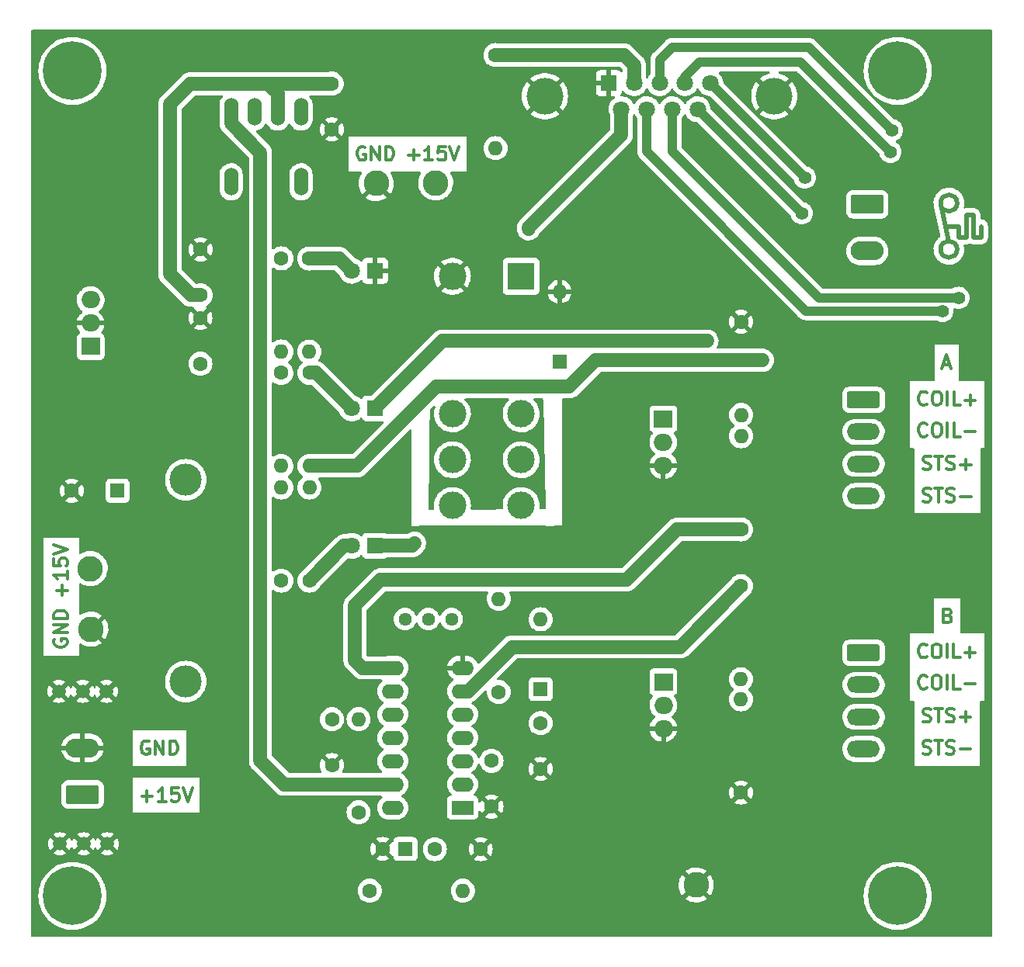
<source format=gbr>
%TF.GenerationSoftware,KiCad,Pcbnew,(6.0.11)*%
%TF.CreationDate,2023-05-22T13:49:56-03:00*%
%TF.ProjectId,qed-cv,7165642d-6376-42e6-9b69-6361645f7063,rev?*%
%TF.SameCoordinates,Original*%
%TF.FileFunction,Copper,L1,Top*%
%TF.FilePolarity,Positive*%
%FSLAX46Y46*%
G04 Gerber Fmt 4.6, Leading zero omitted, Abs format (unit mm)*
G04 Created by KiCad (PCBNEW (6.0.11)) date 2023-05-22 13:49:56*
%MOMM*%
%LPD*%
G01*
G04 APERTURE LIST*
G04 Aperture macros list*
%AMRoundRect*
0 Rectangle with rounded corners*
0 $1 Rounding radius*
0 $2 $3 $4 $5 $6 $7 $8 $9 X,Y pos of 4 corners*
0 Add a 4 corners polygon primitive as box body*
4,1,4,$2,$3,$4,$5,$6,$7,$8,$9,$2,$3,0*
0 Add four circle primitives for the rounded corners*
1,1,$1+$1,$2,$3*
1,1,$1+$1,$4,$5*
1,1,$1+$1,$6,$7*
1,1,$1+$1,$8,$9*
0 Add four rect primitives between the rounded corners*
20,1,$1+$1,$2,$3,$4,$5,0*
20,1,$1+$1,$4,$5,$6,$7,0*
20,1,$1+$1,$6,$7,$8,$9,0*
20,1,$1+$1,$8,$9,$2,$3,0*%
G04 Aperture macros list end*
%TA.AperFunction,NonConductor*%
%ADD10C,0.500000*%
%TD*%
%ADD11C,0.300000*%
%TA.AperFunction,NonConductor*%
%ADD12C,0.300000*%
%TD*%
%TA.AperFunction,ComponentPad*%
%ADD13R,1.600000X1.600000*%
%TD*%
%TA.AperFunction,ComponentPad*%
%ADD14C,1.600000*%
%TD*%
%TA.AperFunction,ComponentPad*%
%ADD15C,1.500000*%
%TD*%
%TA.AperFunction,ComponentPad*%
%ADD16R,2.000000X1.905000*%
%TD*%
%TA.AperFunction,ComponentPad*%
%ADD17O,2.000000X1.905000*%
%TD*%
%TA.AperFunction,ComponentPad*%
%ADD18O,1.600000X1.600000*%
%TD*%
%TA.AperFunction,ComponentPad*%
%ADD19R,2.400000X1.600000*%
%TD*%
%TA.AperFunction,ComponentPad*%
%ADD20O,2.400000X1.600000*%
%TD*%
%TA.AperFunction,ComponentPad*%
%ADD21C,6.400000*%
%TD*%
%TA.AperFunction,ComponentPad*%
%ADD22C,9.500000*%
%TD*%
%TA.AperFunction,ComponentPad*%
%ADD23C,2.800000*%
%TD*%
%TA.AperFunction,ComponentPad*%
%ADD24RoundRect,0.250000X-1.550000X0.650000X-1.550000X-0.650000X1.550000X-0.650000X1.550000X0.650000X0*%
%TD*%
%TA.AperFunction,ComponentPad*%
%ADD25O,3.600000X1.800000*%
%TD*%
%TA.AperFunction,ComponentPad*%
%ADD26C,3.500000*%
%TD*%
%TA.AperFunction,ComponentPad*%
%ADD27C,3.000000*%
%TD*%
%TA.AperFunction,ComponentPad*%
%ADD28R,3.000000X3.000000*%
%TD*%
%TA.AperFunction,ComponentPad*%
%ADD29RoundRect,0.249999X1.550001X-0.790001X1.550001X0.790001X-1.550001X0.790001X-1.550001X-0.790001X0*%
%TD*%
%TA.AperFunction,ComponentPad*%
%ADD30O,3.600000X2.080000*%
%TD*%
%TA.AperFunction,ComponentPad*%
%ADD31RoundRect,0.249999X-1.550001X0.790001X-1.550001X-0.790001X1.550001X-0.790001X1.550001X0.790001X0*%
%TD*%
%TA.AperFunction,ComponentPad*%
%ADD32C,1.440000*%
%TD*%
%TA.AperFunction,ComponentPad*%
%ADD33R,1.800000X1.800000*%
%TD*%
%TA.AperFunction,ComponentPad*%
%ADD34C,1.800000*%
%TD*%
%TA.AperFunction,ComponentPad*%
%ADD35O,1.524000X3.048000*%
%TD*%
%TA.AperFunction,ComponentPad*%
%ADD36C,4.000000*%
%TD*%
%TA.AperFunction,ViaPad*%
%ADD37C,1.400000*%
%TD*%
%TA.AperFunction,Conductor*%
%ADD38C,1.500000*%
%TD*%
%TA.AperFunction,Conductor*%
%ADD39C,1.000000*%
%TD*%
G04 APERTURE END LIST*
D10*
X162080000Y-64580000D02*
X163540000Y-64580000D01*
X163540000Y-65780000D02*
X164340000Y-65780000D01*
X165940000Y-65780000D02*
X165940000Y-64580000D01*
X164340000Y-65780000D02*
X164340000Y-63380000D01*
X164340000Y-63380000D02*
X165140000Y-63380000D01*
X163347091Y-67096870D02*
G75*
G03*
X163347091Y-67096870I-907091J0D01*
G01*
X165140000Y-65780000D02*
X165940000Y-65780000D01*
X163347091Y-62050000D02*
G75*
G03*
X163347091Y-62050000I-907091J0D01*
G01*
X162440000Y-66189780D02*
X161550000Y-62220000D01*
X165140000Y-63380000D02*
X165140000Y-65780000D01*
X163540000Y-64580000D02*
X163540000Y-65780000D01*
D11*
D12*
X65747142Y-104872857D02*
X65747142Y-103730000D01*
X66318571Y-104301428D02*
X65175714Y-104301428D01*
X66318571Y-102230000D02*
X66318571Y-103087142D01*
X66318571Y-102658571D02*
X64818571Y-102658571D01*
X65032857Y-102801428D01*
X65175714Y-102944285D01*
X65247142Y-103087142D01*
X64818571Y-100872857D02*
X64818571Y-101587142D01*
X65532857Y-101658571D01*
X65461428Y-101587142D01*
X65390000Y-101444285D01*
X65390000Y-101087142D01*
X65461428Y-100944285D01*
X65532857Y-100872857D01*
X65675714Y-100801428D01*
X66032857Y-100801428D01*
X66175714Y-100872857D01*
X66247142Y-100944285D01*
X66318571Y-101087142D01*
X66318571Y-101444285D01*
X66247142Y-101587142D01*
X66175714Y-101658571D01*
X64818571Y-100372857D02*
X66318571Y-99872857D01*
X64818571Y-99372857D01*
D11*
D12*
X159607142Y-118607142D02*
X159821428Y-118678571D01*
X160178571Y-118678571D01*
X160321428Y-118607142D01*
X160392857Y-118535714D01*
X160464285Y-118392857D01*
X160464285Y-118250000D01*
X160392857Y-118107142D01*
X160321428Y-118035714D01*
X160178571Y-117964285D01*
X159892857Y-117892857D01*
X159750000Y-117821428D01*
X159678571Y-117750000D01*
X159607142Y-117607142D01*
X159607142Y-117464285D01*
X159678571Y-117321428D01*
X159750000Y-117250000D01*
X159892857Y-117178571D01*
X160250000Y-117178571D01*
X160464285Y-117250000D01*
X160892857Y-117178571D02*
X161750000Y-117178571D01*
X161321428Y-118678571D02*
X161321428Y-117178571D01*
X162178571Y-118607142D02*
X162392857Y-118678571D01*
X162750000Y-118678571D01*
X162892857Y-118607142D01*
X162964285Y-118535714D01*
X163035714Y-118392857D01*
X163035714Y-118250000D01*
X162964285Y-118107142D01*
X162892857Y-118035714D01*
X162750000Y-117964285D01*
X162464285Y-117892857D01*
X162321428Y-117821428D01*
X162250000Y-117750000D01*
X162178571Y-117607142D01*
X162178571Y-117464285D01*
X162250000Y-117321428D01*
X162321428Y-117250000D01*
X162464285Y-117178571D01*
X162821428Y-117178571D01*
X163035714Y-117250000D01*
X163678571Y-118107142D02*
X164821428Y-118107142D01*
X164250000Y-118678571D02*
X164250000Y-117535714D01*
D11*
D12*
X103517142Y-56807142D02*
X104660000Y-56807142D01*
X104088571Y-57378571D02*
X104088571Y-56235714D01*
X106160000Y-57378571D02*
X105302857Y-57378571D01*
X105731428Y-57378571D02*
X105731428Y-55878571D01*
X105588571Y-56092857D01*
X105445714Y-56235714D01*
X105302857Y-56307142D01*
X107517142Y-55878571D02*
X106802857Y-55878571D01*
X106731428Y-56592857D01*
X106802857Y-56521428D01*
X106945714Y-56450000D01*
X107302857Y-56450000D01*
X107445714Y-56521428D01*
X107517142Y-56592857D01*
X107588571Y-56735714D01*
X107588571Y-57092857D01*
X107517142Y-57235714D01*
X107445714Y-57307142D01*
X107302857Y-57378571D01*
X106945714Y-57378571D01*
X106802857Y-57307142D01*
X106731428Y-57235714D01*
X108017142Y-55878571D02*
X108517142Y-57378571D01*
X109017142Y-55878571D01*
D11*
D12*
X161832857Y-79680000D02*
X162547142Y-79680000D01*
X161690000Y-80108571D02*
X162190000Y-78608571D01*
X162690000Y-80108571D01*
D11*
D12*
X159627142Y-94567142D02*
X159841428Y-94638571D01*
X160198571Y-94638571D01*
X160341428Y-94567142D01*
X160412857Y-94495714D01*
X160484285Y-94352857D01*
X160484285Y-94210000D01*
X160412857Y-94067142D01*
X160341428Y-93995714D01*
X160198571Y-93924285D01*
X159912857Y-93852857D01*
X159770000Y-93781428D01*
X159698571Y-93710000D01*
X159627142Y-93567142D01*
X159627142Y-93424285D01*
X159698571Y-93281428D01*
X159770000Y-93210000D01*
X159912857Y-93138571D01*
X160270000Y-93138571D01*
X160484285Y-93210000D01*
X160912857Y-93138571D02*
X161770000Y-93138571D01*
X161341428Y-94638571D02*
X161341428Y-93138571D01*
X162198571Y-94567142D02*
X162412857Y-94638571D01*
X162770000Y-94638571D01*
X162912857Y-94567142D01*
X162984285Y-94495714D01*
X163055714Y-94352857D01*
X163055714Y-94210000D01*
X162984285Y-94067142D01*
X162912857Y-93995714D01*
X162770000Y-93924285D01*
X162484285Y-93852857D01*
X162341428Y-93781428D01*
X162270000Y-93710000D01*
X162198571Y-93567142D01*
X162198571Y-93424285D01*
X162270000Y-93281428D01*
X162341428Y-93210000D01*
X162484285Y-93138571D01*
X162841428Y-93138571D01*
X163055714Y-93210000D01*
X163698571Y-94067142D02*
X164841428Y-94067142D01*
D11*
D12*
X159627142Y-91077142D02*
X159841428Y-91148571D01*
X160198571Y-91148571D01*
X160341428Y-91077142D01*
X160412857Y-91005714D01*
X160484285Y-90862857D01*
X160484285Y-90720000D01*
X160412857Y-90577142D01*
X160341428Y-90505714D01*
X160198571Y-90434285D01*
X159912857Y-90362857D01*
X159770000Y-90291428D01*
X159698571Y-90220000D01*
X159627142Y-90077142D01*
X159627142Y-89934285D01*
X159698571Y-89791428D01*
X159770000Y-89720000D01*
X159912857Y-89648571D01*
X160270000Y-89648571D01*
X160484285Y-89720000D01*
X160912857Y-89648571D02*
X161770000Y-89648571D01*
X161341428Y-91148571D02*
X161341428Y-89648571D01*
X162198571Y-91077142D02*
X162412857Y-91148571D01*
X162770000Y-91148571D01*
X162912857Y-91077142D01*
X162984285Y-91005714D01*
X163055714Y-90862857D01*
X163055714Y-90720000D01*
X162984285Y-90577142D01*
X162912857Y-90505714D01*
X162770000Y-90434285D01*
X162484285Y-90362857D01*
X162341428Y-90291428D01*
X162270000Y-90220000D01*
X162198571Y-90077142D01*
X162198571Y-89934285D01*
X162270000Y-89791428D01*
X162341428Y-89720000D01*
X162484285Y-89648571D01*
X162841428Y-89648571D01*
X163055714Y-89720000D01*
X163698571Y-90577142D02*
X164841428Y-90577142D01*
X164270000Y-91148571D02*
X164270000Y-90005714D01*
D11*
D12*
X75197142Y-120790000D02*
X75054285Y-120718571D01*
X74840000Y-120718571D01*
X74625714Y-120790000D01*
X74482857Y-120932857D01*
X74411428Y-121075714D01*
X74340000Y-121361428D01*
X74340000Y-121575714D01*
X74411428Y-121861428D01*
X74482857Y-122004285D01*
X74625714Y-122147142D01*
X74840000Y-122218571D01*
X74982857Y-122218571D01*
X75197142Y-122147142D01*
X75268571Y-122075714D01*
X75268571Y-121575714D01*
X74982857Y-121575714D01*
X75911428Y-122218571D02*
X75911428Y-120718571D01*
X76768571Y-122218571D01*
X76768571Y-120718571D01*
X77482857Y-122218571D02*
X77482857Y-120718571D01*
X77840000Y-120718571D01*
X78054285Y-120790000D01*
X78197142Y-120932857D01*
X78268571Y-121075714D01*
X78340000Y-121361428D01*
X78340000Y-121575714D01*
X78268571Y-121861428D01*
X78197142Y-122004285D01*
X78054285Y-122147142D01*
X77840000Y-122218571D01*
X77482857Y-122218571D01*
D11*
D12*
X159607142Y-122097142D02*
X159821428Y-122168571D01*
X160178571Y-122168571D01*
X160321428Y-122097142D01*
X160392857Y-122025714D01*
X160464285Y-121882857D01*
X160464285Y-121740000D01*
X160392857Y-121597142D01*
X160321428Y-121525714D01*
X160178571Y-121454285D01*
X159892857Y-121382857D01*
X159750000Y-121311428D01*
X159678571Y-121240000D01*
X159607142Y-121097142D01*
X159607142Y-120954285D01*
X159678571Y-120811428D01*
X159750000Y-120740000D01*
X159892857Y-120668571D01*
X160250000Y-120668571D01*
X160464285Y-120740000D01*
X160892857Y-120668571D02*
X161750000Y-120668571D01*
X161321428Y-122168571D02*
X161321428Y-120668571D01*
X162178571Y-122097142D02*
X162392857Y-122168571D01*
X162750000Y-122168571D01*
X162892857Y-122097142D01*
X162964285Y-122025714D01*
X163035714Y-121882857D01*
X163035714Y-121740000D01*
X162964285Y-121597142D01*
X162892857Y-121525714D01*
X162750000Y-121454285D01*
X162464285Y-121382857D01*
X162321428Y-121311428D01*
X162250000Y-121240000D01*
X162178571Y-121097142D01*
X162178571Y-120954285D01*
X162250000Y-120811428D01*
X162321428Y-120740000D01*
X162464285Y-120668571D01*
X162821428Y-120668571D01*
X163035714Y-120740000D01*
X163678571Y-121597142D02*
X164821428Y-121597142D01*
D11*
D12*
X160055714Y-83975714D02*
X159984285Y-84047142D01*
X159770000Y-84118571D01*
X159627142Y-84118571D01*
X159412857Y-84047142D01*
X159270000Y-83904285D01*
X159198571Y-83761428D01*
X159127142Y-83475714D01*
X159127142Y-83261428D01*
X159198571Y-82975714D01*
X159270000Y-82832857D01*
X159412857Y-82690000D01*
X159627142Y-82618571D01*
X159770000Y-82618571D01*
X159984285Y-82690000D01*
X160055714Y-82761428D01*
X160984285Y-82618571D02*
X161270000Y-82618571D01*
X161412857Y-82690000D01*
X161555714Y-82832857D01*
X161627142Y-83118571D01*
X161627142Y-83618571D01*
X161555714Y-83904285D01*
X161412857Y-84047142D01*
X161270000Y-84118571D01*
X160984285Y-84118571D01*
X160841428Y-84047142D01*
X160698571Y-83904285D01*
X160627142Y-83618571D01*
X160627142Y-83118571D01*
X160698571Y-82832857D01*
X160841428Y-82690000D01*
X160984285Y-82618571D01*
X162270000Y-84118571D02*
X162270000Y-82618571D01*
X163698571Y-84118571D02*
X162984285Y-84118571D01*
X162984285Y-82618571D01*
X164198571Y-83547142D02*
X165341428Y-83547142D01*
X164770000Y-84118571D02*
X164770000Y-82975714D01*
D11*
D12*
X98757142Y-55950000D02*
X98614285Y-55878571D01*
X98400000Y-55878571D01*
X98185714Y-55950000D01*
X98042857Y-56092857D01*
X97971428Y-56235714D01*
X97900000Y-56521428D01*
X97900000Y-56735714D01*
X97971428Y-57021428D01*
X98042857Y-57164285D01*
X98185714Y-57307142D01*
X98400000Y-57378571D01*
X98542857Y-57378571D01*
X98757142Y-57307142D01*
X98828571Y-57235714D01*
X98828571Y-56735714D01*
X98542857Y-56735714D01*
X99471428Y-57378571D02*
X99471428Y-55878571D01*
X100328571Y-57378571D01*
X100328571Y-55878571D01*
X101042857Y-57378571D02*
X101042857Y-55878571D01*
X101400000Y-55878571D01*
X101614285Y-55950000D01*
X101757142Y-56092857D01*
X101828571Y-56235714D01*
X101900000Y-56521428D01*
X101900000Y-56735714D01*
X101828571Y-57021428D01*
X101757142Y-57164285D01*
X101614285Y-57307142D01*
X101400000Y-57378571D01*
X101042857Y-57378571D01*
D11*
D12*
X162357142Y-107042857D02*
X162571428Y-107114285D01*
X162642857Y-107185714D01*
X162714285Y-107328571D01*
X162714285Y-107542857D01*
X162642857Y-107685714D01*
X162571428Y-107757142D01*
X162428571Y-107828571D01*
X161857142Y-107828571D01*
X161857142Y-106328571D01*
X162357142Y-106328571D01*
X162500000Y-106400000D01*
X162571428Y-106471428D01*
X162642857Y-106614285D01*
X162642857Y-106757142D01*
X162571428Y-106900000D01*
X162500000Y-106971428D01*
X162357142Y-107042857D01*
X161857142Y-107042857D01*
D11*
D12*
X160035714Y-114915714D02*
X159964285Y-114987142D01*
X159750000Y-115058571D01*
X159607142Y-115058571D01*
X159392857Y-114987142D01*
X159250000Y-114844285D01*
X159178571Y-114701428D01*
X159107142Y-114415714D01*
X159107142Y-114201428D01*
X159178571Y-113915714D01*
X159250000Y-113772857D01*
X159392857Y-113630000D01*
X159607142Y-113558571D01*
X159750000Y-113558571D01*
X159964285Y-113630000D01*
X160035714Y-113701428D01*
X160964285Y-113558571D02*
X161250000Y-113558571D01*
X161392857Y-113630000D01*
X161535714Y-113772857D01*
X161607142Y-114058571D01*
X161607142Y-114558571D01*
X161535714Y-114844285D01*
X161392857Y-114987142D01*
X161250000Y-115058571D01*
X160964285Y-115058571D01*
X160821428Y-114987142D01*
X160678571Y-114844285D01*
X160607142Y-114558571D01*
X160607142Y-114058571D01*
X160678571Y-113772857D01*
X160821428Y-113630000D01*
X160964285Y-113558571D01*
X162250000Y-115058571D02*
X162250000Y-113558571D01*
X163678571Y-115058571D02*
X162964285Y-115058571D01*
X162964285Y-113558571D01*
X164178571Y-114487142D02*
X165321428Y-114487142D01*
D11*
D12*
X64890000Y-109632857D02*
X64818571Y-109775714D01*
X64818571Y-109990000D01*
X64890000Y-110204285D01*
X65032857Y-110347142D01*
X65175714Y-110418571D01*
X65461428Y-110490000D01*
X65675714Y-110490000D01*
X65961428Y-110418571D01*
X66104285Y-110347142D01*
X66247142Y-110204285D01*
X66318571Y-109990000D01*
X66318571Y-109847142D01*
X66247142Y-109632857D01*
X66175714Y-109561428D01*
X65675714Y-109561428D01*
X65675714Y-109847142D01*
X66318571Y-108918571D02*
X64818571Y-108918571D01*
X66318571Y-108061428D01*
X64818571Y-108061428D01*
X66318571Y-107347142D02*
X64818571Y-107347142D01*
X64818571Y-106990000D01*
X64890000Y-106775714D01*
X65032857Y-106632857D01*
X65175714Y-106561428D01*
X65461428Y-106490000D01*
X65675714Y-106490000D01*
X65961428Y-106561428D01*
X66104285Y-106632857D01*
X66247142Y-106775714D01*
X66318571Y-106990000D01*
X66318571Y-107347142D01*
D11*
D12*
X160035714Y-111505714D02*
X159964285Y-111577142D01*
X159750000Y-111648571D01*
X159607142Y-111648571D01*
X159392857Y-111577142D01*
X159250000Y-111434285D01*
X159178571Y-111291428D01*
X159107142Y-111005714D01*
X159107142Y-110791428D01*
X159178571Y-110505714D01*
X159250000Y-110362857D01*
X159392857Y-110220000D01*
X159607142Y-110148571D01*
X159750000Y-110148571D01*
X159964285Y-110220000D01*
X160035714Y-110291428D01*
X160964285Y-110148571D02*
X161250000Y-110148571D01*
X161392857Y-110220000D01*
X161535714Y-110362857D01*
X161607142Y-110648571D01*
X161607142Y-111148571D01*
X161535714Y-111434285D01*
X161392857Y-111577142D01*
X161250000Y-111648571D01*
X160964285Y-111648571D01*
X160821428Y-111577142D01*
X160678571Y-111434285D01*
X160607142Y-111148571D01*
X160607142Y-110648571D01*
X160678571Y-110362857D01*
X160821428Y-110220000D01*
X160964285Y-110148571D01*
X162250000Y-111648571D02*
X162250000Y-110148571D01*
X163678571Y-111648571D02*
X162964285Y-111648571D01*
X162964285Y-110148571D01*
X164178571Y-111077142D02*
X165321428Y-111077142D01*
X164750000Y-111648571D02*
X164750000Y-110505714D01*
D11*
D12*
X160055714Y-87385714D02*
X159984285Y-87457142D01*
X159770000Y-87528571D01*
X159627142Y-87528571D01*
X159412857Y-87457142D01*
X159270000Y-87314285D01*
X159198571Y-87171428D01*
X159127142Y-86885714D01*
X159127142Y-86671428D01*
X159198571Y-86385714D01*
X159270000Y-86242857D01*
X159412857Y-86100000D01*
X159627142Y-86028571D01*
X159770000Y-86028571D01*
X159984285Y-86100000D01*
X160055714Y-86171428D01*
X160984285Y-86028571D02*
X161270000Y-86028571D01*
X161412857Y-86100000D01*
X161555714Y-86242857D01*
X161627142Y-86528571D01*
X161627142Y-87028571D01*
X161555714Y-87314285D01*
X161412857Y-87457142D01*
X161270000Y-87528571D01*
X160984285Y-87528571D01*
X160841428Y-87457142D01*
X160698571Y-87314285D01*
X160627142Y-87028571D01*
X160627142Y-86528571D01*
X160698571Y-86242857D01*
X160841428Y-86100000D01*
X160984285Y-86028571D01*
X162270000Y-87528571D02*
X162270000Y-86028571D01*
X163698571Y-87528571D02*
X162984285Y-87528571D01*
X162984285Y-86028571D01*
X164198571Y-86957142D02*
X165341428Y-86957142D01*
D11*
D12*
X74417142Y-126747142D02*
X75560000Y-126747142D01*
X74988571Y-127318571D02*
X74988571Y-126175714D01*
X77060000Y-127318571D02*
X76202857Y-127318571D01*
X76631428Y-127318571D02*
X76631428Y-125818571D01*
X76488571Y-126032857D01*
X76345714Y-126175714D01*
X76202857Y-126247142D01*
X78417142Y-125818571D02*
X77702857Y-125818571D01*
X77631428Y-126532857D01*
X77702857Y-126461428D01*
X77845714Y-126390000D01*
X78202857Y-126390000D01*
X78345714Y-126461428D01*
X78417142Y-126532857D01*
X78488571Y-126675714D01*
X78488571Y-127032857D01*
X78417142Y-127175714D01*
X78345714Y-127247142D01*
X78202857Y-127318571D01*
X77845714Y-127318571D01*
X77702857Y-127247142D01*
X77631428Y-127175714D01*
X78917142Y-125818571D02*
X79417142Y-127318571D01*
X79917142Y-125818571D01*
D13*
%TO.P,C9,1*%
%TO.N,+15V*%
X103175000Y-132515000D03*
D14*
%TO.P,C9,2*%
%TO.N,GND*%
X100675000Y-132515000D03*
%TD*%
D15*
%TO.P,,1*%
%TO.N,GND*%
X127510000Y-115750000D03*
%TD*%
D16*
%TO.P,Q1,1,G*%
%TO.N,Net-(D2-Pad1)*%
X131310000Y-114280000D03*
D17*
%TO.P,Q1,2,D*%
%TO.N,/CONT_B_COIL-*%
X131310000Y-116820000D03*
%TO.P,Q1,3,S*%
%TO.N,GND*%
X131310000Y-119360000D03*
%TD*%
D14*
%TO.P,R5,1*%
%TO.N,Net-(R5-Pad1)*%
X98060000Y-128505000D03*
D18*
%TO.P,R5,2*%
%TO.N,Net-(C7-Pad1)*%
X98060000Y-118345000D03*
%TD*%
D15*
%TO.P,,1*%
%TO.N,GND*%
X65480000Y-131950000D03*
%TD*%
D14*
%TO.P,C6,1*%
%TO.N,Net-(C6-Pad1)*%
X117920000Y-118790000D03*
%TO.P,C6,2*%
%TO.N,GND*%
X117920000Y-123790000D03*
%TD*%
%TO.P,R8,1*%
%TO.N,Net-(LD1-Pad2)*%
X89630000Y-103240000D03*
D18*
%TO.P,R8,2*%
%TO.N,/CONT_B_COIL+*%
X89630000Y-93080000D03*
%TD*%
D15*
%TO.P,,1*%
%TO.N,GND*%
X126970000Y-85180000D03*
%TD*%
D14*
%TO.P,R6,1*%
%TO.N,Net-(R6-Pad1)*%
X139780000Y-97650000D03*
D18*
%TO.P,R6,2*%
%TO.N,Net-(D3-Pad1)*%
X139780000Y-87490000D03*
%TD*%
D19*
%TO.P,U2,1*%
%TO.N,Net-(R1-Pad2)*%
X109410000Y-128005000D03*
D20*
%TO.P,U2,2*%
%TO.N,Net-(R2-Pad1)*%
X109410000Y-125465000D03*
%TO.P,U2,3*%
%TO.N,Net-(RV1-Pad2)*%
X109410000Y-122925000D03*
%TO.P,U2,4*%
%TO.N,Net-(U2-Pad4)*%
X109410000Y-120385000D03*
%TO.P,U2,5*%
X109410000Y-117845000D03*
%TO.P,U2,6*%
%TO.N,Net-(R3-Pad1)*%
X109410000Y-115305000D03*
%TO.P,U2,7,VSS*%
%TO.N,GND*%
X109410000Y-112765000D03*
%TO.P,U2,8*%
%TO.N,Net-(R6-Pad1)*%
X101790000Y-112765000D03*
%TO.P,U2,9*%
%TO.N,Net-(U2-Pad10)*%
X101790000Y-115305000D03*
%TO.P,U2,10*%
X101790000Y-117845000D03*
%TO.P,U2,11*%
%TO.N,Net-(C7-Pad1)*%
X101790000Y-120385000D03*
%TO.P,U2,12*%
%TO.N,Net-(R5-Pad1)*%
X101790000Y-122925000D03*
%TO.P,U2,13*%
%TO.N,Net-(R1-Pad2)*%
X101790000Y-125465000D03*
%TO.P,U2,14,VDD*%
%TO.N,+15V*%
X101790000Y-128005000D03*
%TD*%
D21*
%TO.P,REF\u002A\u002A,1*%
%TO.N,N/C*%
X66860000Y-137640000D03*
%TD*%
%TO.P,REF\u002A\u002A,1*%
%TO.N,N/C*%
X66860000Y-47640000D03*
%TD*%
D13*
%TO.P,SW1,1*%
%TO.N,Net-(C6-Pad1)*%
X117920000Y-115080000D03*
D18*
%TO.P,SW1,2*%
%TO.N,Net-(RV1-Pad2)*%
X117920000Y-107460000D03*
%TD*%
D14*
%TO.P,R13,1*%
%TO.N,Net-(LD3-Pad2)*%
X89650000Y-68090000D03*
D18*
%TO.P,R13,2*%
%TO.N,+15V*%
X89650000Y-78250000D03*
%TD*%
D22*
%TO.P,H1,1,1*%
%TO.N,GND*%
X103570000Y-48330000D03*
%TD*%
D23*
%TO.P,TP2,1,1*%
%TO.N,GND*%
X134890000Y-136440000D03*
%TD*%
D14*
%TO.P,R1,1*%
%TO.N,+15V*%
X99280000Y-137065000D03*
D18*
%TO.P,R1,2*%
%TO.N,Net-(R1-Pad2)*%
X109440000Y-137065000D03*
%TD*%
D21*
%TO.P,REF\u002A\u002A,1*%
%TO.N,N/C*%
X156860000Y-137640000D03*
%TD*%
D23*
%TO.P,TP1,1,1*%
%TO.N,+15V*%
X68800000Y-101920000D03*
%TD*%
%TO.P,TP3,1,1*%
%TO.N,GND*%
X68870000Y-108540000D03*
%TD*%
D16*
%TO.P,U1,1,IN*%
%TO.N,+15V*%
X68845000Y-77700000D03*
D17*
%TO.P,U1,2,GND*%
%TO.N,GND*%
X68845000Y-75160000D03*
%TO.P,U1,3,OUT*%
%TO.N,+5V*%
X68845000Y-72620000D03*
%TD*%
D14*
%TO.P,R9,1*%
%TO.N,Net-(LD1-Pad2)*%
X92700000Y-103240000D03*
D18*
%TO.P,R9,2*%
%TO.N,/CONT_B_COIL+*%
X92700000Y-93080000D03*
%TD*%
D14*
%TO.P,R10,1*%
%TO.N,Net-(LD2-Pad2)*%
X89630000Y-80570000D03*
D18*
%TO.P,R10,2*%
%TO.N,/CONT_A_COIL+*%
X89630000Y-90730000D03*
%TD*%
D15*
%TO.P,,1*%
%TO.N,GND*%
X126970000Y-87780000D03*
%TD*%
D24*
%TO.P,J3,1,Pin_1*%
%TO.N,/CONT_A_COIL+*%
X153140000Y-83510000D03*
D25*
%TO.P,J3,2,Pin_2*%
%TO.N,/CONT_A_COIL-*%
X153140000Y-87010000D03*
%TO.P,J3,3,Pin_3*%
%TO.N,/CONT_A_STATUS+*%
X153140000Y-90510000D03*
%TO.P,J3,4,Pin_4*%
%TO.N,/CONT_A_STATUS-*%
X153140000Y-94010000D03*
%TD*%
D15*
%TO.P,,1*%
%TO.N,GND*%
X126970000Y-90380000D03*
%TD*%
D14*
%TO.P,C5,1*%
%TO.N,Net-(RV1-Pad2)*%
X112560000Y-122895000D03*
%TO.P,C5,2*%
%TO.N,GND*%
X112560000Y-127895000D03*
%TD*%
%TO.P,C8,1*%
%TO.N,+15V*%
X106380000Y-132535000D03*
%TO.P,C8,2*%
%TO.N,GND*%
X111380000Y-132535000D03*
%TD*%
%TO.P,C4,1*%
%TO.N,+5V*%
X95140000Y-49020000D03*
%TO.P,C4,2*%
%TO.N,GND*%
X95140000Y-54020000D03*
%TD*%
D26*
%TO.P,F1,1*%
%TO.N,Net-(F1-Pad1)*%
X79220000Y-114240000D03*
%TO.P,F1,2*%
%TO.N,+15V*%
X79220000Y-92240000D03*
%TD*%
D16*
%TO.P,Q2,1,G*%
%TO.N,Net-(D3-Pad1)*%
X131305000Y-85600000D03*
D17*
%TO.P,Q2,2,D*%
%TO.N,/CONT_A_COIL-*%
X131305000Y-88140000D03*
%TO.P,Q2,3,S*%
%TO.N,GND*%
X131305000Y-90680000D03*
%TD*%
D14*
%TO.P,R4,1*%
%TO.N,GND*%
X139772000Y-126362000D03*
D18*
%TO.P,R4,2*%
%TO.N,Net-(D2-Pad1)*%
X139772000Y-116202000D03*
%TD*%
D27*
%TO.P,K1,11*%
%TO.N,+15V*%
X115797500Y-90042500D03*
%TO.P,K1,12*%
%TO.N,unconnected-(K1-Pad12)*%
X115797500Y-85042500D03*
%TO.P,K1,14*%
%TO.N,/CONT_A_COIL+*%
X115797500Y-95042500D03*
%TO.P,K1,21*%
%TO.N,+15V*%
X108297500Y-90042500D03*
%TO.P,K1,22*%
%TO.N,unconnected-(K1-Pad22)*%
X108297500Y-85042500D03*
%TO.P,K1,24*%
%TO.N,/CONT_B_COIL+*%
X108297500Y-95042500D03*
D28*
%TO.P,K1,A1*%
%TO.N,Net-(D5-Pad2)*%
X115797500Y-70042500D03*
D27*
%TO.P,K1,A2*%
%TO.N,GND*%
X108297500Y-70042500D03*
%TD*%
D24*
%TO.P,J2,1,Pin_1*%
%TO.N,/CONT_B_COIL+*%
X153140000Y-111110000D03*
D25*
%TO.P,J2,2,Pin_2*%
%TO.N,/CONT_B_COIL-*%
X153140000Y-114610000D03*
%TO.P,J2,3,Pin_3*%
%TO.N,/CONT_B_STATUS+*%
X153140000Y-118110000D03*
%TO.P,J2,4,Pin_4*%
%TO.N,/CONT_B_STATUS-*%
X153140000Y-121610000D03*
%TD*%
D15*
%TO.P,,1*%
%TO.N,GND*%
X127510000Y-118350000D03*
%TD*%
D14*
%TO.P,C7,1*%
%TO.N,Net-(C7-Pad1)*%
X95160000Y-118365000D03*
%TO.P,C7,2*%
%TO.N,GND*%
X95160000Y-123365000D03*
%TD*%
D23*
%TO.P,TP1,1,1*%
%TO.N,+15V*%
X106470000Y-59860000D03*
%TD*%
D15*
%TO.P,,1*%
%TO.N,GND*%
X67980000Y-115320000D03*
%TD*%
D21*
%TO.P,REF\u002A\u002A,1*%
%TO.N,N/C*%
X156860000Y-47640000D03*
%TD*%
D14*
%TO.P,C2,1*%
%TO.N,+15V*%
X80820000Y-79580000D03*
%TO.P,C2,2*%
%TO.N,GND*%
X80820000Y-74580000D03*
%TD*%
D29*
%TO.P,J1,1,Pin_1*%
%TO.N,Net-(F1-Pad1)*%
X67972500Y-126560000D03*
D30*
%TO.P,J1,2,Pin_2*%
%TO.N,GND*%
X67972500Y-121480000D03*
%TD*%
D15*
%TO.P,,1*%
%TO.N,GND*%
X68080000Y-131950000D03*
%TD*%
D13*
%TO.P,D4,1,K*%
%TO.N,Net-(D4-Pad1)*%
X119980000Y-79330000D03*
D18*
%TO.P,D4,2,A*%
%TO.N,GND*%
X119980000Y-71710000D03*
%TD*%
D31*
%TO.P,J4,1,Pin_1*%
%TO.N,/THERMOSTAT+*%
X153540000Y-62190000D03*
D30*
%TO.P,J4,2,Pin_2*%
%TO.N,/THERMOSTAT-*%
X153540000Y-67270000D03*
%TD*%
D14*
%TO.P,C3,1*%
%TO.N,+5V*%
X80830000Y-72110000D03*
%TO.P,C3,2*%
%TO.N,GND*%
X80830000Y-67110000D03*
%TD*%
%TO.P,R14,1*%
%TO.N,Net-(LD3-Pad2)*%
X92680000Y-68100000D03*
D18*
%TO.P,R14,2*%
%TO.N,+15V*%
X92680000Y-78260000D03*
%TD*%
D14*
%TO.P,R3,1*%
%TO.N,Net-(R3-Pad1)*%
X139770000Y-103830000D03*
D18*
%TO.P,R3,2*%
%TO.N,Net-(D2-Pad1)*%
X139770000Y-113990000D03*
%TD*%
D13*
%TO.P,C1,1*%
%TO.N,+15V*%
X71770139Y-93430000D03*
D14*
%TO.P,C1,2*%
%TO.N,GND*%
X66770139Y-93430000D03*
%TD*%
D32*
%TO.P,RV1,1,1*%
%TO.N,Net-(R2-Pad2)*%
X103130000Y-107445000D03*
%TO.P,RV1,2,2*%
%TO.N,Net-(RV1-Pad2)*%
X105670000Y-107445000D03*
%TO.P,RV1,3,3*%
X108210000Y-107445000D03*
%TD*%
D23*
%TO.P,TP4,1,1*%
%TO.N,GND*%
X99990000Y-59920000D03*
%TD*%
D15*
%TO.P,,1*%
%TO.N,GND*%
X70580000Y-115320000D03*
%TD*%
D14*
%TO.P,R7,1*%
%TO.N,GND*%
X139788000Y-75000000D03*
D18*
%TO.P,R7,2*%
%TO.N,Net-(D3-Pad1)*%
X139788000Y-85160000D03*
%TD*%
D15*
%TO.P,,1*%
%TO.N,GND*%
X70680000Y-131950000D03*
%TD*%
%TO.P,,1*%
%TO.N,GND*%
X127510000Y-113150000D03*
%TD*%
%TO.P,,1*%
%TO.N,GND*%
X65380000Y-115320000D03*
%TD*%
D14*
%TO.P,R12,1*%
%TO.N,Net-(J5-Pad2)*%
X113000000Y-45900000D03*
D18*
%TO.P,R12,2*%
%TO.N,+15V*%
X113000000Y-56060000D03*
%TD*%
D14*
%TO.P,R11,1*%
%TO.N,Net-(LD2-Pad2)*%
X92700000Y-80570000D03*
D18*
%TO.P,R11,2*%
%TO.N,/CONT_A_COIL+*%
X92700000Y-90730000D03*
%TD*%
D14*
%TO.P,R2,1*%
%TO.N,Net-(R2-Pad1)*%
X113340000Y-115380000D03*
D18*
%TO.P,R2,2*%
%TO.N,Net-(R2-Pad2)*%
X113340000Y-105220000D03*
%TD*%
D33*
%TO.P,LD3,1,K*%
%TO.N,GND*%
X99865000Y-69440000D03*
D34*
%TO.P,LD3,2,A*%
%TO.N,Net-(LD3-Pad2)*%
X97325000Y-69440000D03*
%TD*%
D35*
%TO.P,XR1,1,VO*%
%TO.N,Net-(R1-Pad2)*%
X84160000Y-52120000D03*
%TO.P,XR1,2,GND*%
%TO.N,GND*%
X86700000Y-52120000D03*
%TO.P,XR1,3,VCC*%
%TO.N,+5V*%
X89240000Y-52120000D03*
%TO.P,XR1,4,RL*%
%TO.N,unconnected-(XR1-Pad4)*%
X91780000Y-52120000D03*
%TO.P,XR1,5,NC*%
%TO.N,unconnected-(XR1-Pad5)*%
X91780000Y-59740000D03*
%TO.P,XR1,8,NC*%
%TO.N,unconnected-(XR1-Pad8)*%
X84160000Y-59740000D03*
%TD*%
D33*
%TO.P,LD1,1,K*%
%TO.N,/CONT_B_COIL-*%
X99865000Y-99440000D03*
D34*
%TO.P,LD1,2,A*%
%TO.N,Net-(LD1-Pad2)*%
X97325000Y-99440000D03*
%TD*%
D36*
%TO.P,J5,0,PAD*%
%TO.N,GND*%
X143390000Y-50389669D03*
X118390000Y-50389669D03*
D33*
%TO.P,J5,1,1*%
X125350000Y-48969669D03*
D34*
%TO.P,J5,2,2*%
%TO.N,Net-(J5-Pad2)*%
X128120000Y-48969669D03*
%TO.P,J5,3,3*%
%TO.N,/CONT_A_STATUS-*%
X130890000Y-48969669D03*
%TO.P,J5,4,4*%
%TO.N,/CONT_A_STATUS+*%
X133660000Y-48969669D03*
%TO.P,J5,5,5*%
%TO.N,/THERMOSTAT+*%
X136430000Y-48969669D03*
%TO.P,J5,6,6*%
%TO.N,Net-(D5-Pad2)*%
X126735000Y-51809669D03*
%TO.P,J5,7,7*%
%TO.N,/CONT_B_STATUS+*%
X129505000Y-51809669D03*
%TO.P,J5,8,8*%
%TO.N,/CONT_B_STATUS-*%
X132275000Y-51809669D03*
%TO.P,J5,9,9*%
%TO.N,/THERMOSTAT-*%
X135045000Y-51809669D03*
%TD*%
D33*
%TO.P,LD2,1,K*%
%TO.N,/CONT_A_COIL-*%
X99865000Y-84450000D03*
D34*
%TO.P,LD2,2,A*%
%TO.N,Net-(LD2-Pad2)*%
X97325000Y-84450000D03*
%TD*%
D37*
%TO.N,/THERMOSTAT+*%
X146720000Y-59259669D03*
%TO.N,/CONT_B_STATUS+*%
X161740000Y-73820000D03*
%TO.N,/CONT_A_STATUS+*%
X156065000Y-56465000D03*
%TO.N,/THERMOSTAT-*%
X146390000Y-63154669D03*
%TO.N,/CONT_B_STATUS-*%
X163490000Y-72390000D03*
%TO.N,/CONT_A_STATUS-*%
X156225000Y-54095000D03*
%TO.N,/CONT_A_COIL+*%
X120150000Y-82090000D03*
X142100000Y-79210000D03*
%TO.N,/CONT_B_COIL-*%
X104170000Y-99160000D03*
%TO.N,/CONT_A_COIL-*%
X136060000Y-77100000D03*
%TO.N,Net-(D5-Pad2)*%
X116600000Y-64860000D03*
%TD*%
D38*
%TO.N,Net-(R1-Pad2)*%
X89945000Y-125465000D02*
X101790000Y-125465000D01*
X84160000Y-52120000D02*
X84160000Y-53350000D01*
X87360000Y-56550000D02*
X87360000Y-122880000D01*
X84160000Y-53350000D02*
X87360000Y-56550000D01*
X87360000Y-122880000D02*
X89945000Y-125465000D01*
%TO.N,+5V*%
X77490000Y-51250000D02*
X77490000Y-69820000D01*
X77490000Y-69820000D02*
X79780000Y-72110000D01*
X89240000Y-50070000D02*
X88190000Y-49020000D01*
X79780000Y-72110000D02*
X80830000Y-72110000D01*
X79720000Y-49020000D02*
X77490000Y-51250000D01*
X88190000Y-49020000D02*
X79720000Y-49020000D01*
X89240000Y-52120000D02*
X89240000Y-50770000D01*
X88190000Y-49020000D02*
X95140000Y-49020000D01*
X89240000Y-52120000D02*
X89240000Y-50070000D01*
X95120000Y-49040000D02*
X95140000Y-49020000D01*
%TO.N,Net-(J5-Pad2)*%
X127040000Y-45900000D02*
X128120000Y-46980000D01*
X128120000Y-46980000D02*
X128120000Y-48969669D01*
X113000000Y-45900000D02*
X127040000Y-45900000D01*
D39*
%TO.N,/THERMOSTAT+*%
X146720000Y-59259669D02*
X136430000Y-48969669D01*
%TO.N,/CONT_B_STATUS+*%
X129505000Y-56445000D02*
X129505000Y-51809669D01*
X146880000Y-73820000D02*
X129505000Y-56445000D01*
X161740000Y-73820000D02*
X146880000Y-73820000D01*
%TO.N,/CONT_A_STATUS+*%
X156065000Y-56465000D02*
X146290000Y-46690000D01*
X135250000Y-46690000D02*
X133660000Y-48280000D01*
X133660000Y-48280000D02*
X133660000Y-48969669D01*
X146290000Y-46690000D02*
X135250000Y-46690000D01*
%TO.N,/THERMOSTAT-*%
X146390000Y-63154669D02*
X135045000Y-51809669D01*
%TO.N,/CONT_B_STATUS-*%
X148280000Y-72390000D02*
X132275000Y-56385000D01*
X132275000Y-56385000D02*
X132275000Y-51809669D01*
X163490000Y-72390000D02*
X148280000Y-72390000D01*
%TO.N,/CONT_A_STATUS-*%
X132240000Y-45040000D02*
X130890000Y-46390000D01*
X147170000Y-45040000D02*
X132240000Y-45040000D01*
X156225000Y-54095000D02*
X147170000Y-45040000D01*
X130890000Y-46390000D02*
X130890000Y-48969669D01*
D38*
%TO.N,Net-(LD1-Pad2)*%
X96500000Y-99440000D02*
X92700000Y-103240000D01*
X97325000Y-99440000D02*
X96500000Y-99440000D01*
%TO.N,Net-(R3-Pad1)*%
X114810000Y-110470000D02*
X133130000Y-110470000D01*
X133130000Y-110470000D02*
X139770000Y-103830000D01*
X109975000Y-115305000D02*
X114810000Y-110470000D01*
X109410000Y-115305000D02*
X109975000Y-115305000D01*
%TO.N,Net-(R6-Pad1)*%
X97670000Y-111910000D02*
X98525000Y-112765000D01*
X98525000Y-112765000D02*
X101790000Y-112765000D01*
X139780000Y-97650000D02*
X132780000Y-97650000D01*
X100440000Y-103160000D02*
X97670000Y-105930000D01*
X97670000Y-105930000D02*
X97670000Y-111910000D01*
X127270000Y-103160000D02*
X100440000Y-103160000D01*
X132780000Y-97650000D02*
X127270000Y-103160000D01*
%TO.N,Net-(LD2-Pad2)*%
X93445000Y-80570000D02*
X92700000Y-80570000D01*
X97325000Y-84450000D02*
X93445000Y-80570000D01*
%TO.N,/CONT_A_COIL+*%
X120150000Y-82090000D02*
X106530000Y-82090000D01*
X121050000Y-82090000D02*
X123930000Y-79210000D01*
X123930000Y-79210000D02*
X142100000Y-79210000D01*
X120150000Y-82090000D02*
X121050000Y-82090000D01*
X106530000Y-82090000D02*
X97890000Y-90730000D01*
X97890000Y-90730000D02*
X92700000Y-90730000D01*
%TO.N,Net-(LD3-Pad2)*%
X97335000Y-69485000D02*
X95950000Y-68100000D01*
X95950000Y-68100000D02*
X92680000Y-68100000D01*
%TO.N,/CONT_B_COIL-*%
X104170000Y-99160000D02*
X103890000Y-99440000D01*
X103890000Y-99440000D02*
X99865000Y-99440000D01*
%TO.N,/CONT_A_COIL-*%
X136060000Y-77100000D02*
X107215000Y-77100000D01*
X107215000Y-77100000D02*
X99865000Y-84450000D01*
%TO.N,Net-(D5-Pad2)*%
X126735000Y-54605000D02*
X126735000Y-51809669D01*
X116600000Y-64740000D02*
X126735000Y-54605000D01*
X116600000Y-64860000D02*
X116600000Y-64740000D01*
%TD*%
%TA.AperFunction,NonConductor*%
G36*
X114410936Y-83368502D02*
G01*
X114457429Y-83422158D01*
X114467533Y-83492432D01*
X114434212Y-83561232D01*
X114246308Y-83759242D01*
X114086502Y-83981636D01*
X113958357Y-84223661D01*
X113956885Y-84227684D01*
X113956883Y-84227688D01*
X113949814Y-84247006D01*
X113864243Y-84480837D01*
X113805904Y-84748407D01*
X113784417Y-85021418D01*
X113800182Y-85294820D01*
X113801007Y-85299025D01*
X113801008Y-85299033D01*
X113811627Y-85353157D01*
X113852905Y-85563553D01*
X113854292Y-85567603D01*
X113854293Y-85567608D01*
X113903894Y-85712479D01*
X113941612Y-85822644D01*
X114064660Y-86067299D01*
X114067086Y-86070828D01*
X114067089Y-86070834D01*
X114217343Y-86289453D01*
X114219774Y-86292990D01*
X114404082Y-86495543D01*
X114614175Y-86671207D01*
X114617816Y-86673491D01*
X114842524Y-86814451D01*
X114842528Y-86814453D01*
X114846164Y-86816734D01*
X114914044Y-86847383D01*
X115091845Y-86927664D01*
X115091849Y-86927666D01*
X115095757Y-86929430D01*
X115099877Y-86930650D01*
X115099876Y-86930650D01*
X115354223Y-87005991D01*
X115354227Y-87005992D01*
X115358336Y-87007209D01*
X115362570Y-87007857D01*
X115362575Y-87007858D01*
X115624798Y-87047983D01*
X115624800Y-87047983D01*
X115629040Y-87048632D01*
X115768412Y-87050822D01*
X115898571Y-87052867D01*
X115898577Y-87052867D01*
X115902862Y-87052934D01*
X116174735Y-87020034D01*
X116439627Y-86950541D01*
X116443587Y-86948901D01*
X116443592Y-86948899D01*
X116566131Y-86898141D01*
X116692636Y-86845741D01*
X116929082Y-86707573D01*
X117144589Y-86538594D01*
X117186309Y-86495543D01*
X117332186Y-86345009D01*
X117335169Y-86341931D01*
X117337702Y-86338483D01*
X117337706Y-86338478D01*
X117494757Y-86124678D01*
X117497295Y-86121223D01*
X117524934Y-86070319D01*
X117625918Y-85884330D01*
X117625919Y-85884328D01*
X117627968Y-85880554D01*
X117724769Y-85624377D01*
X117775636Y-85402278D01*
X117784949Y-85361617D01*
X117784950Y-85361613D01*
X117785907Y-85357433D01*
X117810251Y-85084661D01*
X117810693Y-85042500D01*
X117792067Y-84769278D01*
X117736532Y-84501112D01*
X117645117Y-84242965D01*
X117519513Y-83999612D01*
X117509540Y-83985421D01*
X117364508Y-83779062D01*
X117362045Y-83775557D01*
X117175625Y-83574945D01*
X117172029Y-83572001D01*
X117171965Y-83571908D01*
X117169177Y-83569290D01*
X117169756Y-83568674D01*
X117131985Y-83513376D01*
X117129994Y-83442407D01*
X117166687Y-83381628D01*
X117230415Y-83350335D01*
X117251838Y-83348500D01*
X118064564Y-83348500D01*
X118132685Y-83368502D01*
X118179178Y-83422158D01*
X118190529Y-83471531D01*
X118469121Y-95299029D01*
X118469610Y-95319803D01*
X118451218Y-95388376D01*
X118398672Y-95436119D01*
X118344414Y-95448768D01*
X117916037Y-95451384D01*
X117847796Y-95431798D01*
X117800976Y-95378427D01*
X117789767Y-95314186D01*
X117810031Y-95087130D01*
X117810031Y-95087121D01*
X117810251Y-95084661D01*
X117810693Y-95042500D01*
X117792067Y-94769278D01*
X117736532Y-94501112D01*
X117645117Y-94242965D01*
X117519513Y-93999612D01*
X117509540Y-93985421D01*
X117364508Y-93779062D01*
X117362045Y-93775557D01*
X117175625Y-93574945D01*
X117172310Y-93572231D01*
X117172306Y-93572228D01*
X116967023Y-93404206D01*
X116963705Y-93401490D01*
X116730204Y-93258401D01*
X116726268Y-93256673D01*
X116483373Y-93150049D01*
X116483369Y-93150048D01*
X116479445Y-93148325D01*
X116216066Y-93073300D01*
X116211824Y-93072696D01*
X116211818Y-93072695D01*
X116011334Y-93044162D01*
X115944943Y-93034713D01*
X115801089Y-93033960D01*
X115675377Y-93033302D01*
X115675371Y-93033302D01*
X115671091Y-93033280D01*
X115666847Y-93033839D01*
X115666843Y-93033839D01*
X115547802Y-93049511D01*
X115399578Y-93069025D01*
X115395438Y-93070158D01*
X115395436Y-93070158D01*
X115322508Y-93090109D01*
X115135428Y-93141288D01*
X115131480Y-93142972D01*
X114887482Y-93247046D01*
X114887478Y-93247048D01*
X114883530Y-93248732D01*
X114863625Y-93260645D01*
X114652225Y-93387164D01*
X114652221Y-93387167D01*
X114648543Y-93389368D01*
X114434818Y-93560594D01*
X114246308Y-93759242D01*
X114086502Y-93981636D01*
X113958357Y-94223661D01*
X113956885Y-94227684D01*
X113956883Y-94227688D01*
X113949814Y-94247006D01*
X113864243Y-94480837D01*
X113805904Y-94748407D01*
X113784417Y-95021418D01*
X113800182Y-95294820D01*
X113806491Y-95326976D01*
X113799978Y-95397671D01*
X113756278Y-95453625D01*
X113683617Y-95477231D01*
X112482004Y-95484569D01*
X110411766Y-95497212D01*
X110343527Y-95477626D01*
X110296707Y-95424255D01*
X110287401Y-95357566D01*
X110285907Y-95357433D01*
X110310031Y-95087127D01*
X110310031Y-95087125D01*
X110310251Y-95084661D01*
X110310693Y-95042500D01*
X110292067Y-94769278D01*
X110236532Y-94501112D01*
X110145117Y-94242965D01*
X110019513Y-93999612D01*
X110009540Y-93985421D01*
X109864508Y-93779062D01*
X109862045Y-93775557D01*
X109675625Y-93574945D01*
X109672310Y-93572231D01*
X109672306Y-93572228D01*
X109467023Y-93404206D01*
X109463705Y-93401490D01*
X109230204Y-93258401D01*
X109226268Y-93256673D01*
X108983373Y-93150049D01*
X108983369Y-93150048D01*
X108979445Y-93148325D01*
X108716066Y-93073300D01*
X108711824Y-93072696D01*
X108711818Y-93072695D01*
X108511334Y-93044162D01*
X108444943Y-93034713D01*
X108301089Y-93033960D01*
X108175377Y-93033302D01*
X108175371Y-93033302D01*
X108171091Y-93033280D01*
X108166847Y-93033839D01*
X108166843Y-93033839D01*
X108047802Y-93049511D01*
X107899578Y-93069025D01*
X107895438Y-93070158D01*
X107895436Y-93070158D01*
X107822508Y-93090109D01*
X107635428Y-93141288D01*
X107631480Y-93142972D01*
X107387482Y-93247046D01*
X107387478Y-93247048D01*
X107383530Y-93248732D01*
X107363625Y-93260645D01*
X107152225Y-93387164D01*
X107152221Y-93387167D01*
X107148543Y-93389368D01*
X106934818Y-93560594D01*
X106746308Y-93759242D01*
X106586502Y-93981636D01*
X106458357Y-94223661D01*
X106456885Y-94227684D01*
X106456883Y-94227688D01*
X106449814Y-94247006D01*
X106364243Y-94480837D01*
X106305904Y-94748407D01*
X106284417Y-95021418D01*
X106300182Y-95294820D01*
X106315466Y-95372723D01*
X106308953Y-95443418D01*
X106265252Y-95499371D01*
X106192593Y-95522977D01*
X105992215Y-95524201D01*
X105835286Y-95525160D01*
X105767045Y-95505574D01*
X105720225Y-95452204D01*
X105708526Y-95397752D01*
X105768807Y-90021418D01*
X106284417Y-90021418D01*
X106300182Y-90294820D01*
X106301007Y-90299025D01*
X106301008Y-90299033D01*
X106311627Y-90353157D01*
X106352905Y-90563553D01*
X106354292Y-90567603D01*
X106354293Y-90567608D01*
X106375105Y-90628395D01*
X106441612Y-90822644D01*
X106564660Y-91067299D01*
X106567086Y-91070828D01*
X106567089Y-91070834D01*
X106717343Y-91289453D01*
X106719774Y-91292990D01*
X106904082Y-91495543D01*
X107114175Y-91671207D01*
X107117816Y-91673491D01*
X107342524Y-91814451D01*
X107342528Y-91814453D01*
X107346164Y-91816734D01*
X107414044Y-91847383D01*
X107591845Y-91927664D01*
X107591849Y-91927666D01*
X107595757Y-91929430D01*
X107658893Y-91948132D01*
X107854223Y-92005991D01*
X107854227Y-92005992D01*
X107858336Y-92007209D01*
X107862570Y-92007857D01*
X107862575Y-92007858D01*
X108124798Y-92047983D01*
X108124800Y-92047983D01*
X108129040Y-92048632D01*
X108268412Y-92050822D01*
X108398571Y-92052867D01*
X108398577Y-92052867D01*
X108402862Y-92052934D01*
X108674735Y-92020034D01*
X108939627Y-91950541D01*
X108943587Y-91948901D01*
X108943592Y-91948899D01*
X109074067Y-91894854D01*
X109192636Y-91845741D01*
X109429082Y-91707573D01*
X109644589Y-91538594D01*
X109686309Y-91495543D01*
X109832186Y-91345009D01*
X109835169Y-91341931D01*
X109837702Y-91338483D01*
X109837706Y-91338478D01*
X109994757Y-91124678D01*
X109997295Y-91121223D01*
X110024654Y-91070834D01*
X110125918Y-90884330D01*
X110125919Y-90884328D01*
X110127968Y-90880554D01*
X110176368Y-90752466D01*
X110223251Y-90628395D01*
X110223252Y-90628391D01*
X110224769Y-90624377D01*
X110285907Y-90357433D01*
X110310251Y-90084661D01*
X110310693Y-90042500D01*
X110309256Y-90021418D01*
X113784417Y-90021418D01*
X113800182Y-90294820D01*
X113801007Y-90299025D01*
X113801008Y-90299033D01*
X113811627Y-90353157D01*
X113852905Y-90563553D01*
X113854292Y-90567603D01*
X113854293Y-90567608D01*
X113875105Y-90628395D01*
X113941612Y-90822644D01*
X114064660Y-91067299D01*
X114067086Y-91070828D01*
X114067089Y-91070834D01*
X114217343Y-91289453D01*
X114219774Y-91292990D01*
X114404082Y-91495543D01*
X114614175Y-91671207D01*
X114617816Y-91673491D01*
X114842524Y-91814451D01*
X114842528Y-91814453D01*
X114846164Y-91816734D01*
X114914044Y-91847383D01*
X115091845Y-91927664D01*
X115091849Y-91927666D01*
X115095757Y-91929430D01*
X115158893Y-91948132D01*
X115354223Y-92005991D01*
X115354227Y-92005992D01*
X115358336Y-92007209D01*
X115362570Y-92007857D01*
X115362575Y-92007858D01*
X115624798Y-92047983D01*
X115624800Y-92047983D01*
X115629040Y-92048632D01*
X115768412Y-92050822D01*
X115898571Y-92052867D01*
X115898577Y-92052867D01*
X115902862Y-92052934D01*
X116174735Y-92020034D01*
X116439627Y-91950541D01*
X116443587Y-91948901D01*
X116443592Y-91948899D01*
X116574067Y-91894854D01*
X116692636Y-91845741D01*
X116929082Y-91707573D01*
X117144589Y-91538594D01*
X117186309Y-91495543D01*
X117332186Y-91345009D01*
X117335169Y-91341931D01*
X117337702Y-91338483D01*
X117337706Y-91338478D01*
X117494757Y-91124678D01*
X117497295Y-91121223D01*
X117524654Y-91070834D01*
X117625918Y-90884330D01*
X117625919Y-90884328D01*
X117627968Y-90880554D01*
X117676368Y-90752466D01*
X117723251Y-90628395D01*
X117723252Y-90628391D01*
X117724769Y-90624377D01*
X117785907Y-90357433D01*
X117810251Y-90084661D01*
X117810693Y-90042500D01*
X117792067Y-89769278D01*
X117736532Y-89501112D01*
X117645117Y-89242965D01*
X117519513Y-88999612D01*
X117509540Y-88985421D01*
X117364508Y-88779062D01*
X117362045Y-88775557D01*
X117175625Y-88574945D01*
X117172310Y-88572231D01*
X117172306Y-88572228D01*
X116967023Y-88404206D01*
X116963705Y-88401490D01*
X116730204Y-88258401D01*
X116726268Y-88256673D01*
X116483373Y-88150049D01*
X116483369Y-88150048D01*
X116479445Y-88148325D01*
X116216066Y-88073300D01*
X116211824Y-88072696D01*
X116211818Y-88072695D01*
X116011334Y-88044162D01*
X115944943Y-88034713D01*
X115801089Y-88033960D01*
X115675377Y-88033302D01*
X115675371Y-88033302D01*
X115671091Y-88033280D01*
X115666847Y-88033839D01*
X115666843Y-88033839D01*
X115547802Y-88049511D01*
X115399578Y-88069025D01*
X115395438Y-88070158D01*
X115395436Y-88070158D01*
X115322508Y-88090109D01*
X115135428Y-88141288D01*
X115131480Y-88142972D01*
X114887482Y-88247046D01*
X114887478Y-88247048D01*
X114883530Y-88248732D01*
X114863625Y-88260645D01*
X114652225Y-88387164D01*
X114652221Y-88387167D01*
X114648543Y-88389368D01*
X114434818Y-88560594D01*
X114246308Y-88759242D01*
X114086502Y-88981636D01*
X113958357Y-89223661D01*
X113956885Y-89227684D01*
X113956883Y-89227688D01*
X113949814Y-89247006D01*
X113864243Y-89480837D01*
X113805904Y-89748407D01*
X113784417Y-90021418D01*
X110309256Y-90021418D01*
X110292067Y-89769278D01*
X110236532Y-89501112D01*
X110145117Y-89242965D01*
X110019513Y-88999612D01*
X110009540Y-88985421D01*
X109864508Y-88779062D01*
X109862045Y-88775557D01*
X109675625Y-88574945D01*
X109672310Y-88572231D01*
X109672306Y-88572228D01*
X109467023Y-88404206D01*
X109463705Y-88401490D01*
X109230204Y-88258401D01*
X109226268Y-88256673D01*
X108983373Y-88150049D01*
X108983369Y-88150048D01*
X108979445Y-88148325D01*
X108716066Y-88073300D01*
X108711824Y-88072696D01*
X108711818Y-88072695D01*
X108511334Y-88044162D01*
X108444943Y-88034713D01*
X108301089Y-88033960D01*
X108175377Y-88033302D01*
X108175371Y-88033302D01*
X108171091Y-88033280D01*
X108166847Y-88033839D01*
X108166843Y-88033839D01*
X108047802Y-88049511D01*
X107899578Y-88069025D01*
X107895438Y-88070158D01*
X107895436Y-88070158D01*
X107822508Y-88090109D01*
X107635428Y-88141288D01*
X107631480Y-88142972D01*
X107387482Y-88247046D01*
X107387478Y-88247048D01*
X107383530Y-88248732D01*
X107363625Y-88260645D01*
X107152225Y-88387164D01*
X107152221Y-88387167D01*
X107148543Y-88389368D01*
X106934818Y-88560594D01*
X106746308Y-88759242D01*
X106586502Y-88981636D01*
X106458357Y-89223661D01*
X106456885Y-89227684D01*
X106456883Y-89227688D01*
X106449814Y-89247006D01*
X106364243Y-89480837D01*
X106305904Y-89748407D01*
X106284417Y-90021418D01*
X105768807Y-90021418D01*
X105804719Y-86818500D01*
X105829356Y-84621217D01*
X105850120Y-84553325D01*
X105866253Y-84533535D01*
X106217698Y-84182090D01*
X106280010Y-84148064D01*
X106350825Y-84153129D01*
X106407661Y-84195676D01*
X106432472Y-84262196D01*
X106425119Y-84314486D01*
X106364243Y-84480837D01*
X106305904Y-84748407D01*
X106284417Y-85021418D01*
X106300182Y-85294820D01*
X106301007Y-85299025D01*
X106301008Y-85299033D01*
X106311627Y-85353157D01*
X106352905Y-85563553D01*
X106354292Y-85567603D01*
X106354293Y-85567608D01*
X106403894Y-85712479D01*
X106441612Y-85822644D01*
X106564660Y-86067299D01*
X106567086Y-86070828D01*
X106567089Y-86070834D01*
X106717343Y-86289453D01*
X106719774Y-86292990D01*
X106904082Y-86495543D01*
X107114175Y-86671207D01*
X107117816Y-86673491D01*
X107342524Y-86814451D01*
X107342528Y-86814453D01*
X107346164Y-86816734D01*
X107414044Y-86847383D01*
X107591845Y-86927664D01*
X107591849Y-86927666D01*
X107595757Y-86929430D01*
X107599877Y-86930650D01*
X107599876Y-86930650D01*
X107854223Y-87005991D01*
X107854227Y-87005992D01*
X107858336Y-87007209D01*
X107862570Y-87007857D01*
X107862575Y-87007858D01*
X108124798Y-87047983D01*
X108124800Y-87047983D01*
X108129040Y-87048632D01*
X108268412Y-87050822D01*
X108398571Y-87052867D01*
X108398577Y-87052867D01*
X108402862Y-87052934D01*
X108674735Y-87020034D01*
X108939627Y-86950541D01*
X108943587Y-86948901D01*
X108943592Y-86948899D01*
X109066131Y-86898141D01*
X109192636Y-86845741D01*
X109429082Y-86707573D01*
X109644589Y-86538594D01*
X109686309Y-86495543D01*
X109832186Y-86345009D01*
X109835169Y-86341931D01*
X109837702Y-86338483D01*
X109837706Y-86338478D01*
X109994757Y-86124678D01*
X109997295Y-86121223D01*
X110024934Y-86070319D01*
X110125918Y-85884330D01*
X110125919Y-85884328D01*
X110127968Y-85880554D01*
X110224769Y-85624377D01*
X110275636Y-85402278D01*
X110284949Y-85361617D01*
X110284950Y-85361613D01*
X110285907Y-85357433D01*
X110310251Y-85084661D01*
X110310693Y-85042500D01*
X110292067Y-84769278D01*
X110236532Y-84501112D01*
X110145117Y-84242965D01*
X110019513Y-83999612D01*
X110009540Y-83985421D01*
X109864508Y-83779062D01*
X109862045Y-83775557D01*
X109675625Y-83574945D01*
X109672029Y-83572001D01*
X109671965Y-83571908D01*
X109669177Y-83569290D01*
X109669756Y-83568674D01*
X109631985Y-83513376D01*
X109629994Y-83442407D01*
X109666687Y-83381628D01*
X109730415Y-83350335D01*
X109751838Y-83348500D01*
X114342815Y-83348500D01*
X114410936Y-83368502D01*
G37*
%TD.AperFunction*%
%TA.AperFunction,Conductor*%
%TO.N,GND*%
G36*
X167143621Y-43168502D02*
G01*
X167190114Y-43222158D01*
X167201500Y-43274500D01*
X167201500Y-142005500D01*
X167181498Y-142073621D01*
X167127842Y-142120114D01*
X167075500Y-142131500D01*
X62494500Y-142131500D01*
X62426379Y-142111498D01*
X62379886Y-142057842D01*
X62368500Y-142005500D01*
X62368500Y-137640000D01*
X63146411Y-137640000D01*
X63166754Y-138028176D01*
X63167267Y-138031416D01*
X63167268Y-138031424D01*
X63185434Y-138146118D01*
X63227562Y-138412099D01*
X63328167Y-138787562D01*
X63467468Y-139150453D01*
X63643938Y-139496794D01*
X63855643Y-139822793D01*
X64100266Y-140124876D01*
X64375124Y-140399734D01*
X64677207Y-140644357D01*
X65003205Y-140856062D01*
X65006139Y-140857557D01*
X65006146Y-140857561D01*
X65346607Y-141031034D01*
X65349547Y-141032532D01*
X65712438Y-141171833D01*
X66087901Y-141272438D01*
X66291793Y-141304732D01*
X66468576Y-141332732D01*
X66468584Y-141332733D01*
X66471824Y-141333246D01*
X66860000Y-141353589D01*
X67248176Y-141333246D01*
X67251416Y-141332733D01*
X67251424Y-141332732D01*
X67428207Y-141304732D01*
X67632099Y-141272438D01*
X68007562Y-141171833D01*
X68370453Y-141032532D01*
X68373393Y-141031034D01*
X68713854Y-140857561D01*
X68713861Y-140857557D01*
X68716795Y-140856062D01*
X69042793Y-140644357D01*
X69344876Y-140399734D01*
X69619734Y-140124876D01*
X69864357Y-139822793D01*
X70076062Y-139496794D01*
X70252532Y-139150453D01*
X70391833Y-138787562D01*
X70492438Y-138412099D01*
X70534566Y-138146118D01*
X70552732Y-138031424D01*
X70552733Y-138031416D01*
X70553246Y-138028176D01*
X70573589Y-137640000D01*
X70553246Y-137251824D01*
X70523656Y-137065000D01*
X97966502Y-137065000D01*
X97986457Y-137293087D01*
X98045716Y-137514243D01*
X98048039Y-137519224D01*
X98048039Y-137519225D01*
X98140151Y-137716762D01*
X98140154Y-137716767D01*
X98142477Y-137721749D01*
X98273802Y-137909300D01*
X98435700Y-138071198D01*
X98440208Y-138074355D01*
X98440211Y-138074357D01*
X98475558Y-138099107D01*
X98623251Y-138202523D01*
X98628233Y-138204846D01*
X98628238Y-138204849D01*
X98825775Y-138296961D01*
X98830757Y-138299284D01*
X98836065Y-138300706D01*
X98836067Y-138300707D01*
X99046598Y-138357119D01*
X99046600Y-138357119D01*
X99051913Y-138358543D01*
X99280000Y-138378498D01*
X99508087Y-138358543D01*
X99513400Y-138357119D01*
X99513402Y-138357119D01*
X99723933Y-138300707D01*
X99723935Y-138300706D01*
X99729243Y-138299284D01*
X99734225Y-138296961D01*
X99931762Y-138204849D01*
X99931767Y-138204846D01*
X99936749Y-138202523D01*
X100084442Y-138099107D01*
X100119789Y-138074357D01*
X100119792Y-138074355D01*
X100124300Y-138071198D01*
X100286198Y-137909300D01*
X100417523Y-137721749D01*
X100419846Y-137716767D01*
X100419849Y-137716762D01*
X100511961Y-137519225D01*
X100511961Y-137519224D01*
X100514284Y-137514243D01*
X100573543Y-137293087D01*
X100593498Y-137065000D01*
X108126502Y-137065000D01*
X108146457Y-137293087D01*
X108205716Y-137514243D01*
X108208039Y-137519224D01*
X108208039Y-137519225D01*
X108300151Y-137716762D01*
X108300154Y-137716767D01*
X108302477Y-137721749D01*
X108433802Y-137909300D01*
X108595700Y-138071198D01*
X108600208Y-138074355D01*
X108600211Y-138074357D01*
X108635558Y-138099107D01*
X108783251Y-138202523D01*
X108788233Y-138204846D01*
X108788238Y-138204849D01*
X108985775Y-138296961D01*
X108990757Y-138299284D01*
X108996065Y-138300706D01*
X108996067Y-138300707D01*
X109206598Y-138357119D01*
X109206600Y-138357119D01*
X109211913Y-138358543D01*
X109440000Y-138378498D01*
X109668087Y-138358543D01*
X109673400Y-138357119D01*
X109673402Y-138357119D01*
X109883933Y-138300707D01*
X109883935Y-138300706D01*
X109889243Y-138299284D01*
X109894225Y-138296961D01*
X110091762Y-138204849D01*
X110091767Y-138204846D01*
X110096749Y-138202523D01*
X110244442Y-138099107D01*
X110279789Y-138074357D01*
X110279792Y-138074355D01*
X110284300Y-138071198D01*
X110397692Y-137957806D01*
X133737361Y-137957806D01*
X133744751Y-137968108D01*
X133786630Y-138002203D01*
X133793909Y-138007318D01*
X134017756Y-138142085D01*
X134025670Y-138146118D01*
X134266286Y-138248006D01*
X134274691Y-138250883D01*
X134527257Y-138317850D01*
X134535989Y-138319516D01*
X134795474Y-138350227D01*
X134804340Y-138350645D01*
X135065561Y-138344490D01*
X135074414Y-138343653D01*
X135332162Y-138300752D01*
X135340796Y-138298679D01*
X135589930Y-138219888D01*
X135598192Y-138216617D01*
X135833731Y-138103513D01*
X135841455Y-138099107D01*
X136035268Y-137969606D01*
X136043556Y-137959688D01*
X136036299Y-137945509D01*
X135730790Y-137640000D01*
X153146411Y-137640000D01*
X153166754Y-138028176D01*
X153167267Y-138031416D01*
X153167268Y-138031424D01*
X153185434Y-138146118D01*
X153227562Y-138412099D01*
X153328167Y-138787562D01*
X153467468Y-139150453D01*
X153643938Y-139496794D01*
X153855643Y-139822793D01*
X154100266Y-140124876D01*
X154375124Y-140399734D01*
X154677207Y-140644357D01*
X155003205Y-140856062D01*
X155006139Y-140857557D01*
X155006146Y-140857561D01*
X155346607Y-141031034D01*
X155349547Y-141032532D01*
X155712438Y-141171833D01*
X156087901Y-141272438D01*
X156291793Y-141304732D01*
X156468576Y-141332732D01*
X156468584Y-141332733D01*
X156471824Y-141333246D01*
X156860000Y-141353589D01*
X157248176Y-141333246D01*
X157251416Y-141332733D01*
X157251424Y-141332732D01*
X157428207Y-141304732D01*
X157632099Y-141272438D01*
X158007562Y-141171833D01*
X158370453Y-141032532D01*
X158373393Y-141031034D01*
X158713854Y-140857561D01*
X158713861Y-140857557D01*
X158716795Y-140856062D01*
X159042793Y-140644357D01*
X159344876Y-140399734D01*
X159619734Y-140124876D01*
X159864357Y-139822793D01*
X160076062Y-139496794D01*
X160252532Y-139150453D01*
X160391833Y-138787562D01*
X160492438Y-138412099D01*
X160534566Y-138146118D01*
X160552732Y-138031424D01*
X160552733Y-138031416D01*
X160553246Y-138028176D01*
X160573589Y-137640000D01*
X160553246Y-137251824D01*
X160492438Y-136867901D01*
X160391833Y-136492438D01*
X160372139Y-136441132D01*
X160253716Y-136132632D01*
X160252532Y-136129547D01*
X160240942Y-136106800D01*
X160077561Y-135786147D01*
X160077557Y-135786140D01*
X160076062Y-135783206D01*
X160055785Y-135751981D01*
X159866152Y-135459971D01*
X159866152Y-135459970D01*
X159864357Y-135457207D01*
X159619734Y-135155124D01*
X159344876Y-134880266D01*
X159293946Y-134839023D01*
X159045355Y-134637718D01*
X159042793Y-134635643D01*
X158716795Y-134423938D01*
X158713861Y-134422443D01*
X158713854Y-134422439D01*
X158373393Y-134248966D01*
X158370453Y-134247468D01*
X158007562Y-134108167D01*
X157632099Y-134007562D01*
X157428207Y-133975268D01*
X157251424Y-133947268D01*
X157251416Y-133947267D01*
X157248176Y-133946754D01*
X156860000Y-133926411D01*
X156471824Y-133946754D01*
X156468584Y-133947267D01*
X156468576Y-133947268D01*
X156291793Y-133975268D01*
X156087901Y-134007562D01*
X155712438Y-134108167D01*
X155349547Y-134247468D01*
X155346607Y-134248966D01*
X155006147Y-134422439D01*
X155006140Y-134422443D01*
X155003206Y-134423938D01*
X154677207Y-134635643D01*
X154674645Y-134637718D01*
X154426055Y-134839023D01*
X154375124Y-134880266D01*
X154100266Y-135155124D01*
X153855643Y-135457207D01*
X153853848Y-135459970D01*
X153853848Y-135459971D01*
X153664216Y-135751981D01*
X153643938Y-135783206D01*
X153642443Y-135786140D01*
X153642439Y-135786147D01*
X153479058Y-136106800D01*
X153467468Y-136129547D01*
X153466284Y-136132632D01*
X153347862Y-136441132D01*
X153328167Y-136492438D01*
X153227562Y-136867901D01*
X153166754Y-137251824D01*
X153146411Y-137640000D01*
X135730790Y-137640000D01*
X134902812Y-136812022D01*
X134888868Y-136804408D01*
X134887035Y-136804539D01*
X134880420Y-136808790D01*
X133744527Y-137944683D01*
X133737361Y-137957806D01*
X110397692Y-137957806D01*
X110446198Y-137909300D01*
X110577523Y-137721749D01*
X110579846Y-137716767D01*
X110579849Y-137716762D01*
X110671961Y-137519225D01*
X110671961Y-137519224D01*
X110674284Y-137514243D01*
X110733543Y-137293087D01*
X110753498Y-137065000D01*
X110733543Y-136836913D01*
X110729949Y-136823499D01*
X110675707Y-136621067D01*
X110675706Y-136621065D01*
X110674284Y-136615757D01*
X110671961Y-136610775D01*
X110579849Y-136413238D01*
X110579846Y-136413233D01*
X110577523Y-136408251D01*
X110560799Y-136384367D01*
X132978245Y-136384367D01*
X132988503Y-136645459D01*
X132989478Y-136654288D01*
X133036422Y-136911332D01*
X133038631Y-136919934D01*
X133121324Y-137167796D01*
X133124728Y-137176014D01*
X133241519Y-137409750D01*
X133246043Y-137417398D01*
X133361352Y-137584235D01*
X133371673Y-137592589D01*
X133385323Y-137585467D01*
X134517978Y-136452812D01*
X134524356Y-136441132D01*
X135254408Y-136441132D01*
X135254539Y-136442965D01*
X135258790Y-136449580D01*
X136395517Y-137586307D01*
X136408917Y-137593624D01*
X136418821Y-137586637D01*
X136434686Y-137567763D01*
X136439905Y-137560580D01*
X136578171Y-137338876D01*
X136582333Y-137331017D01*
X136687988Y-137092030D01*
X136690994Y-137083680D01*
X136761921Y-136832192D01*
X136763722Y-136823499D01*
X136798672Y-136563292D01*
X136799200Y-136556899D01*
X136802773Y-136443222D01*
X136802646Y-136436779D01*
X136784106Y-136174923D01*
X136782853Y-136166119D01*
X136727858Y-135910677D01*
X136725379Y-135902144D01*
X136634941Y-135657002D01*
X136631286Y-135648907D01*
X136507206Y-135418947D01*
X136502447Y-135411449D01*
X136417759Y-135296790D01*
X136406631Y-135288348D01*
X136394038Y-135295172D01*
X135262022Y-136427188D01*
X135254408Y-136441132D01*
X134524356Y-136441132D01*
X134525592Y-136438868D01*
X134525461Y-136437035D01*
X134521210Y-136430420D01*
X133385819Y-135295029D01*
X133372978Y-135288017D01*
X133362289Y-135295813D01*
X133310663Y-135361299D01*
X133305658Y-135368663D01*
X133174420Y-135594605D01*
X133170516Y-135602575D01*
X133072420Y-135844763D01*
X133069676Y-135853207D01*
X133006683Y-136106800D01*
X133005156Y-136115551D01*
X132978524Y-136375483D01*
X132978245Y-136384367D01*
X110560799Y-136384367D01*
X110446198Y-136220700D01*
X110284300Y-136058802D01*
X110279792Y-136055645D01*
X110279789Y-136055643D01*
X110201611Y-136000902D01*
X110096749Y-135927477D01*
X110091767Y-135925154D01*
X110091762Y-135925151D01*
X109894225Y-135833039D01*
X109894224Y-135833039D01*
X109889243Y-135830716D01*
X109883935Y-135829294D01*
X109883933Y-135829293D01*
X109673402Y-135772881D01*
X109673400Y-135772881D01*
X109668087Y-135771457D01*
X109440000Y-135751502D01*
X109211913Y-135771457D01*
X109206600Y-135772881D01*
X109206598Y-135772881D01*
X108996067Y-135829293D01*
X108996065Y-135829294D01*
X108990757Y-135830716D01*
X108985776Y-135833039D01*
X108985775Y-135833039D01*
X108788238Y-135925151D01*
X108788233Y-135925154D01*
X108783251Y-135927477D01*
X108678389Y-136000902D01*
X108600211Y-136055643D01*
X108600208Y-136055645D01*
X108595700Y-136058802D01*
X108433802Y-136220700D01*
X108302477Y-136408251D01*
X108300154Y-136413233D01*
X108300151Y-136413238D01*
X108208039Y-136610775D01*
X108205716Y-136615757D01*
X108204294Y-136621065D01*
X108204293Y-136621067D01*
X108150051Y-136823499D01*
X108146457Y-136836913D01*
X108126502Y-137065000D01*
X100593498Y-137065000D01*
X100573543Y-136836913D01*
X100569949Y-136823499D01*
X100515707Y-136621067D01*
X100515706Y-136621065D01*
X100514284Y-136615757D01*
X100511961Y-136610775D01*
X100419849Y-136413238D01*
X100419846Y-136413233D01*
X100417523Y-136408251D01*
X100286198Y-136220700D01*
X100124300Y-136058802D01*
X100119792Y-136055645D01*
X100119789Y-136055643D01*
X100041611Y-136000902D01*
X99936749Y-135927477D01*
X99931767Y-135925154D01*
X99931762Y-135925151D01*
X99734225Y-135833039D01*
X99734224Y-135833039D01*
X99729243Y-135830716D01*
X99723935Y-135829294D01*
X99723933Y-135829293D01*
X99513402Y-135772881D01*
X99513400Y-135772881D01*
X99508087Y-135771457D01*
X99280000Y-135751502D01*
X99051913Y-135771457D01*
X99046600Y-135772881D01*
X99046598Y-135772881D01*
X98836067Y-135829293D01*
X98836065Y-135829294D01*
X98830757Y-135830716D01*
X98825776Y-135833039D01*
X98825775Y-135833039D01*
X98628238Y-135925151D01*
X98628233Y-135925154D01*
X98623251Y-135927477D01*
X98518389Y-136000902D01*
X98440211Y-136055643D01*
X98440208Y-136055645D01*
X98435700Y-136058802D01*
X98273802Y-136220700D01*
X98142477Y-136408251D01*
X98140154Y-136413233D01*
X98140151Y-136413238D01*
X98048039Y-136610775D01*
X98045716Y-136615757D01*
X98044294Y-136621065D01*
X98044293Y-136621067D01*
X97990051Y-136823499D01*
X97986457Y-136836913D01*
X97966502Y-137065000D01*
X70523656Y-137065000D01*
X70492438Y-136867901D01*
X70391833Y-136492438D01*
X70372139Y-136441132D01*
X70253716Y-136132632D01*
X70252532Y-136129547D01*
X70240942Y-136106800D01*
X70077561Y-135786147D01*
X70077557Y-135786140D01*
X70076062Y-135783206D01*
X70055785Y-135751981D01*
X69866152Y-135459971D01*
X69866152Y-135459970D01*
X69864357Y-135457207D01*
X69619734Y-135155124D01*
X69387298Y-134922688D01*
X133738045Y-134922688D01*
X133745025Y-134935815D01*
X134877188Y-136067978D01*
X134891132Y-136075592D01*
X134892965Y-136075461D01*
X134899580Y-136071210D01*
X136034804Y-134935986D01*
X136041658Y-134923434D01*
X136033450Y-134912363D01*
X135943762Y-134843916D01*
X135936313Y-134839023D01*
X135708353Y-134711359D01*
X135700303Y-134707571D01*
X135456617Y-134613295D01*
X135448127Y-134610683D01*
X135193578Y-134551683D01*
X135184800Y-134550293D01*
X134924478Y-134527746D01*
X134915607Y-134527606D01*
X134654696Y-134541965D01*
X134645886Y-134543079D01*
X134389607Y-134594055D01*
X134381050Y-134596396D01*
X134134496Y-134682980D01*
X134126362Y-134686500D01*
X133894477Y-134806955D01*
X133886905Y-134811594D01*
X133746447Y-134911967D01*
X133738045Y-134922688D01*
X69387298Y-134922688D01*
X69344876Y-134880266D01*
X69293946Y-134839023D01*
X69045355Y-134637718D01*
X69042793Y-134635643D01*
X68716795Y-134423938D01*
X68713861Y-134422443D01*
X68713854Y-134422439D01*
X68373393Y-134248966D01*
X68370453Y-134247468D01*
X68007562Y-134108167D01*
X67632099Y-134007562D01*
X67428207Y-133975268D01*
X67251424Y-133947268D01*
X67251416Y-133947267D01*
X67248176Y-133946754D01*
X66860000Y-133926411D01*
X66471824Y-133946754D01*
X66468584Y-133947267D01*
X66468576Y-133947268D01*
X66291793Y-133975268D01*
X66087901Y-134007562D01*
X65712438Y-134108167D01*
X65349547Y-134247468D01*
X65346607Y-134248966D01*
X65006147Y-134422439D01*
X65006140Y-134422443D01*
X65003206Y-134423938D01*
X64677207Y-134635643D01*
X64674645Y-134637718D01*
X64426055Y-134839023D01*
X64375124Y-134880266D01*
X64100266Y-135155124D01*
X63855643Y-135457207D01*
X63853848Y-135459970D01*
X63853848Y-135459971D01*
X63664216Y-135751981D01*
X63643938Y-135783206D01*
X63642443Y-135786140D01*
X63642439Y-135786147D01*
X63479058Y-136106800D01*
X63467468Y-136129547D01*
X63466284Y-136132632D01*
X63347862Y-136441132D01*
X63328167Y-136492438D01*
X63227562Y-136867901D01*
X63166754Y-137251824D01*
X63146411Y-137640000D01*
X62368500Y-137640000D01*
X62368500Y-133601062D01*
X99953493Y-133601062D01*
X99962789Y-133613077D01*
X100013994Y-133648931D01*
X100023489Y-133654414D01*
X100220947Y-133746490D01*
X100231239Y-133750236D01*
X100441688Y-133806625D01*
X100452481Y-133808528D01*
X100669525Y-133827517D01*
X100680475Y-133827517D01*
X100897519Y-133808528D01*
X100908312Y-133806625D01*
X101118761Y-133750236D01*
X101129053Y-133746490D01*
X101326511Y-133654414D01*
X101336006Y-133648931D01*
X101388048Y-133612491D01*
X101396424Y-133602012D01*
X101389356Y-133588566D01*
X100687812Y-132887022D01*
X100673868Y-132879408D01*
X100672035Y-132879539D01*
X100665420Y-132883790D01*
X99959923Y-133589287D01*
X99953493Y-133601062D01*
X62368500Y-133601062D01*
X62368500Y-133000161D01*
X64794393Y-133000161D01*
X64803687Y-133012175D01*
X64844088Y-133040464D01*
X64853584Y-133045947D01*
X65043113Y-133134326D01*
X65053405Y-133138072D01*
X65255401Y-133192196D01*
X65266196Y-133194099D01*
X65474525Y-133212326D01*
X65485475Y-133212326D01*
X65693804Y-133194099D01*
X65704599Y-133192196D01*
X65906595Y-133138072D01*
X65916887Y-133134326D01*
X66106416Y-133045947D01*
X66115912Y-133040464D01*
X66157148Y-133011590D01*
X66165523Y-133001112D01*
X66165023Y-133000161D01*
X67394393Y-133000161D01*
X67403687Y-133012175D01*
X67444088Y-133040464D01*
X67453584Y-133045947D01*
X67643113Y-133134326D01*
X67653405Y-133138072D01*
X67855401Y-133192196D01*
X67866196Y-133194099D01*
X68074525Y-133212326D01*
X68085475Y-133212326D01*
X68293804Y-133194099D01*
X68304599Y-133192196D01*
X68506595Y-133138072D01*
X68516887Y-133134326D01*
X68706416Y-133045947D01*
X68715912Y-133040464D01*
X68757148Y-133011590D01*
X68765523Y-133001112D01*
X68765023Y-133000161D01*
X69994393Y-133000161D01*
X70003687Y-133012175D01*
X70044088Y-133040464D01*
X70053584Y-133045947D01*
X70243113Y-133134326D01*
X70253405Y-133138072D01*
X70455401Y-133192196D01*
X70466196Y-133194099D01*
X70674525Y-133212326D01*
X70685475Y-133212326D01*
X70893804Y-133194099D01*
X70904599Y-133192196D01*
X71106595Y-133138072D01*
X71116887Y-133134326D01*
X71306416Y-133045947D01*
X71315912Y-133040464D01*
X71357148Y-133011590D01*
X71365523Y-133001112D01*
X71358457Y-132987668D01*
X70692811Y-132322021D01*
X70678868Y-132314408D01*
X70677034Y-132314539D01*
X70670420Y-132318790D01*
X70000820Y-132988391D01*
X69994393Y-133000161D01*
X68765023Y-133000161D01*
X68758457Y-132987668D01*
X68092811Y-132322021D01*
X68078868Y-132314408D01*
X68077034Y-132314539D01*
X68070420Y-132318790D01*
X67400820Y-132988391D01*
X67394393Y-133000161D01*
X66165023Y-133000161D01*
X66158457Y-132987668D01*
X65492811Y-132322021D01*
X65478868Y-132314408D01*
X65477034Y-132314539D01*
X65470420Y-132318790D01*
X64800820Y-132988391D01*
X64794393Y-133000161D01*
X62368500Y-133000161D01*
X62368500Y-131955475D01*
X64217674Y-131955475D01*
X64235901Y-132163804D01*
X64237804Y-132174599D01*
X64291928Y-132376595D01*
X64295674Y-132386887D01*
X64384054Y-132576417D01*
X64389534Y-132585907D01*
X64418411Y-132627149D01*
X64428887Y-132635523D01*
X64442334Y-132628455D01*
X65107979Y-131962811D01*
X65114356Y-131951132D01*
X65844408Y-131951132D01*
X65844539Y-131952966D01*
X65848790Y-131959580D01*
X66518391Y-132629180D01*
X66530161Y-132635607D01*
X66542176Y-132626311D01*
X66570466Y-132585907D01*
X66575946Y-132576417D01*
X66665805Y-132383715D01*
X66712723Y-132330430D01*
X66781000Y-132310969D01*
X66848960Y-132331511D01*
X66894195Y-132383715D01*
X66984054Y-132576417D01*
X66989534Y-132585907D01*
X67018411Y-132627149D01*
X67028887Y-132635523D01*
X67042334Y-132628455D01*
X67707979Y-131962811D01*
X67714356Y-131951132D01*
X68444408Y-131951132D01*
X68444539Y-131952966D01*
X68448790Y-131959580D01*
X69118391Y-132629180D01*
X69130161Y-132635607D01*
X69142176Y-132626311D01*
X69170466Y-132585907D01*
X69175946Y-132576417D01*
X69265805Y-132383715D01*
X69312723Y-132330430D01*
X69381000Y-132310969D01*
X69448960Y-132331511D01*
X69494195Y-132383715D01*
X69584054Y-132576417D01*
X69589534Y-132585907D01*
X69618411Y-132627149D01*
X69628887Y-132635523D01*
X69642334Y-132628455D01*
X70307979Y-131962811D01*
X70314356Y-131951132D01*
X71044408Y-131951132D01*
X71044539Y-131952966D01*
X71048790Y-131959580D01*
X71718391Y-132629180D01*
X71730161Y-132635607D01*
X71742176Y-132626311D01*
X71770466Y-132585907D01*
X71775946Y-132576417D01*
X71802032Y-132520475D01*
X99362483Y-132520475D01*
X99381472Y-132737519D01*
X99383375Y-132748312D01*
X99439764Y-132958761D01*
X99443510Y-132969053D01*
X99535586Y-133166511D01*
X99541069Y-133176006D01*
X99577509Y-133228048D01*
X99587988Y-133236424D01*
X99601434Y-133229356D01*
X100302978Y-132527812D01*
X100309356Y-132516132D01*
X101039408Y-132516132D01*
X101039539Y-132517965D01*
X101043790Y-132524580D01*
X101749287Y-133230077D01*
X101791029Y-133252871D01*
X101801029Y-133255047D01*
X101851227Y-133305253D01*
X101866451Y-133358814D01*
X101866500Y-133359717D01*
X101866500Y-133363134D01*
X101873255Y-133425316D01*
X101924385Y-133561705D01*
X102011739Y-133678261D01*
X102128295Y-133765615D01*
X102264684Y-133816745D01*
X102326866Y-133823500D01*
X104023134Y-133823500D01*
X104085316Y-133816745D01*
X104221705Y-133765615D01*
X104338261Y-133678261D01*
X104425615Y-133561705D01*
X104476745Y-133425316D01*
X104483500Y-133363134D01*
X104483500Y-132535000D01*
X105066502Y-132535000D01*
X105086457Y-132763087D01*
X105087881Y-132768400D01*
X105087881Y-132768402D01*
X105125025Y-132907022D01*
X105145716Y-132984243D01*
X105148039Y-132989224D01*
X105148039Y-132989225D01*
X105240151Y-133186762D01*
X105240154Y-133186767D01*
X105242477Y-133191749D01*
X105267894Y-133228048D01*
X105364862Y-133366532D01*
X105373802Y-133379300D01*
X105535700Y-133541198D01*
X105540208Y-133544355D01*
X105540211Y-133544357D01*
X105603348Y-133588566D01*
X105723251Y-133672523D01*
X105728233Y-133674846D01*
X105728238Y-133674849D01*
X105924765Y-133766490D01*
X105930757Y-133769284D01*
X105936065Y-133770706D01*
X105936067Y-133770707D01*
X106146598Y-133827119D01*
X106146600Y-133827119D01*
X106151913Y-133828543D01*
X106380000Y-133848498D01*
X106608087Y-133828543D01*
X106613400Y-133827119D01*
X106613402Y-133827119D01*
X106823933Y-133770707D01*
X106823935Y-133770706D01*
X106829243Y-133769284D01*
X106835235Y-133766490D01*
X107031762Y-133674849D01*
X107031767Y-133674846D01*
X107036749Y-133672523D01*
X107110243Y-133621062D01*
X110658493Y-133621062D01*
X110667789Y-133633077D01*
X110718994Y-133668931D01*
X110728489Y-133674414D01*
X110925947Y-133766490D01*
X110936239Y-133770236D01*
X111146688Y-133826625D01*
X111157481Y-133828528D01*
X111374525Y-133847517D01*
X111385475Y-133847517D01*
X111602519Y-133828528D01*
X111613312Y-133826625D01*
X111823761Y-133770236D01*
X111834053Y-133766490D01*
X112031511Y-133674414D01*
X112041006Y-133668931D01*
X112093048Y-133632491D01*
X112101424Y-133622012D01*
X112094356Y-133608566D01*
X111392812Y-132907022D01*
X111378868Y-132899408D01*
X111377035Y-132899539D01*
X111370420Y-132903790D01*
X110664923Y-133609287D01*
X110658493Y-133621062D01*
X107110243Y-133621062D01*
X107156652Y-133588566D01*
X107219789Y-133544357D01*
X107219792Y-133544355D01*
X107224300Y-133541198D01*
X107386198Y-133379300D01*
X107395139Y-133366532D01*
X107492106Y-133228048D01*
X107517523Y-133191749D01*
X107519846Y-133186767D01*
X107519849Y-133186762D01*
X107611961Y-132989225D01*
X107611961Y-132989224D01*
X107614284Y-132984243D01*
X107634976Y-132907022D01*
X107672119Y-132768402D01*
X107672119Y-132768400D01*
X107673543Y-132763087D01*
X107693019Y-132540475D01*
X110067483Y-132540475D01*
X110086472Y-132757519D01*
X110088375Y-132768312D01*
X110144764Y-132978761D01*
X110148510Y-132989053D01*
X110240586Y-133186511D01*
X110246069Y-133196006D01*
X110282509Y-133248048D01*
X110292988Y-133256424D01*
X110306434Y-133249356D01*
X111007978Y-132547812D01*
X111014356Y-132536132D01*
X111744408Y-132536132D01*
X111744539Y-132537965D01*
X111748790Y-132544580D01*
X112454287Y-133250077D01*
X112466062Y-133256507D01*
X112478077Y-133247211D01*
X112513931Y-133196006D01*
X112519414Y-133186511D01*
X112611490Y-132989053D01*
X112615236Y-132978761D01*
X112671625Y-132768312D01*
X112673528Y-132757519D01*
X112692517Y-132540475D01*
X112692517Y-132529525D01*
X112673528Y-132312481D01*
X112671625Y-132301688D01*
X112615236Y-132091239D01*
X112611490Y-132080947D01*
X112519414Y-131883489D01*
X112513931Y-131873994D01*
X112477491Y-131821952D01*
X112467012Y-131813576D01*
X112453566Y-131820644D01*
X111752022Y-132522188D01*
X111744408Y-132536132D01*
X111014356Y-132536132D01*
X111015592Y-132533868D01*
X111015461Y-132532035D01*
X111011210Y-132525420D01*
X110305713Y-131819923D01*
X110293938Y-131813493D01*
X110281923Y-131822789D01*
X110246069Y-131873994D01*
X110240586Y-131883489D01*
X110148510Y-132080947D01*
X110144764Y-132091239D01*
X110088375Y-132301688D01*
X110086472Y-132312481D01*
X110067483Y-132529525D01*
X110067483Y-132540475D01*
X107693019Y-132540475D01*
X107693498Y-132535000D01*
X107673543Y-132306913D01*
X107636981Y-132170461D01*
X107615707Y-132091067D01*
X107615706Y-132091065D01*
X107614284Y-132085757D01*
X107519966Y-131883489D01*
X107519849Y-131883238D01*
X107519846Y-131883233D01*
X107517523Y-131878251D01*
X107386198Y-131690700D01*
X107224300Y-131528802D01*
X107219792Y-131525645D01*
X107219789Y-131525643D01*
X107108886Y-131447988D01*
X110658576Y-131447988D01*
X110665644Y-131461434D01*
X111367188Y-132162978D01*
X111381132Y-132170592D01*
X111382965Y-132170461D01*
X111389580Y-132166210D01*
X112095077Y-131460713D01*
X112101507Y-131448938D01*
X112092211Y-131436923D01*
X112041006Y-131401069D01*
X112031511Y-131395586D01*
X111834053Y-131303510D01*
X111823761Y-131299764D01*
X111613312Y-131243375D01*
X111602519Y-131241472D01*
X111385475Y-131222483D01*
X111374525Y-131222483D01*
X111157481Y-131241472D01*
X111146688Y-131243375D01*
X110936239Y-131299764D01*
X110925947Y-131303510D01*
X110728489Y-131395586D01*
X110718994Y-131401069D01*
X110666952Y-131437509D01*
X110658576Y-131447988D01*
X107108886Y-131447988D01*
X107093920Y-131437509D01*
X107036749Y-131397477D01*
X107031767Y-131395154D01*
X107031762Y-131395151D01*
X106834225Y-131303039D01*
X106834224Y-131303039D01*
X106829243Y-131300716D01*
X106823935Y-131299294D01*
X106823933Y-131299293D01*
X106613402Y-131242881D01*
X106613400Y-131242881D01*
X106608087Y-131241457D01*
X106380000Y-131221502D01*
X106151913Y-131241457D01*
X106146600Y-131242881D01*
X106146598Y-131242881D01*
X105936067Y-131299293D01*
X105936065Y-131299294D01*
X105930757Y-131300716D01*
X105925776Y-131303039D01*
X105925775Y-131303039D01*
X105728238Y-131395151D01*
X105728233Y-131395154D01*
X105723251Y-131397477D01*
X105666080Y-131437509D01*
X105540211Y-131525643D01*
X105540208Y-131525645D01*
X105535700Y-131528802D01*
X105373802Y-131690700D01*
X105242477Y-131878251D01*
X105240154Y-131883233D01*
X105240151Y-131883238D01*
X105240034Y-131883489D01*
X105145716Y-132085757D01*
X105144294Y-132091065D01*
X105144293Y-132091067D01*
X105123019Y-132170461D01*
X105086457Y-132306913D01*
X105066502Y-132535000D01*
X104483500Y-132535000D01*
X104483500Y-131666866D01*
X104476745Y-131604684D01*
X104425615Y-131468295D01*
X104338261Y-131351739D01*
X104221705Y-131264385D01*
X104085316Y-131213255D01*
X104023134Y-131206500D01*
X102326866Y-131206500D01*
X102264684Y-131213255D01*
X102128295Y-131264385D01*
X102011739Y-131351739D01*
X101924385Y-131468295D01*
X101873255Y-131604684D01*
X101866500Y-131666866D01*
X101866500Y-131670185D01*
X101842847Y-131737110D01*
X101796844Y-131772804D01*
X101797859Y-131774734D01*
X101787000Y-131780442D01*
X101786755Y-131780632D01*
X101786597Y-131780653D01*
X101748566Y-131800644D01*
X101047022Y-132502188D01*
X101039408Y-132516132D01*
X100309356Y-132516132D01*
X100310592Y-132513868D01*
X100310461Y-132512035D01*
X100306210Y-132505420D01*
X99600713Y-131799923D01*
X99588938Y-131793493D01*
X99576923Y-131802789D01*
X99541069Y-131853994D01*
X99535586Y-131863489D01*
X99443510Y-132060947D01*
X99439764Y-132071239D01*
X99383375Y-132281688D01*
X99381472Y-132292481D01*
X99362483Y-132509525D01*
X99362483Y-132520475D01*
X71802032Y-132520475D01*
X71864326Y-132386887D01*
X71868072Y-132376595D01*
X71922196Y-132174599D01*
X71924099Y-132163804D01*
X71942326Y-131955475D01*
X71942326Y-131944525D01*
X71924099Y-131736196D01*
X71922196Y-131725401D01*
X71868072Y-131523405D01*
X71864326Y-131513113D01*
X71824631Y-131427988D01*
X99953576Y-131427988D01*
X99960644Y-131441434D01*
X100662188Y-132142978D01*
X100676132Y-132150592D01*
X100677965Y-132150461D01*
X100684580Y-132146210D01*
X101390077Y-131440713D01*
X101396507Y-131428938D01*
X101387211Y-131416923D01*
X101336006Y-131381069D01*
X101326511Y-131375586D01*
X101129053Y-131283510D01*
X101118761Y-131279764D01*
X100908312Y-131223375D01*
X100897519Y-131221472D01*
X100680475Y-131202483D01*
X100669525Y-131202483D01*
X100452481Y-131221472D01*
X100441688Y-131223375D01*
X100231239Y-131279764D01*
X100220947Y-131283510D01*
X100023489Y-131375586D01*
X100013994Y-131381069D01*
X99961952Y-131417509D01*
X99953576Y-131427988D01*
X71824631Y-131427988D01*
X71775946Y-131323583D01*
X71770466Y-131314093D01*
X71741589Y-131272851D01*
X71731113Y-131264477D01*
X71717666Y-131271545D01*
X71052021Y-131937189D01*
X71044408Y-131951132D01*
X70314356Y-131951132D01*
X70315592Y-131948868D01*
X70315461Y-131947034D01*
X70311210Y-131940420D01*
X69641609Y-131270820D01*
X69629839Y-131264393D01*
X69617824Y-131273689D01*
X69589534Y-131314093D01*
X69584054Y-131323583D01*
X69494195Y-131516285D01*
X69447277Y-131569570D01*
X69379000Y-131589031D01*
X69311040Y-131568489D01*
X69265805Y-131516285D01*
X69175946Y-131323583D01*
X69170466Y-131314093D01*
X69141589Y-131272851D01*
X69131113Y-131264477D01*
X69117666Y-131271545D01*
X68452021Y-131937189D01*
X68444408Y-131951132D01*
X67714356Y-131951132D01*
X67715592Y-131948868D01*
X67715461Y-131947034D01*
X67711210Y-131940420D01*
X67041609Y-131270820D01*
X67029839Y-131264393D01*
X67017824Y-131273689D01*
X66989534Y-131314093D01*
X66984054Y-131323583D01*
X66894195Y-131516285D01*
X66847277Y-131569570D01*
X66779000Y-131589031D01*
X66711040Y-131568489D01*
X66665805Y-131516285D01*
X66575946Y-131323583D01*
X66570466Y-131314093D01*
X66541589Y-131272851D01*
X66531113Y-131264477D01*
X66517666Y-131271545D01*
X65852021Y-131937189D01*
X65844408Y-131951132D01*
X65114356Y-131951132D01*
X65115592Y-131948868D01*
X65115461Y-131947034D01*
X65111210Y-131940420D01*
X64441609Y-131270820D01*
X64429839Y-131264393D01*
X64417824Y-131273689D01*
X64389534Y-131314093D01*
X64384054Y-131323583D01*
X64295674Y-131513113D01*
X64291928Y-131523405D01*
X64237804Y-131725401D01*
X64235901Y-131736196D01*
X64217674Y-131944525D01*
X64217674Y-131955475D01*
X62368500Y-131955475D01*
X62368500Y-130898887D01*
X64794477Y-130898887D01*
X64801545Y-130912334D01*
X65467189Y-131577979D01*
X65481132Y-131585592D01*
X65482966Y-131585461D01*
X65489580Y-131581210D01*
X66159180Y-130911609D01*
X66165607Y-130899839D01*
X66164871Y-130898887D01*
X67394477Y-130898887D01*
X67401545Y-130912334D01*
X68067189Y-131577979D01*
X68081132Y-131585592D01*
X68082966Y-131585461D01*
X68089580Y-131581210D01*
X68759180Y-130911609D01*
X68765607Y-130899839D01*
X68764871Y-130898887D01*
X69994477Y-130898887D01*
X70001545Y-130912334D01*
X70667189Y-131577979D01*
X70681132Y-131585592D01*
X70682966Y-131585461D01*
X70689580Y-131581210D01*
X71359180Y-130911609D01*
X71365607Y-130899839D01*
X71356313Y-130887825D01*
X71315912Y-130859536D01*
X71306416Y-130854053D01*
X71116887Y-130765674D01*
X71106595Y-130761928D01*
X70904599Y-130707804D01*
X70893804Y-130705901D01*
X70685475Y-130687674D01*
X70674525Y-130687674D01*
X70466196Y-130705901D01*
X70455401Y-130707804D01*
X70253405Y-130761928D01*
X70243113Y-130765674D01*
X70053583Y-130854054D01*
X70044093Y-130859534D01*
X70002851Y-130888411D01*
X69994477Y-130898887D01*
X68764871Y-130898887D01*
X68756313Y-130887825D01*
X68715912Y-130859536D01*
X68706416Y-130854053D01*
X68516887Y-130765674D01*
X68506595Y-130761928D01*
X68304599Y-130707804D01*
X68293804Y-130705901D01*
X68085475Y-130687674D01*
X68074525Y-130687674D01*
X67866196Y-130705901D01*
X67855401Y-130707804D01*
X67653405Y-130761928D01*
X67643113Y-130765674D01*
X67453583Y-130854054D01*
X67444093Y-130859534D01*
X67402851Y-130888411D01*
X67394477Y-130898887D01*
X66164871Y-130898887D01*
X66156313Y-130887825D01*
X66115912Y-130859536D01*
X66106416Y-130854053D01*
X65916887Y-130765674D01*
X65906595Y-130761928D01*
X65704599Y-130707804D01*
X65693804Y-130705901D01*
X65485475Y-130687674D01*
X65474525Y-130687674D01*
X65266196Y-130705901D01*
X65255401Y-130707804D01*
X65053405Y-130761928D01*
X65043113Y-130765674D01*
X64853583Y-130854054D01*
X64844093Y-130859534D01*
X64802851Y-130888411D01*
X64794477Y-130898887D01*
X62368500Y-130898887D01*
X62368500Y-128581000D01*
X73401500Y-128581000D01*
X80718500Y-128581000D01*
X80718500Y-128505000D01*
X96746502Y-128505000D01*
X96766457Y-128733087D01*
X96767881Y-128738400D01*
X96767881Y-128738402D01*
X96798641Y-128853197D01*
X96825716Y-128954243D01*
X96828039Y-128959224D01*
X96828039Y-128959225D01*
X96920151Y-129156762D01*
X96920154Y-129156767D01*
X96922477Y-129161749D01*
X96941228Y-129188528D01*
X97024005Y-129306745D01*
X97053802Y-129349300D01*
X97215700Y-129511198D01*
X97220208Y-129514355D01*
X97220211Y-129514357D01*
X97298389Y-129569098D01*
X97403251Y-129642523D01*
X97408233Y-129644846D01*
X97408238Y-129644849D01*
X97605775Y-129736961D01*
X97610757Y-129739284D01*
X97616065Y-129740706D01*
X97616067Y-129740707D01*
X97826598Y-129797119D01*
X97826600Y-129797119D01*
X97831913Y-129798543D01*
X98060000Y-129818498D01*
X98288087Y-129798543D01*
X98293400Y-129797119D01*
X98293402Y-129797119D01*
X98503933Y-129740707D01*
X98503935Y-129740706D01*
X98509243Y-129739284D01*
X98514225Y-129736961D01*
X98711762Y-129644849D01*
X98711767Y-129644846D01*
X98716749Y-129642523D01*
X98821611Y-129569098D01*
X98899789Y-129514357D01*
X98899792Y-129514355D01*
X98904300Y-129511198D01*
X99066198Y-129349300D01*
X99095996Y-129306745D01*
X99178772Y-129188528D01*
X99197523Y-129161749D01*
X99199846Y-129156767D01*
X99199849Y-129156762D01*
X99291961Y-128959225D01*
X99291961Y-128959224D01*
X99294284Y-128954243D01*
X99321360Y-128853197D01*
X99352119Y-128738402D01*
X99352119Y-128738400D01*
X99353543Y-128733087D01*
X99373498Y-128505000D01*
X99353543Y-128276913D01*
X99341800Y-128233087D01*
X99295707Y-128061067D01*
X99295706Y-128061065D01*
X99294284Y-128055757D01*
X99286132Y-128038275D01*
X99199849Y-127853238D01*
X99199846Y-127853233D01*
X99197523Y-127848251D01*
X99124098Y-127743389D01*
X99069357Y-127665211D01*
X99069355Y-127665208D01*
X99066198Y-127660700D01*
X98904300Y-127498802D01*
X98899792Y-127495645D01*
X98899789Y-127495643D01*
X98803784Y-127428420D01*
X98716749Y-127367477D01*
X98711767Y-127365154D01*
X98711762Y-127365151D01*
X98514225Y-127273039D01*
X98514224Y-127273039D01*
X98509243Y-127270716D01*
X98503935Y-127269294D01*
X98503933Y-127269293D01*
X98293402Y-127212881D01*
X98293400Y-127212881D01*
X98288087Y-127211457D01*
X98060000Y-127191502D01*
X97831913Y-127211457D01*
X97826600Y-127212881D01*
X97826598Y-127212881D01*
X97616067Y-127269293D01*
X97616065Y-127269294D01*
X97610757Y-127270716D01*
X97605776Y-127273039D01*
X97605775Y-127273039D01*
X97408238Y-127365151D01*
X97408233Y-127365154D01*
X97403251Y-127367477D01*
X97316216Y-127428420D01*
X97220211Y-127495643D01*
X97220208Y-127495645D01*
X97215700Y-127498802D01*
X97053802Y-127660700D01*
X97050645Y-127665208D01*
X97050643Y-127665211D01*
X96995902Y-127743389D01*
X96922477Y-127848251D01*
X96920154Y-127853233D01*
X96920151Y-127853238D01*
X96833868Y-128038275D01*
X96825716Y-128055757D01*
X96824294Y-128061065D01*
X96824293Y-128061067D01*
X96778200Y-128233087D01*
X96766457Y-128276913D01*
X96746502Y-128505000D01*
X80718500Y-128505000D01*
X80718500Y-124699000D01*
X73401500Y-124699000D01*
X73401500Y-128581000D01*
X62368500Y-128581000D01*
X62368500Y-125719599D01*
X65664000Y-125719599D01*
X65664001Y-127400400D01*
X65674974Y-127506167D01*
X65730950Y-127673946D01*
X65824021Y-127824349D01*
X65949197Y-127949306D01*
X66099761Y-128042115D01*
X66140891Y-128055757D01*
X66261110Y-128095632D01*
X66261112Y-128095632D01*
X66267638Y-128097797D01*
X66274474Y-128098497D01*
X66274477Y-128098498D01*
X66317530Y-128102909D01*
X66372099Y-128108500D01*
X67960158Y-128108500D01*
X69572900Y-128108499D01*
X69678667Y-128097526D01*
X69837847Y-128044419D01*
X69839502Y-128043867D01*
X69839504Y-128043866D01*
X69846446Y-128041550D01*
X69996849Y-127948479D01*
X70121806Y-127823303D01*
X70214615Y-127672739D01*
X70253416Y-127555757D01*
X70268132Y-127511390D01*
X70268132Y-127511388D01*
X70270297Y-127504862D01*
X70281000Y-127400401D01*
X70280999Y-125719600D01*
X70270026Y-125613833D01*
X70220371Y-125465000D01*
X70216367Y-125452998D01*
X70216366Y-125452996D01*
X70214050Y-125446054D01*
X70120979Y-125295651D01*
X70101232Y-125275938D01*
X70047786Y-125222586D01*
X69995803Y-125170694D01*
X69920521Y-125124290D01*
X69851469Y-125081725D01*
X69851467Y-125081724D01*
X69845239Y-125077885D01*
X69759609Y-125049483D01*
X69683890Y-125024368D01*
X69683888Y-125024368D01*
X69677362Y-125022203D01*
X69670526Y-125021503D01*
X69670523Y-125021502D01*
X69627470Y-125017091D01*
X69572901Y-125011500D01*
X67984842Y-125011500D01*
X66372100Y-125011501D01*
X66266333Y-125022474D01*
X66231547Y-125034080D01*
X66105498Y-125076133D01*
X66105496Y-125076134D01*
X66098554Y-125078450D01*
X65948151Y-125171521D01*
X65823194Y-125296697D01*
X65730385Y-125447261D01*
X65674703Y-125615138D01*
X65674003Y-125621974D01*
X65674002Y-125621977D01*
X65671446Y-125646923D01*
X65664000Y-125719599D01*
X62368500Y-125719599D01*
X62368500Y-123481000D01*
X73395786Y-123481000D01*
X79284215Y-123481000D01*
X79284215Y-119599000D01*
X73395786Y-119599000D01*
X73395786Y-123481000D01*
X62368500Y-123481000D01*
X62368500Y-121751114D01*
X65685507Y-121751114D01*
X65688460Y-121776631D01*
X65690419Y-121786521D01*
X65755489Y-122016476D01*
X65759003Y-122025927D01*
X65860006Y-122242528D01*
X65864985Y-122251292D01*
X65999314Y-122448951D01*
X66005638Y-122456815D01*
X66169836Y-122630451D01*
X66177343Y-122637210D01*
X66367188Y-122782357D01*
X66375667Y-122787821D01*
X66586283Y-122900752D01*
X66595529Y-122904792D01*
X66821487Y-122982596D01*
X66831268Y-122985107D01*
X67067834Y-123025969D01*
X67075706Y-123026824D01*
X67100185Y-123027936D01*
X67103018Y-123028000D01*
X67700385Y-123028000D01*
X67715624Y-123023525D01*
X67716829Y-123022135D01*
X67718500Y-123014452D01*
X67718500Y-123009885D01*
X68226500Y-123009885D01*
X68230975Y-123025124D01*
X68232365Y-123026329D01*
X68240048Y-123028000D01*
X68792572Y-123028000D01*
X68797604Y-123027798D01*
X68975759Y-123013464D01*
X68985712Y-123011852D01*
X69217800Y-122954846D01*
X69227370Y-122951663D01*
X69447360Y-122858282D01*
X69456299Y-122853608D01*
X69658524Y-122726261D01*
X69666599Y-122720220D01*
X69845868Y-122562173D01*
X69852871Y-122554921D01*
X70004562Y-122370250D01*
X70010318Y-122361967D01*
X70130531Y-122155421D01*
X70134893Y-122146316D01*
X70220534Y-121923215D01*
X70223385Y-121913526D01*
X70257185Y-121751736D01*
X70256062Y-121737675D01*
X70245954Y-121734000D01*
X68244615Y-121734000D01*
X68229376Y-121738475D01*
X68228171Y-121739865D01*
X68226500Y-121747548D01*
X68226500Y-123009885D01*
X67718500Y-123009885D01*
X67718500Y-121752115D01*
X67714025Y-121736876D01*
X67712635Y-121735671D01*
X67704952Y-121734000D01*
X65701642Y-121734000D01*
X65687556Y-121738136D01*
X65685507Y-121751114D01*
X62368500Y-121751114D01*
X62368500Y-121208264D01*
X65687815Y-121208264D01*
X65688938Y-121222325D01*
X65699046Y-121226000D01*
X67700385Y-121226000D01*
X67715624Y-121221525D01*
X67716829Y-121220135D01*
X67718500Y-121212452D01*
X67718500Y-121207885D01*
X68226500Y-121207885D01*
X68230975Y-121223124D01*
X68232365Y-121224329D01*
X68240048Y-121226000D01*
X70243358Y-121226000D01*
X70257444Y-121221864D01*
X70259493Y-121208886D01*
X70256540Y-121183369D01*
X70254581Y-121173479D01*
X70189511Y-120943524D01*
X70185997Y-120934073D01*
X70084994Y-120717472D01*
X70080015Y-120708708D01*
X69945686Y-120511049D01*
X69939362Y-120503185D01*
X69775164Y-120329549D01*
X69767657Y-120322790D01*
X69577812Y-120177643D01*
X69569333Y-120172179D01*
X69358717Y-120059248D01*
X69349471Y-120055208D01*
X69123513Y-119977404D01*
X69113732Y-119974893D01*
X68877166Y-119934031D01*
X68869294Y-119933176D01*
X68844815Y-119932064D01*
X68841982Y-119932000D01*
X68244615Y-119932000D01*
X68229376Y-119936475D01*
X68228171Y-119937865D01*
X68226500Y-119945548D01*
X68226500Y-121207885D01*
X67718500Y-121207885D01*
X67718500Y-119950115D01*
X67714025Y-119934876D01*
X67712635Y-119933671D01*
X67704952Y-119932000D01*
X67152428Y-119932000D01*
X67147396Y-119932202D01*
X66969241Y-119946536D01*
X66959288Y-119948148D01*
X66727200Y-120005154D01*
X66717630Y-120008337D01*
X66497640Y-120101718D01*
X66488701Y-120106392D01*
X66286476Y-120233739D01*
X66278401Y-120239780D01*
X66099132Y-120397827D01*
X66092129Y-120405079D01*
X65940438Y-120589750D01*
X65934682Y-120598033D01*
X65814469Y-120804579D01*
X65810107Y-120813684D01*
X65724466Y-121036785D01*
X65721615Y-121046474D01*
X65687815Y-121208264D01*
X62368500Y-121208264D01*
X62368500Y-116370161D01*
X64694393Y-116370161D01*
X64703687Y-116382175D01*
X64744088Y-116410464D01*
X64753584Y-116415947D01*
X64943113Y-116504326D01*
X64953405Y-116508072D01*
X65155401Y-116562196D01*
X65166196Y-116564099D01*
X65374525Y-116582326D01*
X65385475Y-116582326D01*
X65593804Y-116564099D01*
X65604599Y-116562196D01*
X65806595Y-116508072D01*
X65816887Y-116504326D01*
X66006416Y-116415947D01*
X66015912Y-116410464D01*
X66057148Y-116381590D01*
X66065523Y-116371112D01*
X66065023Y-116370161D01*
X67294393Y-116370161D01*
X67303687Y-116382175D01*
X67344088Y-116410464D01*
X67353584Y-116415947D01*
X67543113Y-116504326D01*
X67553405Y-116508072D01*
X67755401Y-116562196D01*
X67766196Y-116564099D01*
X67974525Y-116582326D01*
X67985475Y-116582326D01*
X68193804Y-116564099D01*
X68204599Y-116562196D01*
X68406595Y-116508072D01*
X68416887Y-116504326D01*
X68606416Y-116415947D01*
X68615912Y-116410464D01*
X68657148Y-116381590D01*
X68665523Y-116371112D01*
X68665023Y-116370161D01*
X69894393Y-116370161D01*
X69903687Y-116382175D01*
X69944088Y-116410464D01*
X69953584Y-116415947D01*
X70143113Y-116504326D01*
X70153405Y-116508072D01*
X70355401Y-116562196D01*
X70366196Y-116564099D01*
X70574525Y-116582326D01*
X70585475Y-116582326D01*
X70793804Y-116564099D01*
X70804599Y-116562196D01*
X71006595Y-116508072D01*
X71016887Y-116504326D01*
X71206416Y-116415947D01*
X71215912Y-116410464D01*
X71257148Y-116381590D01*
X71265523Y-116371112D01*
X71258457Y-116357668D01*
X70592811Y-115692021D01*
X70578868Y-115684408D01*
X70577034Y-115684539D01*
X70570420Y-115688790D01*
X69900820Y-116358391D01*
X69894393Y-116370161D01*
X68665023Y-116370161D01*
X68658457Y-116357668D01*
X67992811Y-115692021D01*
X67978868Y-115684408D01*
X67977034Y-115684539D01*
X67970420Y-115688790D01*
X67300820Y-116358391D01*
X67294393Y-116370161D01*
X66065023Y-116370161D01*
X66058457Y-116357668D01*
X65392811Y-115692021D01*
X65378868Y-115684408D01*
X65377034Y-115684539D01*
X65370420Y-115688790D01*
X64700820Y-116358391D01*
X64694393Y-116370161D01*
X62368500Y-116370161D01*
X62368500Y-115325475D01*
X64117674Y-115325475D01*
X64135901Y-115533804D01*
X64137804Y-115544599D01*
X64191928Y-115746595D01*
X64195674Y-115756887D01*
X64284054Y-115946417D01*
X64289534Y-115955907D01*
X64318411Y-115997149D01*
X64328887Y-116005523D01*
X64342334Y-115998455D01*
X65007979Y-115332811D01*
X65014356Y-115321132D01*
X65744408Y-115321132D01*
X65744539Y-115322966D01*
X65748790Y-115329580D01*
X66418391Y-115999180D01*
X66430161Y-116005607D01*
X66442176Y-115996311D01*
X66470466Y-115955907D01*
X66475946Y-115946417D01*
X66565805Y-115753715D01*
X66612723Y-115700430D01*
X66681000Y-115680969D01*
X66748960Y-115701511D01*
X66794195Y-115753715D01*
X66884054Y-115946417D01*
X66889534Y-115955907D01*
X66918411Y-115997149D01*
X66928887Y-116005523D01*
X66942334Y-115998455D01*
X67607979Y-115332811D01*
X67614356Y-115321132D01*
X68344408Y-115321132D01*
X68344539Y-115322966D01*
X68348790Y-115329580D01*
X69018391Y-115999180D01*
X69030161Y-116005607D01*
X69042176Y-115996311D01*
X69070466Y-115955907D01*
X69075946Y-115946417D01*
X69165805Y-115753715D01*
X69212723Y-115700430D01*
X69281000Y-115680969D01*
X69348960Y-115701511D01*
X69394195Y-115753715D01*
X69484054Y-115946417D01*
X69489534Y-115955907D01*
X69518411Y-115997149D01*
X69528887Y-116005523D01*
X69542334Y-115998455D01*
X70207979Y-115332811D01*
X70214356Y-115321132D01*
X70944408Y-115321132D01*
X70944539Y-115322966D01*
X70948790Y-115329580D01*
X71618391Y-115999180D01*
X71630161Y-116005607D01*
X71642176Y-115996311D01*
X71670466Y-115955907D01*
X71675946Y-115946417D01*
X71764326Y-115756887D01*
X71768072Y-115746595D01*
X71822196Y-115544599D01*
X71824099Y-115533804D01*
X71842326Y-115325475D01*
X71842326Y-115314525D01*
X71824099Y-115106196D01*
X71822196Y-115095401D01*
X71768072Y-114893405D01*
X71764326Y-114883113D01*
X71675946Y-114693583D01*
X71670466Y-114684093D01*
X71641589Y-114642851D01*
X71631113Y-114634477D01*
X71617666Y-114641545D01*
X70952021Y-115307189D01*
X70944408Y-115321132D01*
X70214356Y-115321132D01*
X70215592Y-115318868D01*
X70215461Y-115317034D01*
X70211210Y-115310420D01*
X69541609Y-114640820D01*
X69529839Y-114634393D01*
X69517824Y-114643689D01*
X69489534Y-114684093D01*
X69484054Y-114693583D01*
X69394195Y-114886285D01*
X69347277Y-114939570D01*
X69279000Y-114959031D01*
X69211040Y-114938489D01*
X69165805Y-114886285D01*
X69075946Y-114693583D01*
X69070466Y-114684093D01*
X69041589Y-114642851D01*
X69031113Y-114634477D01*
X69017666Y-114641545D01*
X68352021Y-115307189D01*
X68344408Y-115321132D01*
X67614356Y-115321132D01*
X67615592Y-115318868D01*
X67615461Y-115317034D01*
X67611210Y-115310420D01*
X66941609Y-114640820D01*
X66929839Y-114634393D01*
X66917824Y-114643689D01*
X66889534Y-114684093D01*
X66884054Y-114693583D01*
X66794195Y-114886285D01*
X66747277Y-114939570D01*
X66679000Y-114959031D01*
X66611040Y-114938489D01*
X66565805Y-114886285D01*
X66475946Y-114693583D01*
X66470466Y-114684093D01*
X66441589Y-114642851D01*
X66431113Y-114634477D01*
X66417666Y-114641545D01*
X65752021Y-115307189D01*
X65744408Y-115321132D01*
X65014356Y-115321132D01*
X65015592Y-115318868D01*
X65015461Y-115317034D01*
X65011210Y-115310420D01*
X64341609Y-114640820D01*
X64329839Y-114634393D01*
X64317824Y-114643689D01*
X64289534Y-114684093D01*
X64284054Y-114693583D01*
X64195674Y-114883113D01*
X64191928Y-114893405D01*
X64137804Y-115095401D01*
X64135901Y-115106196D01*
X64117674Y-115314525D01*
X64117674Y-115325475D01*
X62368500Y-115325475D01*
X62368500Y-114268887D01*
X64694477Y-114268887D01*
X64701545Y-114282334D01*
X65367189Y-114947979D01*
X65381132Y-114955592D01*
X65382966Y-114955461D01*
X65389580Y-114951210D01*
X66059180Y-114281609D01*
X66065607Y-114269839D01*
X66064871Y-114268887D01*
X67294477Y-114268887D01*
X67301545Y-114282334D01*
X67967189Y-114947979D01*
X67981132Y-114955592D01*
X67982966Y-114955461D01*
X67989580Y-114951210D01*
X68659180Y-114281609D01*
X68665607Y-114269839D01*
X68664871Y-114268887D01*
X69894477Y-114268887D01*
X69901545Y-114282334D01*
X70567189Y-114947979D01*
X70581132Y-114955592D01*
X70582966Y-114955461D01*
X70589580Y-114951210D01*
X71259180Y-114281609D01*
X71265607Y-114269839D01*
X71256313Y-114257825D01*
X71230856Y-114240000D01*
X76956654Y-114240000D01*
X76956924Y-114244119D01*
X76970864Y-114456803D01*
X76976017Y-114535426D01*
X76976819Y-114539459D01*
X76976820Y-114539465D01*
X77032970Y-114821747D01*
X77033776Y-114825797D01*
X77035103Y-114829706D01*
X77035104Y-114829710D01*
X77117214Y-115071598D01*
X77128941Y-115106145D01*
X77154214Y-115157393D01*
X77255219Y-115362211D01*
X77259885Y-115371673D01*
X77262179Y-115375106D01*
X77421403Y-115613402D01*
X77424367Y-115617838D01*
X77427081Y-115620932D01*
X77427085Y-115620938D01*
X77583921Y-115799774D01*
X77619573Y-115840427D01*
X77622662Y-115843136D01*
X77839062Y-116032915D01*
X77839068Y-116032919D01*
X77842162Y-116035633D01*
X77845588Y-116037922D01*
X77845593Y-116037926D01*
X77978461Y-116126705D01*
X78088327Y-116200115D01*
X78092026Y-116201939D01*
X78092031Y-116201942D01*
X78175818Y-116243261D01*
X78353855Y-116331059D01*
X78357760Y-116332384D01*
X78357761Y-116332385D01*
X78630290Y-116424896D01*
X78630294Y-116424897D01*
X78634203Y-116426224D01*
X78638247Y-116427028D01*
X78638253Y-116427030D01*
X78920535Y-116483180D01*
X78920541Y-116483181D01*
X78924574Y-116483983D01*
X78928679Y-116484252D01*
X78928686Y-116484253D01*
X79215881Y-116503076D01*
X79220000Y-116503346D01*
X79224119Y-116503076D01*
X79511314Y-116484253D01*
X79511321Y-116484252D01*
X79515426Y-116483983D01*
X79519459Y-116483181D01*
X79519465Y-116483180D01*
X79801747Y-116427030D01*
X79801753Y-116427028D01*
X79805797Y-116426224D01*
X79809706Y-116424897D01*
X79809710Y-116424896D01*
X80082239Y-116332385D01*
X80082240Y-116332384D01*
X80086145Y-116331059D01*
X80264182Y-116243261D01*
X80347969Y-116201942D01*
X80347974Y-116201939D01*
X80351673Y-116200115D01*
X80461539Y-116126705D01*
X80594407Y-116037926D01*
X80594412Y-116037922D01*
X80597838Y-116035633D01*
X80600932Y-116032919D01*
X80600938Y-116032915D01*
X80817338Y-115843136D01*
X80820427Y-115840427D01*
X80856079Y-115799774D01*
X81012915Y-115620938D01*
X81012919Y-115620932D01*
X81015633Y-115617838D01*
X81018598Y-115613402D01*
X81177821Y-115375106D01*
X81180115Y-115371673D01*
X81184782Y-115362211D01*
X81285786Y-115157393D01*
X81311059Y-115106145D01*
X81322786Y-115071598D01*
X81404896Y-114829710D01*
X81404897Y-114829706D01*
X81406224Y-114825797D01*
X81407030Y-114821747D01*
X81463180Y-114539465D01*
X81463181Y-114539459D01*
X81463983Y-114535426D01*
X81469137Y-114456803D01*
X81483076Y-114244119D01*
X81483346Y-114240000D01*
X81478252Y-114162285D01*
X81464253Y-113948686D01*
X81464252Y-113948679D01*
X81463983Y-113944574D01*
X81459875Y-113923919D01*
X81407030Y-113658253D01*
X81407028Y-113658247D01*
X81406224Y-113654203D01*
X81392305Y-113613197D01*
X81312385Y-113377761D01*
X81312384Y-113377760D01*
X81311059Y-113373855D01*
X81230149Y-113209785D01*
X81181942Y-113112031D01*
X81181939Y-113112026D01*
X81180115Y-113108327D01*
X81096910Y-112983802D01*
X81017926Y-112865593D01*
X81017922Y-112865588D01*
X81015633Y-112862162D01*
X81012919Y-112859068D01*
X81012915Y-112859062D01*
X80823136Y-112642662D01*
X80820427Y-112639573D01*
X80727151Y-112557772D01*
X80600938Y-112447085D01*
X80600932Y-112447081D01*
X80597838Y-112444367D01*
X80594412Y-112442078D01*
X80594407Y-112442074D01*
X80355106Y-112282179D01*
X80351673Y-112279885D01*
X80347974Y-112278061D01*
X80347969Y-112278058D01*
X80211687Y-112210852D01*
X80086145Y-112148941D01*
X79988809Y-112115900D01*
X79809710Y-112055104D01*
X79809706Y-112055103D01*
X79805797Y-112053776D01*
X79801753Y-112052972D01*
X79801747Y-112052970D01*
X79519465Y-111996820D01*
X79519459Y-111996819D01*
X79515426Y-111996017D01*
X79511321Y-111995748D01*
X79511314Y-111995747D01*
X79224119Y-111976924D01*
X79220000Y-111976654D01*
X79215881Y-111976924D01*
X78928686Y-111995747D01*
X78928679Y-111995748D01*
X78924574Y-111996017D01*
X78920541Y-111996819D01*
X78920535Y-111996820D01*
X78638253Y-112052970D01*
X78638247Y-112052972D01*
X78634203Y-112053776D01*
X78630294Y-112055103D01*
X78630290Y-112055104D01*
X78451191Y-112115900D01*
X78353855Y-112148941D01*
X78228313Y-112210852D01*
X78092031Y-112278058D01*
X78092026Y-112278061D01*
X78088327Y-112279885D01*
X78084894Y-112282179D01*
X77845593Y-112442074D01*
X77845588Y-112442078D01*
X77842162Y-112444367D01*
X77839068Y-112447081D01*
X77839062Y-112447085D01*
X77712849Y-112557772D01*
X77619573Y-112639573D01*
X77616864Y-112642662D01*
X77427085Y-112859062D01*
X77427081Y-112859068D01*
X77424367Y-112862162D01*
X77422078Y-112865588D01*
X77422074Y-112865593D01*
X77343090Y-112983802D01*
X77259885Y-113108327D01*
X77258061Y-113112026D01*
X77258058Y-113112031D01*
X77209851Y-113209785D01*
X77128941Y-113373855D01*
X77127616Y-113377760D01*
X77127615Y-113377761D01*
X77047696Y-113613197D01*
X77033776Y-113654203D01*
X77032972Y-113658247D01*
X77032970Y-113658253D01*
X76980126Y-113923919D01*
X76976017Y-113944574D01*
X76975748Y-113948679D01*
X76975747Y-113948686D01*
X76961748Y-114162285D01*
X76956654Y-114240000D01*
X71230856Y-114240000D01*
X71215912Y-114229536D01*
X71206416Y-114224053D01*
X71016887Y-114135674D01*
X71006595Y-114131928D01*
X70804599Y-114077804D01*
X70793804Y-114075901D01*
X70585475Y-114057674D01*
X70574525Y-114057674D01*
X70366196Y-114075901D01*
X70355401Y-114077804D01*
X70153405Y-114131928D01*
X70143113Y-114135674D01*
X69953583Y-114224054D01*
X69944093Y-114229534D01*
X69902851Y-114258411D01*
X69894477Y-114268887D01*
X68664871Y-114268887D01*
X68656313Y-114257825D01*
X68615912Y-114229536D01*
X68606416Y-114224053D01*
X68416887Y-114135674D01*
X68406595Y-114131928D01*
X68204599Y-114077804D01*
X68193804Y-114075901D01*
X67985475Y-114057674D01*
X67974525Y-114057674D01*
X67766196Y-114075901D01*
X67755401Y-114077804D01*
X67553405Y-114131928D01*
X67543113Y-114135674D01*
X67353583Y-114224054D01*
X67344093Y-114229534D01*
X67302851Y-114258411D01*
X67294477Y-114268887D01*
X66064871Y-114268887D01*
X66056313Y-114257825D01*
X66015912Y-114229536D01*
X66006416Y-114224053D01*
X65816887Y-114135674D01*
X65806595Y-114131928D01*
X65604599Y-114077804D01*
X65593804Y-114075901D01*
X65385475Y-114057674D01*
X65374525Y-114057674D01*
X65166196Y-114075901D01*
X65155401Y-114077804D01*
X64953405Y-114131928D01*
X64943113Y-114135674D01*
X64753583Y-114224054D01*
X64744093Y-114229534D01*
X64702851Y-114258411D01*
X64694477Y-114268887D01*
X62368500Y-114268887D01*
X62368500Y-111434214D01*
X63699000Y-111434214D01*
X67581000Y-111434214D01*
X67581000Y-110214108D01*
X67601002Y-110145987D01*
X67654658Y-110099494D01*
X67724932Y-110089390D01*
X67771989Y-110106162D01*
X67997756Y-110242085D01*
X68005670Y-110246118D01*
X68246286Y-110348006D01*
X68254691Y-110350883D01*
X68507257Y-110417850D01*
X68515989Y-110419516D01*
X68775474Y-110450227D01*
X68784340Y-110450645D01*
X69045561Y-110444490D01*
X69054414Y-110443653D01*
X69312162Y-110400752D01*
X69320796Y-110398679D01*
X69569930Y-110319888D01*
X69578192Y-110316617D01*
X69813731Y-110203513D01*
X69821455Y-110199107D01*
X70015268Y-110069606D01*
X70023556Y-110059688D01*
X70016299Y-110045509D01*
X68599885Y-108629095D01*
X68565859Y-108566783D01*
X68567694Y-108541132D01*
X69234408Y-108541132D01*
X69234539Y-108542965D01*
X69238790Y-108549580D01*
X70375517Y-109686307D01*
X70388917Y-109693624D01*
X70398821Y-109686637D01*
X70414686Y-109667763D01*
X70419905Y-109660580D01*
X70558171Y-109438876D01*
X70562333Y-109431017D01*
X70667988Y-109192030D01*
X70670994Y-109183680D01*
X70741921Y-108932192D01*
X70743722Y-108923499D01*
X70778672Y-108663292D01*
X70779200Y-108656899D01*
X70782773Y-108543222D01*
X70782646Y-108536779D01*
X70764106Y-108274923D01*
X70762853Y-108266119D01*
X70707858Y-108010677D01*
X70705379Y-108002144D01*
X70614941Y-107757002D01*
X70611286Y-107748907D01*
X70487206Y-107518947D01*
X70482447Y-107511449D01*
X70397759Y-107396790D01*
X70386631Y-107388348D01*
X70374038Y-107395172D01*
X69242022Y-108527188D01*
X69234408Y-108541132D01*
X68567694Y-108541132D01*
X68570924Y-108495968D01*
X68599885Y-108450905D01*
X70014804Y-107035986D01*
X70021658Y-107023434D01*
X70013450Y-107012363D01*
X69923762Y-106943916D01*
X69916313Y-106939023D01*
X69688353Y-106811359D01*
X69680303Y-106807571D01*
X69436617Y-106713295D01*
X69428127Y-106710683D01*
X69173578Y-106651683D01*
X69164800Y-106650293D01*
X68904478Y-106627746D01*
X68895607Y-106627606D01*
X68634696Y-106641965D01*
X68625886Y-106643079D01*
X68369607Y-106694055D01*
X68361050Y-106696396D01*
X68114496Y-106782980D01*
X68106362Y-106786500D01*
X67874477Y-106906955D01*
X67866905Y-106911595D01*
X67780258Y-106973513D01*
X67713205Y-106996845D01*
X67644182Y-106980222D01*
X67595103Y-106928921D01*
X67581000Y-106870998D01*
X67581000Y-103636835D01*
X67601002Y-103568714D01*
X67654658Y-103522221D01*
X67724932Y-103512117D01*
X67771989Y-103528889D01*
X67931346Y-103624830D01*
X67935441Y-103626564D01*
X67935443Y-103626565D01*
X68176124Y-103728480D01*
X68176131Y-103728482D01*
X68180225Y-103730216D01*
X68276358Y-103755705D01*
X68437172Y-103798345D01*
X68437177Y-103798346D01*
X68441469Y-103799484D01*
X68445878Y-103800006D01*
X68445884Y-103800007D01*
X68595210Y-103817680D01*
X68709868Y-103831251D01*
X68980064Y-103824883D01*
X68984459Y-103824151D01*
X68984464Y-103824151D01*
X69242267Y-103781241D01*
X69242271Y-103781240D01*
X69246669Y-103780508D01*
X69414959Y-103727285D01*
X69500114Y-103700354D01*
X69500116Y-103700353D01*
X69504360Y-103699011D01*
X69508371Y-103697085D01*
X69508376Y-103697083D01*
X69743979Y-103583948D01*
X69743980Y-103583947D01*
X69747998Y-103582018D01*
X69892557Y-103485427D01*
X69969013Y-103434341D01*
X69969017Y-103434338D01*
X69972721Y-103431863D01*
X69976038Y-103428892D01*
X69976042Y-103428889D01*
X70170729Y-103254512D01*
X70174045Y-103251542D01*
X70347953Y-103044654D01*
X70364955Y-103017393D01*
X70488614Y-102819111D01*
X70488615Y-102819109D01*
X70490975Y-102815325D01*
X70501837Y-102790757D01*
X70546314Y-102690151D01*
X70600258Y-102568133D01*
X70673620Y-102308008D01*
X70683587Y-102233802D01*
X70709172Y-102043324D01*
X70709173Y-102043316D01*
X70709599Y-102040142D01*
X70710430Y-102013707D01*
X70713274Y-101923222D01*
X70713274Y-101923217D01*
X70713375Y-101920000D01*
X70694287Y-101650403D01*
X70637402Y-101386185D01*
X70543856Y-101132619D01*
X70415516Y-100894762D01*
X70254942Y-100677362D01*
X70239456Y-100661630D01*
X70118777Y-100539041D01*
X70065338Y-100484756D01*
X69896634Y-100356005D01*
X69854028Y-100323489D01*
X69854024Y-100323487D01*
X69850487Y-100320787D01*
X69614675Y-100188727D01*
X69362609Y-100091210D01*
X69358284Y-100090207D01*
X69358279Y-100090206D01*
X69252748Y-100065746D01*
X69099318Y-100030182D01*
X68830054Y-100006861D01*
X68825619Y-100007105D01*
X68825615Y-100007105D01*
X68564634Y-100021468D01*
X68564627Y-100021469D01*
X68560191Y-100021713D01*
X68428622Y-100047883D01*
X68299484Y-100073570D01*
X68299479Y-100073571D01*
X68295112Y-100074440D01*
X68290909Y-100075916D01*
X68044315Y-100162513D01*
X68044312Y-100162514D01*
X68040107Y-100163991D01*
X68036154Y-100166044D01*
X68036148Y-100166047D01*
X67992488Y-100188727D01*
X67800264Y-100288580D01*
X67796640Y-100291170D01*
X67796638Y-100291171D01*
X67780256Y-100302877D01*
X67713203Y-100326208D01*
X67644180Y-100309584D01*
X67595102Y-100258282D01*
X67581000Y-100200361D01*
X67581000Y-98571500D01*
X63699000Y-98571500D01*
X63699000Y-111434214D01*
X62368500Y-111434214D01*
X62368500Y-94516062D01*
X66048632Y-94516062D01*
X66057928Y-94528077D01*
X66109133Y-94563931D01*
X66118628Y-94569414D01*
X66316086Y-94661490D01*
X66326378Y-94665236D01*
X66536827Y-94721625D01*
X66547620Y-94723528D01*
X66764664Y-94742517D01*
X66775614Y-94742517D01*
X66992658Y-94723528D01*
X67003451Y-94721625D01*
X67213900Y-94665236D01*
X67224192Y-94661490D01*
X67421650Y-94569414D01*
X67431145Y-94563931D01*
X67483187Y-94527491D01*
X67491563Y-94517012D01*
X67484495Y-94503566D01*
X67259063Y-94278134D01*
X70461639Y-94278134D01*
X70468394Y-94340316D01*
X70519524Y-94476705D01*
X70606878Y-94593261D01*
X70723434Y-94680615D01*
X70859823Y-94731745D01*
X70922005Y-94738500D01*
X72618273Y-94738500D01*
X72680455Y-94731745D01*
X72816844Y-94680615D01*
X72933400Y-94593261D01*
X73020754Y-94476705D01*
X73071884Y-94340316D01*
X73078639Y-94278134D01*
X73078639Y-92581866D01*
X73071884Y-92519684D01*
X73020754Y-92383295D01*
X72933400Y-92266739D01*
X72897722Y-92240000D01*
X76956654Y-92240000D01*
X76956924Y-92244119D01*
X76968992Y-92428238D01*
X76976017Y-92535426D01*
X76976819Y-92539459D01*
X76976820Y-92539465D01*
X77032970Y-92821747D01*
X77033776Y-92825797D01*
X77035103Y-92829706D01*
X77035104Y-92829710D01*
X77127615Y-93102239D01*
X77128941Y-93106145D01*
X77149742Y-93148325D01*
X77200346Y-93250939D01*
X77259885Y-93371673D01*
X77278312Y-93399251D01*
X77414980Y-93603789D01*
X77424367Y-93617838D01*
X77427081Y-93620932D01*
X77427085Y-93620938D01*
X77612628Y-93832508D01*
X77619573Y-93840427D01*
X77622662Y-93843136D01*
X77839062Y-94032915D01*
X77839068Y-94032919D01*
X77842162Y-94035633D01*
X77845588Y-94037922D01*
X77845593Y-94037926D01*
X77933335Y-94096553D01*
X78088327Y-94200115D01*
X78092026Y-94201939D01*
X78092031Y-94201942D01*
X78144239Y-94227688D01*
X78353855Y-94331059D01*
X78357760Y-94332384D01*
X78357761Y-94332385D01*
X78630290Y-94424896D01*
X78630294Y-94424897D01*
X78634203Y-94426224D01*
X78638247Y-94427028D01*
X78638253Y-94427030D01*
X78920535Y-94483180D01*
X78920541Y-94483181D01*
X78924574Y-94483983D01*
X78928679Y-94484252D01*
X78928686Y-94484253D01*
X79215881Y-94503076D01*
X79220000Y-94503346D01*
X79224119Y-94503076D01*
X79511314Y-94484253D01*
X79511321Y-94484252D01*
X79515426Y-94483983D01*
X79519459Y-94483181D01*
X79519465Y-94483180D01*
X79801747Y-94427030D01*
X79801753Y-94427028D01*
X79805797Y-94426224D01*
X79809706Y-94424897D01*
X79809710Y-94424896D01*
X80082239Y-94332385D01*
X80082240Y-94332384D01*
X80086145Y-94331059D01*
X80295761Y-94227688D01*
X80347969Y-94201942D01*
X80347974Y-94201939D01*
X80351673Y-94200115D01*
X80506665Y-94096553D01*
X80594407Y-94037926D01*
X80594412Y-94037922D01*
X80597838Y-94035633D01*
X80600932Y-94032919D01*
X80600938Y-94032915D01*
X80817338Y-93843136D01*
X80820427Y-93840427D01*
X80827372Y-93832508D01*
X81012915Y-93620938D01*
X81012919Y-93620932D01*
X81015633Y-93617838D01*
X81025021Y-93603789D01*
X81161688Y-93399251D01*
X81180115Y-93371673D01*
X81239655Y-93250939D01*
X81290258Y-93148325D01*
X81311059Y-93106145D01*
X81312385Y-93102239D01*
X81404896Y-92829710D01*
X81404897Y-92829706D01*
X81406224Y-92825797D01*
X81407030Y-92821747D01*
X81463180Y-92539465D01*
X81463181Y-92539459D01*
X81463983Y-92535426D01*
X81471009Y-92428238D01*
X81483076Y-92244119D01*
X81483346Y-92240000D01*
X81475953Y-92127202D01*
X81464253Y-91948686D01*
X81464252Y-91948679D01*
X81463983Y-91944574D01*
X81461214Y-91930650D01*
X81407030Y-91658253D01*
X81407028Y-91658247D01*
X81406224Y-91654203D01*
X81392797Y-91614646D01*
X81312385Y-91377761D01*
X81312384Y-91377760D01*
X81311059Y-91373855D01*
X81249148Y-91248313D01*
X81181942Y-91112031D01*
X81181939Y-91112026D01*
X81180115Y-91108327D01*
X81117432Y-91014515D01*
X81017926Y-90865593D01*
X81017922Y-90865588D01*
X81015633Y-90862162D01*
X81012919Y-90859068D01*
X81012915Y-90859062D01*
X80823136Y-90642662D01*
X80820427Y-90639573D01*
X80728946Y-90559346D01*
X80600938Y-90447085D01*
X80600932Y-90447081D01*
X80597838Y-90444367D01*
X80594412Y-90442078D01*
X80594407Y-90442074D01*
X80355106Y-90282179D01*
X80351673Y-90279885D01*
X80347974Y-90278061D01*
X80347969Y-90278058D01*
X80192418Y-90201349D01*
X80086145Y-90148941D01*
X79992085Y-90117012D01*
X79809710Y-90055104D01*
X79809706Y-90055103D01*
X79805797Y-90053776D01*
X79801753Y-90052972D01*
X79801747Y-90052970D01*
X79519465Y-89996820D01*
X79519459Y-89996819D01*
X79515426Y-89996017D01*
X79511321Y-89995748D01*
X79511314Y-89995747D01*
X79224119Y-89976924D01*
X79220000Y-89976654D01*
X79215881Y-89976924D01*
X78928686Y-89995747D01*
X78928679Y-89995748D01*
X78924574Y-89996017D01*
X78920541Y-89996819D01*
X78920535Y-89996820D01*
X78638253Y-90052970D01*
X78638247Y-90052972D01*
X78634203Y-90053776D01*
X78630294Y-90055103D01*
X78630290Y-90055104D01*
X78447915Y-90117012D01*
X78353855Y-90148941D01*
X78247582Y-90201349D01*
X78092031Y-90278058D01*
X78092026Y-90278061D01*
X78088327Y-90279885D01*
X78084894Y-90282179D01*
X77845593Y-90442074D01*
X77845588Y-90442078D01*
X77842162Y-90444367D01*
X77839068Y-90447081D01*
X77839062Y-90447085D01*
X77711054Y-90559346D01*
X77619573Y-90639573D01*
X77616864Y-90642662D01*
X77427085Y-90859062D01*
X77427081Y-90859068D01*
X77424367Y-90862162D01*
X77422078Y-90865588D01*
X77422074Y-90865593D01*
X77322568Y-91014515D01*
X77259885Y-91108327D01*
X77258061Y-91112026D01*
X77258058Y-91112031D01*
X77190852Y-91248313D01*
X77128941Y-91373855D01*
X77127616Y-91377760D01*
X77127615Y-91377761D01*
X77047204Y-91614646D01*
X77033776Y-91654203D01*
X77032972Y-91658247D01*
X77032970Y-91658253D01*
X76978787Y-91930650D01*
X76976017Y-91944574D01*
X76975748Y-91948679D01*
X76975747Y-91948686D01*
X76964047Y-92127202D01*
X76956654Y-92240000D01*
X72897722Y-92240000D01*
X72816844Y-92179385D01*
X72680455Y-92128255D01*
X72618273Y-92121500D01*
X70922005Y-92121500D01*
X70859823Y-92128255D01*
X70723434Y-92179385D01*
X70606878Y-92266739D01*
X70519524Y-92383295D01*
X70468394Y-92519684D01*
X70461639Y-92581866D01*
X70461639Y-94278134D01*
X67259063Y-94278134D01*
X66782951Y-93802022D01*
X66769007Y-93794408D01*
X66767174Y-93794539D01*
X66760559Y-93798790D01*
X66055062Y-94504287D01*
X66048632Y-94516062D01*
X62368500Y-94516062D01*
X62368500Y-93435475D01*
X65457622Y-93435475D01*
X65476611Y-93652519D01*
X65478514Y-93663312D01*
X65534903Y-93873761D01*
X65538649Y-93884053D01*
X65630725Y-94081511D01*
X65636208Y-94091006D01*
X65672648Y-94143048D01*
X65683127Y-94151424D01*
X65696573Y-94144356D01*
X66398117Y-93442812D01*
X66404495Y-93431132D01*
X67134547Y-93431132D01*
X67134678Y-93432965D01*
X67138929Y-93439580D01*
X67844426Y-94145077D01*
X67856201Y-94151507D01*
X67868216Y-94142211D01*
X67904070Y-94091006D01*
X67909553Y-94081511D01*
X68001629Y-93884053D01*
X68005375Y-93873761D01*
X68061764Y-93663312D01*
X68063667Y-93652519D01*
X68082656Y-93435475D01*
X68082656Y-93424525D01*
X68063667Y-93207481D01*
X68061764Y-93196688D01*
X68005375Y-92986239D01*
X68001629Y-92975947D01*
X67909553Y-92778489D01*
X67904070Y-92768994D01*
X67867630Y-92716952D01*
X67857151Y-92708576D01*
X67843705Y-92715644D01*
X67142161Y-93417188D01*
X67134547Y-93431132D01*
X66404495Y-93431132D01*
X66405731Y-93428868D01*
X66405600Y-93427035D01*
X66401349Y-93420420D01*
X65695852Y-92714923D01*
X65684077Y-92708493D01*
X65672062Y-92717789D01*
X65636208Y-92768994D01*
X65630725Y-92778489D01*
X65538649Y-92975947D01*
X65534903Y-92986239D01*
X65478514Y-93196688D01*
X65476611Y-93207481D01*
X65457622Y-93424525D01*
X65457622Y-93435475D01*
X62368500Y-93435475D01*
X62368500Y-92342988D01*
X66048715Y-92342988D01*
X66055783Y-92356434D01*
X66757327Y-93057978D01*
X66771271Y-93065592D01*
X66773104Y-93065461D01*
X66779719Y-93061210D01*
X67485216Y-92355713D01*
X67491646Y-92343938D01*
X67482350Y-92331923D01*
X67431145Y-92296069D01*
X67421650Y-92290586D01*
X67224192Y-92198510D01*
X67213900Y-92194764D01*
X67003451Y-92138375D01*
X66992658Y-92136472D01*
X66775614Y-92117483D01*
X66764664Y-92117483D01*
X66547620Y-92136472D01*
X66536827Y-92138375D01*
X66326378Y-92194764D01*
X66316086Y-92198510D01*
X66118628Y-92290586D01*
X66109133Y-92296069D01*
X66057091Y-92332509D01*
X66048715Y-92342988D01*
X62368500Y-92342988D01*
X62368500Y-79580000D01*
X79506502Y-79580000D01*
X79526457Y-79808087D01*
X79585716Y-80029243D01*
X79588039Y-80034224D01*
X79588039Y-80034225D01*
X79680151Y-80231762D01*
X79680154Y-80231767D01*
X79682477Y-80236749D01*
X79722810Y-80294350D01*
X79792822Y-80394337D01*
X79813802Y-80424300D01*
X79975700Y-80586198D01*
X79980208Y-80589355D01*
X79980211Y-80589357D01*
X80038483Y-80630159D01*
X80163251Y-80717523D01*
X80168233Y-80719846D01*
X80168238Y-80719849D01*
X80324270Y-80792607D01*
X80370757Y-80814284D01*
X80376065Y-80815706D01*
X80376067Y-80815707D01*
X80586598Y-80872119D01*
X80586600Y-80872119D01*
X80591913Y-80873543D01*
X80820000Y-80893498D01*
X81048087Y-80873543D01*
X81053400Y-80872119D01*
X81053402Y-80872119D01*
X81263933Y-80815707D01*
X81263935Y-80815706D01*
X81269243Y-80814284D01*
X81315730Y-80792607D01*
X81471762Y-80719849D01*
X81471767Y-80719846D01*
X81476749Y-80717523D01*
X81601517Y-80630159D01*
X81659789Y-80589357D01*
X81659792Y-80589355D01*
X81664300Y-80586198D01*
X81826198Y-80424300D01*
X81847179Y-80394337D01*
X81917190Y-80294350D01*
X81957523Y-80236749D01*
X81959846Y-80231767D01*
X81959849Y-80231762D01*
X82051961Y-80034225D01*
X82051961Y-80034224D01*
X82054284Y-80029243D01*
X82113543Y-79808087D01*
X82133498Y-79580000D01*
X82113543Y-79351913D01*
X82112119Y-79346598D01*
X82055707Y-79136067D01*
X82055706Y-79136065D01*
X82054284Y-79130757D01*
X82041947Y-79104300D01*
X81959849Y-78928238D01*
X81959846Y-78928233D01*
X81957523Y-78923251D01*
X81826198Y-78735700D01*
X81664300Y-78573802D01*
X81659792Y-78570645D01*
X81659789Y-78570643D01*
X81549477Y-78493402D01*
X81476749Y-78442477D01*
X81471767Y-78440154D01*
X81471762Y-78440151D01*
X81274225Y-78348039D01*
X81274224Y-78348039D01*
X81269243Y-78345716D01*
X81263935Y-78344294D01*
X81263933Y-78344293D01*
X81053402Y-78287881D01*
X81053400Y-78287881D01*
X81048087Y-78286457D01*
X80820000Y-78266502D01*
X80591913Y-78286457D01*
X80586600Y-78287881D01*
X80586598Y-78287881D01*
X80376067Y-78344293D01*
X80376065Y-78344294D01*
X80370757Y-78345716D01*
X80365776Y-78348039D01*
X80365775Y-78348039D01*
X80168238Y-78440151D01*
X80168233Y-78440154D01*
X80163251Y-78442477D01*
X80090523Y-78493402D01*
X79980211Y-78570643D01*
X79980208Y-78570645D01*
X79975700Y-78573802D01*
X79813802Y-78735700D01*
X79682477Y-78923251D01*
X79680154Y-78928233D01*
X79680151Y-78928238D01*
X79598053Y-79104300D01*
X79585716Y-79130757D01*
X79584294Y-79136065D01*
X79584293Y-79136067D01*
X79527881Y-79346598D01*
X79526457Y-79351913D01*
X79506502Y-79580000D01*
X62368500Y-79580000D01*
X62368500Y-78700634D01*
X67336500Y-78700634D01*
X67343255Y-78762816D01*
X67394385Y-78899205D01*
X67481739Y-79015761D01*
X67598295Y-79103115D01*
X67734684Y-79154245D01*
X67796866Y-79161000D01*
X69893134Y-79161000D01*
X69955316Y-79154245D01*
X70091705Y-79103115D01*
X70208261Y-79015761D01*
X70295615Y-78899205D01*
X70346745Y-78762816D01*
X70353500Y-78700634D01*
X70353500Y-76699366D01*
X70346745Y-76637184D01*
X70295615Y-76500795D01*
X70208261Y-76384239D01*
X70091705Y-76296885D01*
X70071317Y-76289242D01*
X70014553Y-76246599D01*
X69989854Y-76180038D01*
X70005062Y-76110689D01*
X70016666Y-76093168D01*
X70109945Y-75975056D01*
X70115650Y-75966469D01*
X70226714Y-75765278D01*
X70230944Y-75755866D01*
X70262746Y-75666062D01*
X80098493Y-75666062D01*
X80107789Y-75678077D01*
X80158994Y-75713931D01*
X80168489Y-75719414D01*
X80365947Y-75811490D01*
X80376239Y-75815236D01*
X80586688Y-75871625D01*
X80597481Y-75873528D01*
X80814525Y-75892517D01*
X80825475Y-75892517D01*
X81042519Y-75873528D01*
X81053312Y-75871625D01*
X81263761Y-75815236D01*
X81274053Y-75811490D01*
X81471511Y-75719414D01*
X81481006Y-75713931D01*
X81533048Y-75677491D01*
X81541424Y-75667012D01*
X81534356Y-75653566D01*
X80832812Y-74952022D01*
X80818868Y-74944408D01*
X80817035Y-74944539D01*
X80810420Y-74948790D01*
X80104923Y-75654287D01*
X80098493Y-75666062D01*
X70262746Y-75666062D01*
X70307659Y-75539232D01*
X70310293Y-75529261D01*
X70327647Y-75431837D01*
X70326187Y-75418540D01*
X70311630Y-75414000D01*
X67376904Y-75414000D01*
X67363560Y-75417918D01*
X67361573Y-75432194D01*
X67371110Y-75494515D01*
X67373499Y-75504543D01*
X67444898Y-75722988D01*
X67448895Y-75732497D01*
X67555011Y-75936344D01*
X67560500Y-75945061D01*
X67673902Y-76096099D01*
X67698807Y-76162584D01*
X67683814Y-76231980D01*
X67633684Y-76282253D01*
X67617375Y-76289732D01*
X67598295Y-76296885D01*
X67481739Y-76384239D01*
X67394385Y-76500795D01*
X67343255Y-76637184D01*
X67336500Y-76699366D01*
X67336500Y-78700634D01*
X62368500Y-78700634D01*
X62368500Y-72722263D01*
X67335064Y-72722263D01*
X67371404Y-72959744D01*
X67392490Y-73024257D01*
X67444434Y-73183183D01*
X67444437Y-73183189D01*
X67446042Y-73188101D01*
X67448429Y-73192687D01*
X67448431Y-73192691D01*
X67540788Y-73370106D01*
X67556975Y-73401200D01*
X67701223Y-73593320D01*
X67874912Y-73759301D01*
X67912351Y-73784840D01*
X67957352Y-73839751D01*
X67965523Y-73910275D01*
X67934269Y-73974022D01*
X67909790Y-73994716D01*
X67907674Y-73996085D01*
X67899502Y-74002378D01*
X67729520Y-74157050D01*
X67722494Y-74164583D01*
X67580055Y-74344944D01*
X67574350Y-74353531D01*
X67463286Y-74554722D01*
X67459056Y-74564134D01*
X67382341Y-74780768D01*
X67379707Y-74790739D01*
X67362353Y-74888163D01*
X67363813Y-74901460D01*
X67378370Y-74906000D01*
X70313096Y-74906000D01*
X70326440Y-74902082D01*
X70328427Y-74887806D01*
X70318890Y-74825485D01*
X70316501Y-74815457D01*
X70245102Y-74597012D01*
X70241105Y-74587503D01*
X70240049Y-74585475D01*
X79507483Y-74585475D01*
X79526472Y-74802519D01*
X79528375Y-74813312D01*
X79584764Y-75023761D01*
X79588510Y-75034053D01*
X79680586Y-75231511D01*
X79686069Y-75241006D01*
X79722509Y-75293048D01*
X79732988Y-75301424D01*
X79746434Y-75294356D01*
X80447978Y-74592812D01*
X80454356Y-74581132D01*
X81184408Y-74581132D01*
X81184539Y-74582965D01*
X81188790Y-74589580D01*
X81894287Y-75295077D01*
X81906062Y-75301507D01*
X81918077Y-75292211D01*
X81953931Y-75241006D01*
X81959414Y-75231511D01*
X82051490Y-75034053D01*
X82055236Y-75023761D01*
X82111625Y-74813312D01*
X82113528Y-74802519D01*
X82132517Y-74585475D01*
X82132517Y-74574525D01*
X82113528Y-74357481D01*
X82111625Y-74346688D01*
X82055236Y-74136239D01*
X82051490Y-74125947D01*
X81959414Y-73928489D01*
X81953931Y-73918994D01*
X81917491Y-73866952D01*
X81907012Y-73858576D01*
X81893566Y-73865644D01*
X81192022Y-74567188D01*
X81184408Y-74581132D01*
X80454356Y-74581132D01*
X80455592Y-74578868D01*
X80455461Y-74577035D01*
X80451210Y-74570420D01*
X79745713Y-73864923D01*
X79733938Y-73858493D01*
X79721923Y-73867789D01*
X79686069Y-73918994D01*
X79680586Y-73928489D01*
X79588510Y-74125947D01*
X79584764Y-74136239D01*
X79528375Y-74346688D01*
X79526472Y-74357481D01*
X79507483Y-74574525D01*
X79507483Y-74585475D01*
X70240049Y-74585475D01*
X70134989Y-74383656D01*
X70129495Y-74374931D01*
X69991507Y-74191148D01*
X69984664Y-74183441D01*
X69818509Y-74024661D01*
X69810502Y-74018177D01*
X69777644Y-73995763D01*
X69732641Y-73940852D01*
X69724468Y-73870328D01*
X69755722Y-73806580D01*
X69780204Y-73785884D01*
X69782635Y-73784311D01*
X69786977Y-73781502D01*
X69964670Y-73619814D01*
X70054212Y-73506434D01*
X70110367Y-73435330D01*
X70110370Y-73435325D01*
X70113568Y-73431276D01*
X70127885Y-73405342D01*
X70227177Y-73225474D01*
X70227179Y-73225470D01*
X70229674Y-73220950D01*
X70240071Y-73191592D01*
X70308144Y-72999360D01*
X70308145Y-72999356D01*
X70309870Y-72994485D01*
X70311895Y-72983116D01*
X70351095Y-72763052D01*
X70351096Y-72763046D01*
X70352001Y-72757963D01*
X70354936Y-72517737D01*
X70318596Y-72280256D01*
X70261159Y-72104525D01*
X70245566Y-72056817D01*
X70245563Y-72056811D01*
X70243958Y-72051899D01*
X70238530Y-72041471D01*
X70135416Y-71843393D01*
X70133025Y-71838800D01*
X70035810Y-71709322D01*
X69991882Y-71650815D01*
X69991880Y-71650812D01*
X69988777Y-71646680D01*
X69815088Y-71480699D01*
X69701345Y-71403109D01*
X69620891Y-71348226D01*
X69620890Y-71348225D01*
X69616622Y-71345314D01*
X69611939Y-71343140D01*
X69611935Y-71343138D01*
X69403405Y-71246342D01*
X69403401Y-71246341D01*
X69398710Y-71244163D01*
X69167202Y-71179960D01*
X69162065Y-71179411D01*
X68974407Y-71159356D01*
X68974399Y-71159356D01*
X68971072Y-71159000D01*
X68736598Y-71159000D01*
X68734025Y-71159212D01*
X68734014Y-71159212D01*
X68633054Y-71167513D01*
X68558063Y-71173678D01*
X68325056Y-71232206D01*
X68244819Y-71267094D01*
X68109474Y-71325943D01*
X68109471Y-71325945D01*
X68104737Y-71328003D01*
X67973530Y-71412885D01*
X67911134Y-71453251D01*
X67903023Y-71458498D01*
X67725330Y-71620186D01*
X67687529Y-71668051D01*
X67579633Y-71804670D01*
X67579630Y-71804675D01*
X67576432Y-71808724D01*
X67573939Y-71813240D01*
X67573937Y-71813243D01*
X67467805Y-72005502D01*
X67460326Y-72019050D01*
X67458602Y-72023919D01*
X67458600Y-72023923D01*
X67381856Y-72240640D01*
X67380130Y-72245515D01*
X67379223Y-72250608D01*
X67379222Y-72250611D01*
X67355369Y-72384525D01*
X67337999Y-72482037D01*
X67335064Y-72722263D01*
X62368500Y-72722263D01*
X62368500Y-69767086D01*
X76227521Y-69767086D01*
X76231360Y-69848488D01*
X76231500Y-69854424D01*
X76231500Y-69876999D01*
X76231750Y-69879796D01*
X76233819Y-69902988D01*
X76234178Y-69908248D01*
X76238104Y-69991488D01*
X76239354Y-69996947D01*
X76239355Y-69996952D01*
X76242108Y-70008970D01*
X76244789Y-70025899D01*
X76246383Y-70043762D01*
X76247865Y-70049178D01*
X76247865Y-70049180D01*
X76268370Y-70124133D01*
X76269656Y-70129251D01*
X76288258Y-70210470D01*
X76290460Y-70215632D01*
X76295294Y-70226967D01*
X76300927Y-70243142D01*
X76305663Y-70260451D01*
X76314330Y-70278622D01*
X76341539Y-70335667D01*
X76343710Y-70340476D01*
X76376397Y-70417109D01*
X76386251Y-70432110D01*
X76394654Y-70447025D01*
X76402378Y-70463218D01*
X76405648Y-70467769D01*
X76405650Y-70467772D01*
X76413366Y-70478510D01*
X76442817Y-70519494D01*
X76450999Y-70530881D01*
X76453989Y-70535232D01*
X76497196Y-70601010D01*
X76497202Y-70601018D01*
X76499735Y-70604874D01*
X76518257Y-70625662D01*
X76526490Y-70635939D01*
X76533471Y-70645654D01*
X76597894Y-70708084D01*
X76610254Y-70720062D01*
X76611664Y-70721451D01*
X78825475Y-72935263D01*
X78836342Y-72947653D01*
X78849877Y-72965292D01*
X78889189Y-73001063D01*
X78910174Y-73020158D01*
X78914469Y-73024257D01*
X78930410Y-73040198D01*
X78932557Y-73041993D01*
X78932559Y-73041995D01*
X78950423Y-73056932D01*
X78954398Y-73060400D01*
X79011888Y-73112712D01*
X79011897Y-73112719D01*
X79016036Y-73116485D01*
X79020782Y-73119462D01*
X79020783Y-73119463D01*
X79031225Y-73126013D01*
X79045093Y-73136089D01*
X79054549Y-73143996D01*
X79054559Y-73144003D01*
X79058854Y-73147594D01*
X79131240Y-73188882D01*
X79135768Y-73191592D01*
X79201596Y-73232886D01*
X79201599Y-73232888D01*
X79206344Y-73235864D01*
X79211549Y-73237957D01*
X79211552Y-73237958D01*
X79222979Y-73242552D01*
X79238411Y-73250012D01*
X79249119Y-73256120D01*
X79249128Y-73256124D01*
X79253993Y-73258899D01*
X79259270Y-73260768D01*
X79259275Y-73260770D01*
X79332542Y-73286715D01*
X79337478Y-73288580D01*
X79414783Y-73319656D01*
X79420270Y-73320792D01*
X79420272Y-73320793D01*
X79432349Y-73323294D01*
X79448844Y-73327899D01*
X79465759Y-73333889D01*
X79548010Y-73347359D01*
X79553180Y-73348317D01*
X79634767Y-73365213D01*
X79639379Y-73365479D01*
X79639380Y-73365479D01*
X79662548Y-73366815D01*
X79675653Y-73368262D01*
X79681910Y-73369286D01*
X79681914Y-73369286D01*
X79687457Y-73370194D01*
X79693070Y-73370106D01*
X79693072Y-73370106D01*
X79794264Y-73368516D01*
X79796243Y-73368500D01*
X79970404Y-73368500D01*
X80038525Y-73388502D01*
X80085018Y-73442158D01*
X80090990Y-73478554D01*
X80105644Y-73506434D01*
X80807188Y-74207978D01*
X80821132Y-74215592D01*
X80822965Y-74215461D01*
X80829580Y-74211210D01*
X81535077Y-73505713D01*
X81541507Y-73493938D01*
X81532210Y-73481922D01*
X81489504Y-73452018D01*
X81445176Y-73396561D01*
X81437868Y-73325941D01*
X81469900Y-73262581D01*
X81489505Y-73245593D01*
X81503400Y-73235864D01*
X81629462Y-73147594D01*
X81669789Y-73119357D01*
X81669792Y-73119355D01*
X81674300Y-73116198D01*
X81836198Y-72954300D01*
X81967523Y-72766749D01*
X81969846Y-72761767D01*
X81969849Y-72761762D01*
X82061961Y-72564225D01*
X82061961Y-72564224D01*
X82064284Y-72559243D01*
X82066904Y-72549467D01*
X82122119Y-72343402D01*
X82122119Y-72343400D01*
X82123543Y-72338087D01*
X82143498Y-72110000D01*
X82123543Y-71881913D01*
X82122119Y-71876598D01*
X82065707Y-71666067D01*
X82065706Y-71666065D01*
X82064284Y-71660757D01*
X82049915Y-71629942D01*
X81969849Y-71458238D01*
X81969846Y-71458233D01*
X81967523Y-71453251D01*
X81836198Y-71265700D01*
X81674300Y-71103802D01*
X81669792Y-71100645D01*
X81669789Y-71100643D01*
X81591611Y-71045902D01*
X81486749Y-70972477D01*
X81481767Y-70970154D01*
X81481762Y-70970151D01*
X81284225Y-70878039D01*
X81284224Y-70878039D01*
X81279243Y-70875716D01*
X81273935Y-70874294D01*
X81273933Y-70874293D01*
X81063402Y-70817881D01*
X81063400Y-70817881D01*
X81058087Y-70816457D01*
X80830000Y-70796502D01*
X80601913Y-70816457D01*
X80487152Y-70847207D01*
X80454543Y-70851500D01*
X80353477Y-70851500D01*
X80285356Y-70831498D01*
X80264382Y-70814595D01*
X78785405Y-69335617D01*
X78751379Y-69273305D01*
X78748500Y-69246522D01*
X78748500Y-68196062D01*
X80108493Y-68196062D01*
X80117789Y-68208077D01*
X80168994Y-68243931D01*
X80178489Y-68249414D01*
X80375947Y-68341490D01*
X80386239Y-68345236D01*
X80596688Y-68401625D01*
X80607481Y-68403528D01*
X80824525Y-68422517D01*
X80835475Y-68422517D01*
X81052519Y-68403528D01*
X81063312Y-68401625D01*
X81273761Y-68345236D01*
X81284053Y-68341490D01*
X81481511Y-68249414D01*
X81491006Y-68243931D01*
X81543048Y-68207491D01*
X81551424Y-68197012D01*
X81544356Y-68183566D01*
X80842812Y-67482022D01*
X80828868Y-67474408D01*
X80827035Y-67474539D01*
X80820420Y-67478790D01*
X80114923Y-68184287D01*
X80108493Y-68196062D01*
X78748500Y-68196062D01*
X78748500Y-67115475D01*
X79517483Y-67115475D01*
X79536472Y-67332519D01*
X79538375Y-67343312D01*
X79594764Y-67553761D01*
X79598510Y-67564053D01*
X79690586Y-67761511D01*
X79696069Y-67771006D01*
X79732509Y-67823048D01*
X79742988Y-67831424D01*
X79756434Y-67824356D01*
X80457978Y-67122812D01*
X80464356Y-67111132D01*
X81194408Y-67111132D01*
X81194539Y-67112965D01*
X81198790Y-67119580D01*
X81904287Y-67825077D01*
X81916062Y-67831507D01*
X81928077Y-67822211D01*
X81963931Y-67771006D01*
X81969414Y-67761511D01*
X82061490Y-67564053D01*
X82065236Y-67553761D01*
X82121625Y-67343312D01*
X82123528Y-67332519D01*
X82142517Y-67115475D01*
X82142517Y-67104525D01*
X82123528Y-66887481D01*
X82121625Y-66876688D01*
X82065236Y-66666239D01*
X82061490Y-66655947D01*
X81969414Y-66458489D01*
X81963931Y-66448994D01*
X81927491Y-66396952D01*
X81917012Y-66388576D01*
X81903566Y-66395644D01*
X81202022Y-67097188D01*
X81194408Y-67111132D01*
X80464356Y-67111132D01*
X80465592Y-67108868D01*
X80465461Y-67107035D01*
X80461210Y-67100420D01*
X79755713Y-66394923D01*
X79743938Y-66388493D01*
X79731923Y-66397789D01*
X79696069Y-66448994D01*
X79690586Y-66458489D01*
X79598510Y-66655947D01*
X79594764Y-66666239D01*
X79538375Y-66876688D01*
X79536472Y-66887481D01*
X79517483Y-67104525D01*
X79517483Y-67115475D01*
X78748500Y-67115475D01*
X78748500Y-66022988D01*
X80108576Y-66022988D01*
X80115644Y-66036434D01*
X80817188Y-66737978D01*
X80831132Y-66745592D01*
X80832965Y-66745461D01*
X80839580Y-66741210D01*
X81545077Y-66035713D01*
X81551507Y-66023938D01*
X81542211Y-66011923D01*
X81491006Y-65976069D01*
X81481511Y-65970586D01*
X81284053Y-65878510D01*
X81273761Y-65874764D01*
X81063312Y-65818375D01*
X81052519Y-65816472D01*
X80835475Y-65797483D01*
X80824525Y-65797483D01*
X80607481Y-65816472D01*
X80596688Y-65818375D01*
X80386239Y-65874764D01*
X80375947Y-65878510D01*
X80178489Y-65970586D01*
X80168994Y-65976069D01*
X80116952Y-66012509D01*
X80108576Y-66022988D01*
X78748500Y-66022988D01*
X78748500Y-60559535D01*
X82889500Y-60559535D01*
X82904526Y-60727895D01*
X82964370Y-60946651D01*
X82966782Y-60951709D01*
X82966784Y-60951713D01*
X83029981Y-61084208D01*
X83062007Y-61151351D01*
X83065284Y-61155912D01*
X83065285Y-61155913D01*
X83188137Y-61326878D01*
X83194351Y-61335526D01*
X83228779Y-61368889D01*
X83306701Y-61444401D01*
X83357217Y-61493355D01*
X83403645Y-61524553D01*
X83540805Y-61616721D01*
X83540810Y-61616724D01*
X83545458Y-61619847D01*
X83550590Y-61622100D01*
X83550594Y-61622102D01*
X83662800Y-61671357D01*
X83753124Y-61711007D01*
X83758582Y-61712317D01*
X83758581Y-61712317D01*
X83968192Y-61762640D01*
X83968198Y-61762641D01*
X83973651Y-61763950D01*
X84086860Y-61770478D01*
X84194463Y-61776683D01*
X84194466Y-61776683D01*
X84200069Y-61777006D01*
X84425219Y-61749759D01*
X84430581Y-61748109D01*
X84430583Y-61748109D01*
X84558522Y-61708750D01*
X84641987Y-61683073D01*
X84752335Y-61626118D01*
X84838536Y-61581626D01*
X84838537Y-61581626D01*
X84843519Y-61579054D01*
X85023447Y-61440991D01*
X85176081Y-61273248D01*
X85190227Y-61250697D01*
X85293616Y-61085882D01*
X85293618Y-61085878D01*
X85296599Y-61081126D01*
X85381190Y-60870699D01*
X85427181Y-60648618D01*
X85429205Y-60613519D01*
X85430395Y-60592879D01*
X85430395Y-60592875D01*
X85430500Y-60591056D01*
X85430500Y-58920465D01*
X85415474Y-58752105D01*
X85355630Y-58533349D01*
X85257993Y-58328649D01*
X85173815Y-58211504D01*
X85128926Y-58149034D01*
X85128924Y-58149032D01*
X85125649Y-58144474D01*
X85026876Y-58048756D01*
X84966811Y-57990548D01*
X84966808Y-57990546D01*
X84962783Y-57986645D01*
X84835249Y-57900946D01*
X84779195Y-57863279D01*
X84779190Y-57863276D01*
X84774542Y-57860153D01*
X84769410Y-57857900D01*
X84769406Y-57857898D01*
X84626754Y-57795278D01*
X84566876Y-57768993D01*
X84533122Y-57760890D01*
X84351808Y-57717360D01*
X84351802Y-57717359D01*
X84346349Y-57716050D01*
X84233140Y-57709522D01*
X84125537Y-57703317D01*
X84125534Y-57703317D01*
X84119931Y-57702994D01*
X83894781Y-57730241D01*
X83889419Y-57731891D01*
X83889417Y-57731891D01*
X83805583Y-57757682D01*
X83678013Y-57796927D01*
X83673029Y-57799499D01*
X83673030Y-57799499D01*
X83559885Y-57857898D01*
X83476481Y-57900946D01*
X83296553Y-58039009D01*
X83143919Y-58206752D01*
X83140938Y-58211503D01*
X83140938Y-58211504D01*
X83064275Y-58333716D01*
X83023401Y-58398874D01*
X82938810Y-58609301D01*
X82892819Y-58831382D01*
X82892553Y-58835993D01*
X82892553Y-58835994D01*
X82891742Y-58850069D01*
X82889500Y-58888944D01*
X82889500Y-60559535D01*
X78748500Y-60559535D01*
X78748500Y-51823477D01*
X78768502Y-51755356D01*
X78785405Y-51734382D01*
X80204383Y-50315405D01*
X80266695Y-50281379D01*
X80293478Y-50278500D01*
X83139400Y-50278500D01*
X83207521Y-50298502D01*
X83254014Y-50352158D01*
X83264118Y-50422432D01*
X83232594Y-50489299D01*
X83157437Y-50571896D01*
X83143919Y-50586752D01*
X83140938Y-50591503D01*
X83140938Y-50591504D01*
X83034180Y-50761691D01*
X83023401Y-50778874D01*
X82938810Y-50989301D01*
X82892819Y-51211382D01*
X82889500Y-51268944D01*
X82889500Y-52939535D01*
X82889749Y-52942322D01*
X82889749Y-52942328D01*
X82901001Y-53068399D01*
X82901500Y-53079600D01*
X82901500Y-53258604D01*
X82900422Y-53275051D01*
X82897521Y-53297086D01*
X82900441Y-53358994D01*
X82901360Y-53378488D01*
X82901500Y-53384424D01*
X82901500Y-53406999D01*
X82902490Y-53418095D01*
X82903819Y-53432988D01*
X82904178Y-53438248D01*
X82908104Y-53521488D01*
X82909354Y-53526947D01*
X82909355Y-53526952D01*
X82912108Y-53538970D01*
X82914789Y-53555899D01*
X82916383Y-53573762D01*
X82917865Y-53579178D01*
X82917865Y-53579180D01*
X82938370Y-53654133D01*
X82939656Y-53659251D01*
X82951501Y-53710966D01*
X82958258Y-53740470D01*
X82960460Y-53745632D01*
X82965294Y-53756967D01*
X82970927Y-53773142D01*
X82975663Y-53790451D01*
X82978079Y-53795516D01*
X83011539Y-53865667D01*
X83013710Y-53870476D01*
X83046397Y-53947109D01*
X83056251Y-53962110D01*
X83064654Y-53977025D01*
X83072378Y-53993218D01*
X83075648Y-53997769D01*
X83075650Y-53997772D01*
X83089492Y-54017035D01*
X83120392Y-54060036D01*
X83120999Y-54060881D01*
X83123989Y-54065232D01*
X83167196Y-54131010D01*
X83167202Y-54131018D01*
X83169735Y-54134874D01*
X83188257Y-54155662D01*
X83196490Y-54165939D01*
X83203471Y-54175654D01*
X83272470Y-54242519D01*
X83280255Y-54250063D01*
X83281665Y-54251452D01*
X86064595Y-57034383D01*
X86098621Y-57096695D01*
X86101500Y-57123478D01*
X86101500Y-122788604D01*
X86100422Y-122805051D01*
X86097521Y-122827086D01*
X86098477Y-122847347D01*
X86101360Y-122908488D01*
X86101500Y-122914424D01*
X86101500Y-122936999D01*
X86103819Y-122962988D01*
X86104178Y-122968248D01*
X86108104Y-123051488D01*
X86109354Y-123056947D01*
X86109355Y-123056952D01*
X86112108Y-123068970D01*
X86114789Y-123085899D01*
X86116383Y-123103762D01*
X86117865Y-123109178D01*
X86117865Y-123109180D01*
X86138370Y-123184133D01*
X86139656Y-123189251D01*
X86153636Y-123250288D01*
X86158258Y-123270470D01*
X86160460Y-123275632D01*
X86165294Y-123286967D01*
X86170927Y-123303142D01*
X86175663Y-123320451D01*
X86191280Y-123353192D01*
X86211539Y-123395667D01*
X86213710Y-123400476D01*
X86246397Y-123477109D01*
X86256251Y-123492110D01*
X86264654Y-123507025D01*
X86272378Y-123523218D01*
X86275648Y-123527769D01*
X86275650Y-123527772D01*
X86320999Y-123590881D01*
X86323989Y-123595232D01*
X86367196Y-123661010D01*
X86367202Y-123661018D01*
X86369735Y-123664874D01*
X86388257Y-123685662D01*
X86396490Y-123695939D01*
X86403471Y-123705654D01*
X86473170Y-123773197D01*
X86480254Y-123780062D01*
X86481664Y-123781451D01*
X88990475Y-126290263D01*
X89001342Y-126302653D01*
X89014877Y-126320292D01*
X89071242Y-126371580D01*
X89075174Y-126375158D01*
X89079469Y-126379257D01*
X89095410Y-126395198D01*
X89097557Y-126396993D01*
X89097559Y-126396995D01*
X89115423Y-126411932D01*
X89119398Y-126415400D01*
X89176888Y-126467712D01*
X89176897Y-126467719D01*
X89181036Y-126471485D01*
X89191250Y-126477892D01*
X89196225Y-126481013D01*
X89210093Y-126491089D01*
X89219549Y-126498996D01*
X89219559Y-126499003D01*
X89223854Y-126502594D01*
X89296240Y-126543882D01*
X89300768Y-126546592D01*
X89366596Y-126587886D01*
X89366599Y-126587888D01*
X89371344Y-126590864D01*
X89376549Y-126592957D01*
X89376552Y-126592958D01*
X89387979Y-126597552D01*
X89403411Y-126605012D01*
X89414119Y-126611120D01*
X89414128Y-126611124D01*
X89418993Y-126613899D01*
X89424270Y-126615768D01*
X89424275Y-126615770D01*
X89497542Y-126641715D01*
X89502478Y-126643580D01*
X89579783Y-126674656D01*
X89585270Y-126675792D01*
X89585272Y-126675793D01*
X89597349Y-126678294D01*
X89613844Y-126682899D01*
X89630759Y-126688889D01*
X89713010Y-126702359D01*
X89718180Y-126703317D01*
X89799767Y-126720213D01*
X89804379Y-126720479D01*
X89804380Y-126720479D01*
X89827548Y-126721815D01*
X89840653Y-126723262D01*
X89846910Y-126724286D01*
X89846914Y-126724286D01*
X89852457Y-126725194D01*
X89858070Y-126725106D01*
X89858072Y-126725106D01*
X89959264Y-126723516D01*
X89961243Y-126723500D01*
X100539251Y-126723500D01*
X100607372Y-126743502D01*
X100653865Y-126797158D01*
X100663969Y-126867432D01*
X100634475Y-126932012D01*
X100611522Y-126952713D01*
X100550211Y-126995643D01*
X100550208Y-126995645D01*
X100545700Y-126998802D01*
X100383802Y-127160700D01*
X100252477Y-127348251D01*
X100250154Y-127353233D01*
X100250151Y-127353238D01*
X100158039Y-127550775D01*
X100155716Y-127555757D01*
X100154294Y-127561065D01*
X100154293Y-127561067D01*
X100097881Y-127771598D01*
X100096457Y-127776913D01*
X100076502Y-128005000D01*
X100096457Y-128233087D01*
X100097881Y-128238400D01*
X100097881Y-128238402D01*
X100109669Y-128282393D01*
X100155716Y-128454243D01*
X100158039Y-128459224D01*
X100158039Y-128459225D01*
X100250151Y-128656762D01*
X100250154Y-128656767D01*
X100252477Y-128661749D01*
X100383802Y-128849300D01*
X100545700Y-129011198D01*
X100550208Y-129014355D01*
X100550211Y-129014357D01*
X100591542Y-129043297D01*
X100733251Y-129142523D01*
X100738233Y-129144846D01*
X100738238Y-129144849D01*
X100935775Y-129236961D01*
X100940757Y-129239284D01*
X100946065Y-129240706D01*
X100946067Y-129240707D01*
X101156598Y-129297119D01*
X101156600Y-129297119D01*
X101161913Y-129298543D01*
X101255663Y-129306745D01*
X101330149Y-129313262D01*
X101330156Y-129313262D01*
X101332873Y-129313500D01*
X102247127Y-129313500D01*
X102249844Y-129313262D01*
X102249851Y-129313262D01*
X102324337Y-129306745D01*
X102418087Y-129298543D01*
X102423400Y-129297119D01*
X102423402Y-129297119D01*
X102633933Y-129240707D01*
X102633935Y-129240706D01*
X102639243Y-129239284D01*
X102644225Y-129236961D01*
X102841762Y-129144849D01*
X102841767Y-129144846D01*
X102846749Y-129142523D01*
X102988458Y-129043297D01*
X103029789Y-129014357D01*
X103029792Y-129014355D01*
X103034300Y-129011198D01*
X103196198Y-128849300D01*
X103327523Y-128661749D01*
X103329846Y-128656767D01*
X103329849Y-128656762D01*
X103421961Y-128459225D01*
X103421961Y-128459224D01*
X103424284Y-128454243D01*
X103470332Y-128282393D01*
X103482119Y-128238402D01*
X103482119Y-128238400D01*
X103483543Y-128233087D01*
X103503498Y-128005000D01*
X103483543Y-127776913D01*
X103482119Y-127771598D01*
X103425707Y-127561067D01*
X103425706Y-127561065D01*
X103424284Y-127555757D01*
X103421961Y-127550775D01*
X103329849Y-127353238D01*
X103329846Y-127353233D01*
X103327523Y-127348251D01*
X103196198Y-127160700D01*
X103034300Y-126998802D01*
X103029792Y-126995645D01*
X103029789Y-126995643D01*
X102938914Y-126932012D01*
X102846749Y-126867477D01*
X102841767Y-126865154D01*
X102841762Y-126865151D01*
X102807543Y-126849195D01*
X102754258Y-126802278D01*
X102734797Y-126734001D01*
X102755339Y-126666041D01*
X102807543Y-126620805D01*
X102841762Y-126604849D01*
X102841767Y-126604846D01*
X102846749Y-126602523D01*
X102989462Y-126502594D01*
X103029789Y-126474357D01*
X103029792Y-126474355D01*
X103034300Y-126471198D01*
X103196198Y-126309300D01*
X103327523Y-126121749D01*
X103329846Y-126116767D01*
X103329849Y-126116762D01*
X103421961Y-125919225D01*
X103421961Y-125919224D01*
X103424284Y-125914243D01*
X103475564Y-125722867D01*
X103482119Y-125698402D01*
X103482119Y-125698400D01*
X103483543Y-125693087D01*
X103503498Y-125465000D01*
X107696502Y-125465000D01*
X107716457Y-125693087D01*
X107717881Y-125698400D01*
X107717881Y-125698402D01*
X107724437Y-125722867D01*
X107775716Y-125914243D01*
X107778039Y-125919224D01*
X107778039Y-125919225D01*
X107870151Y-126116762D01*
X107870154Y-126116767D01*
X107872477Y-126121749D01*
X108003802Y-126309300D01*
X108165700Y-126471198D01*
X108170211Y-126474357D01*
X108174424Y-126477892D01*
X108173473Y-126479026D01*
X108213471Y-126529071D01*
X108220776Y-126599690D01*
X108188742Y-126663049D01*
X108127538Y-126699030D01*
X108110483Y-126702082D01*
X108099684Y-126703255D01*
X107963295Y-126754385D01*
X107846739Y-126841739D01*
X107759385Y-126958295D01*
X107708255Y-127094684D01*
X107701500Y-127156866D01*
X107701500Y-128853134D01*
X107708255Y-128915316D01*
X107759385Y-129051705D01*
X107846739Y-129168261D01*
X107963295Y-129255615D01*
X108099684Y-129306745D01*
X108161866Y-129313500D01*
X110658134Y-129313500D01*
X110720316Y-129306745D01*
X110856705Y-129255615D01*
X110973261Y-129168261D01*
X111060615Y-129051705D01*
X111087098Y-128981062D01*
X111838493Y-128981062D01*
X111847789Y-128993077D01*
X111898994Y-129028931D01*
X111908489Y-129034414D01*
X112105947Y-129126490D01*
X112116239Y-129130236D01*
X112326688Y-129186625D01*
X112337481Y-129188528D01*
X112554525Y-129207517D01*
X112565475Y-129207517D01*
X112782519Y-129188528D01*
X112793312Y-129186625D01*
X113003761Y-129130236D01*
X113014053Y-129126490D01*
X113211511Y-129034414D01*
X113221006Y-129028931D01*
X113273048Y-128992491D01*
X113281424Y-128982012D01*
X113274356Y-128968566D01*
X112572812Y-128267022D01*
X112558868Y-128259408D01*
X112557035Y-128259539D01*
X112550420Y-128263790D01*
X111844923Y-128969287D01*
X111838493Y-128981062D01*
X111087098Y-128981062D01*
X111111745Y-128915316D01*
X111118500Y-128853134D01*
X111118500Y-128467034D01*
X111138502Y-128398913D01*
X111192158Y-128352420D01*
X111262432Y-128342316D01*
X111327012Y-128371810D01*
X111358695Y-128413784D01*
X111420586Y-128546511D01*
X111426069Y-128556006D01*
X111462509Y-128608048D01*
X111472988Y-128616424D01*
X111486434Y-128609356D01*
X112187978Y-127907812D01*
X112194356Y-127896132D01*
X112924408Y-127896132D01*
X112924539Y-127897965D01*
X112928790Y-127904580D01*
X113634287Y-128610077D01*
X113646062Y-128616507D01*
X113658077Y-128607211D01*
X113693931Y-128556006D01*
X113699414Y-128546511D01*
X113791490Y-128349053D01*
X113795236Y-128338761D01*
X113851625Y-128128312D01*
X113853528Y-128117519D01*
X113872517Y-127900475D01*
X113872517Y-127889525D01*
X113853528Y-127672481D01*
X113851625Y-127661688D01*
X113795236Y-127451239D01*
X113794080Y-127448062D01*
X139050493Y-127448062D01*
X139059789Y-127460077D01*
X139110994Y-127495931D01*
X139120489Y-127501414D01*
X139317947Y-127593490D01*
X139328239Y-127597236D01*
X139538688Y-127653625D01*
X139549481Y-127655528D01*
X139766525Y-127674517D01*
X139777475Y-127674517D01*
X139994519Y-127655528D01*
X140005312Y-127653625D01*
X140215761Y-127597236D01*
X140226053Y-127593490D01*
X140423511Y-127501414D01*
X140433006Y-127495931D01*
X140485048Y-127459491D01*
X140493424Y-127449012D01*
X140486356Y-127435566D01*
X139784812Y-126734022D01*
X139770868Y-126726408D01*
X139769035Y-126726539D01*
X139762420Y-126730790D01*
X139056923Y-127436287D01*
X139050493Y-127448062D01*
X113794080Y-127448062D01*
X113791490Y-127440947D01*
X113699414Y-127243489D01*
X113693931Y-127233994D01*
X113657491Y-127181952D01*
X113647012Y-127173576D01*
X113633566Y-127180644D01*
X112932022Y-127882188D01*
X112924408Y-127896132D01*
X112194356Y-127896132D01*
X112195592Y-127893868D01*
X112195461Y-127892035D01*
X112191210Y-127885420D01*
X111485713Y-127179923D01*
X111473938Y-127173493D01*
X111461923Y-127182789D01*
X111426069Y-127233994D01*
X111420586Y-127243489D01*
X111358695Y-127376216D01*
X111311778Y-127429501D01*
X111243500Y-127448962D01*
X111175541Y-127428420D01*
X111129475Y-127374397D01*
X111118500Y-127322966D01*
X111118500Y-127156866D01*
X111111745Y-127094684D01*
X111060615Y-126958295D01*
X110973261Y-126841739D01*
X110928227Y-126807988D01*
X111838576Y-126807988D01*
X111845644Y-126821434D01*
X112547188Y-127522978D01*
X112561132Y-127530592D01*
X112562965Y-127530461D01*
X112569580Y-127526210D01*
X113275077Y-126820713D01*
X113281507Y-126808938D01*
X113272211Y-126796923D01*
X113221006Y-126761069D01*
X113211511Y-126755586D01*
X113014053Y-126663510D01*
X113003761Y-126659764D01*
X112793312Y-126603375D01*
X112782519Y-126601472D01*
X112565475Y-126582483D01*
X112554525Y-126582483D01*
X112337481Y-126601472D01*
X112326688Y-126603375D01*
X112116239Y-126659764D01*
X112105947Y-126663510D01*
X111908489Y-126755586D01*
X111898994Y-126761069D01*
X111846952Y-126797509D01*
X111838576Y-126807988D01*
X110928227Y-126807988D01*
X110856705Y-126754385D01*
X110720316Y-126703255D01*
X110709526Y-126702083D01*
X110707394Y-126701197D01*
X110704778Y-126700575D01*
X110704879Y-126700152D01*
X110643965Y-126674845D01*
X110603537Y-126616483D01*
X110601078Y-126545529D01*
X110637371Y-126484510D01*
X110646031Y-126477511D01*
X110649793Y-126474354D01*
X110654300Y-126471198D01*
X110758023Y-126367475D01*
X138459483Y-126367475D01*
X138478472Y-126584519D01*
X138480375Y-126595312D01*
X138536764Y-126805761D01*
X138540510Y-126816053D01*
X138632586Y-127013511D01*
X138638069Y-127023006D01*
X138674509Y-127075048D01*
X138684988Y-127083424D01*
X138698434Y-127076356D01*
X139399978Y-126374812D01*
X139406356Y-126363132D01*
X140136408Y-126363132D01*
X140136539Y-126364965D01*
X140140790Y-126371580D01*
X140846287Y-127077077D01*
X140858062Y-127083507D01*
X140870077Y-127074211D01*
X140905931Y-127023006D01*
X140911414Y-127013511D01*
X141003490Y-126816053D01*
X141007236Y-126805761D01*
X141063625Y-126595312D01*
X141065528Y-126584519D01*
X141084517Y-126367475D01*
X141084517Y-126356525D01*
X141065528Y-126139481D01*
X141063625Y-126128688D01*
X141007236Y-125918239D01*
X141003490Y-125907947D01*
X140911414Y-125710489D01*
X140905931Y-125700994D01*
X140869491Y-125648952D01*
X140859012Y-125640576D01*
X140845566Y-125647644D01*
X140144022Y-126349188D01*
X140136408Y-126363132D01*
X139406356Y-126363132D01*
X139407592Y-126360868D01*
X139407461Y-126359035D01*
X139403210Y-126352420D01*
X138697713Y-125646923D01*
X138685938Y-125640493D01*
X138673923Y-125649789D01*
X138638069Y-125700994D01*
X138632586Y-125710489D01*
X138540510Y-125907947D01*
X138536764Y-125918239D01*
X138480375Y-126128688D01*
X138478472Y-126139481D01*
X138459483Y-126356525D01*
X138459483Y-126367475D01*
X110758023Y-126367475D01*
X110816198Y-126309300D01*
X110947523Y-126121749D01*
X110949846Y-126116767D01*
X110949849Y-126116762D01*
X111041961Y-125919225D01*
X111041961Y-125919224D01*
X111044284Y-125914243D01*
X111095564Y-125722867D01*
X111102119Y-125698402D01*
X111102119Y-125698400D01*
X111103543Y-125693087D01*
X111123498Y-125465000D01*
X111106874Y-125274988D01*
X139050576Y-125274988D01*
X139057644Y-125288434D01*
X139759188Y-125989978D01*
X139773132Y-125997592D01*
X139774965Y-125997461D01*
X139781580Y-125993210D01*
X140487077Y-125287713D01*
X140493507Y-125275938D01*
X140484211Y-125263923D01*
X140433006Y-125228069D01*
X140423511Y-125222586D01*
X140226053Y-125130510D01*
X140215761Y-125126764D01*
X140005312Y-125070375D01*
X139994519Y-125068472D01*
X139777475Y-125049483D01*
X139766525Y-125049483D01*
X139549481Y-125068472D01*
X139538688Y-125070375D01*
X139328239Y-125126764D01*
X139317947Y-125130510D01*
X139120489Y-125222586D01*
X139110994Y-125228069D01*
X139058952Y-125264509D01*
X139050576Y-125274988D01*
X111106874Y-125274988D01*
X111103543Y-125236913D01*
X111087410Y-125176703D01*
X111045707Y-125021067D01*
X111045706Y-125021065D01*
X111044284Y-125015757D01*
X111001465Y-124923931D01*
X110979144Y-124876062D01*
X117198493Y-124876062D01*
X117207789Y-124888077D01*
X117258994Y-124923931D01*
X117268489Y-124929414D01*
X117465947Y-125021490D01*
X117476239Y-125025236D01*
X117686688Y-125081625D01*
X117697481Y-125083528D01*
X117914525Y-125102517D01*
X117925475Y-125102517D01*
X118142519Y-125083528D01*
X118153312Y-125081625D01*
X118363761Y-125025236D01*
X118374053Y-125021490D01*
X118571511Y-124929414D01*
X118581006Y-124923931D01*
X118633048Y-124887491D01*
X118641424Y-124877012D01*
X118634356Y-124863566D01*
X117932812Y-124162022D01*
X117918868Y-124154408D01*
X117917035Y-124154539D01*
X117910420Y-124158790D01*
X117204923Y-124864287D01*
X117198493Y-124876062D01*
X110979144Y-124876062D01*
X110949849Y-124813238D01*
X110949846Y-124813233D01*
X110947523Y-124808251D01*
X110816198Y-124620700D01*
X110654300Y-124458802D01*
X110649792Y-124455645D01*
X110649789Y-124455643D01*
X110571611Y-124400902D01*
X110466749Y-124327477D01*
X110461767Y-124325154D01*
X110461762Y-124325151D01*
X110427543Y-124309195D01*
X110374258Y-124262278D01*
X110354797Y-124194001D01*
X110375339Y-124126041D01*
X110427543Y-124080805D01*
X110461762Y-124064849D01*
X110461767Y-124064846D01*
X110466749Y-124062523D01*
X110588478Y-123977287D01*
X110649789Y-123934357D01*
X110649792Y-123934355D01*
X110654300Y-123931198D01*
X110816198Y-123769300D01*
X110837205Y-123739300D01*
X110892024Y-123661010D01*
X110947523Y-123581749D01*
X110949846Y-123576767D01*
X110949849Y-123576762D01*
X111041961Y-123379225D01*
X111041961Y-123379224D01*
X111044284Y-123374243D01*
X111053748Y-123338925D01*
X111060148Y-123315039D01*
X111067312Y-123288300D01*
X111104264Y-123227678D01*
X111168124Y-123196657D01*
X111238619Y-123205085D01*
X111293366Y-123250288D01*
X111310725Y-123288300D01*
X111324290Y-123338925D01*
X111324293Y-123338933D01*
X111325716Y-123344243D01*
X111328039Y-123349224D01*
X111328039Y-123349225D01*
X111420151Y-123546762D01*
X111420154Y-123546767D01*
X111422477Y-123551749D01*
X111449878Y-123590881D01*
X111519691Y-123690584D01*
X111553802Y-123739300D01*
X111715700Y-123901198D01*
X111720208Y-123904355D01*
X111720211Y-123904357D01*
X111752979Y-123927301D01*
X111903251Y-124032523D01*
X111908233Y-124034846D01*
X111908238Y-124034849D01*
X112103802Y-124126041D01*
X112110757Y-124129284D01*
X112116065Y-124130706D01*
X112116067Y-124130707D01*
X112326598Y-124187119D01*
X112326600Y-124187119D01*
X112331913Y-124188543D01*
X112560000Y-124208498D01*
X112788087Y-124188543D01*
X112793400Y-124187119D01*
X112793402Y-124187119D01*
X113003933Y-124130707D01*
X113003935Y-124130706D01*
X113009243Y-124129284D01*
X113016198Y-124126041D01*
X113211762Y-124034849D01*
X113211767Y-124034846D01*
X113216749Y-124032523D01*
X113367021Y-123927301D01*
X113399789Y-123904357D01*
X113399792Y-123904355D01*
X113404300Y-123901198D01*
X113510023Y-123795475D01*
X116607483Y-123795475D01*
X116626472Y-124012519D01*
X116628375Y-124023312D01*
X116684764Y-124233761D01*
X116688510Y-124244053D01*
X116780586Y-124441511D01*
X116786069Y-124451006D01*
X116822509Y-124503048D01*
X116832988Y-124511424D01*
X116846434Y-124504356D01*
X117547978Y-123802812D01*
X117554356Y-123791132D01*
X118284408Y-123791132D01*
X118284539Y-123792965D01*
X118288790Y-123799580D01*
X118994287Y-124505077D01*
X119006062Y-124511507D01*
X119018077Y-124502211D01*
X119053931Y-124451006D01*
X119059414Y-124441511D01*
X119151490Y-124244053D01*
X119155236Y-124233761D01*
X119211625Y-124023312D01*
X119213528Y-124012519D01*
X119232517Y-123795475D01*
X119232517Y-123784525D01*
X119213528Y-123567481D01*
X119211625Y-123556688D01*
X119155236Y-123346239D01*
X119151490Y-123335947D01*
X119059414Y-123138489D01*
X119053931Y-123128994D01*
X119017491Y-123076952D01*
X119007012Y-123068576D01*
X118993566Y-123075644D01*
X118292022Y-123777188D01*
X118284408Y-123791132D01*
X117554356Y-123791132D01*
X117555592Y-123788868D01*
X117555461Y-123787035D01*
X117551210Y-123780420D01*
X116845713Y-123074923D01*
X116833938Y-123068493D01*
X116821923Y-123077789D01*
X116786069Y-123128994D01*
X116780586Y-123138489D01*
X116688510Y-123335947D01*
X116684764Y-123346239D01*
X116628375Y-123556688D01*
X116626472Y-123567481D01*
X116607483Y-123784525D01*
X116607483Y-123795475D01*
X113510023Y-123795475D01*
X113566198Y-123739300D01*
X113600310Y-123690584D01*
X113670122Y-123590881D01*
X113697523Y-123551749D01*
X113699846Y-123546767D01*
X113699849Y-123546762D01*
X113791961Y-123349225D01*
X113791961Y-123349224D01*
X113794284Y-123344243D01*
X113812669Y-123275632D01*
X113852119Y-123128402D01*
X113852119Y-123128400D01*
X113853543Y-123123087D01*
X113873498Y-122895000D01*
X113856699Y-122702988D01*
X117198576Y-122702988D01*
X117205644Y-122716434D01*
X117907188Y-123417978D01*
X117921132Y-123425592D01*
X117922965Y-123425461D01*
X117929580Y-123421210D01*
X118635077Y-122715713D01*
X118641507Y-122703938D01*
X118632211Y-122691923D01*
X118581006Y-122656069D01*
X118571511Y-122650586D01*
X118374053Y-122558510D01*
X118363761Y-122554764D01*
X118153312Y-122498375D01*
X118142519Y-122496472D01*
X117925475Y-122477483D01*
X117914525Y-122477483D01*
X117697481Y-122496472D01*
X117686688Y-122498375D01*
X117476239Y-122554764D01*
X117465947Y-122558510D01*
X117268489Y-122650586D01*
X117258994Y-122656069D01*
X117206952Y-122692509D01*
X117198576Y-122702988D01*
X113856699Y-122702988D01*
X113853543Y-122666913D01*
X113850637Y-122656069D01*
X113795707Y-122451067D01*
X113795706Y-122451065D01*
X113794284Y-122445757D01*
X113791961Y-122440775D01*
X113699849Y-122243238D01*
X113699846Y-122243233D01*
X113697523Y-122238251D01*
X113590363Y-122085211D01*
X113569357Y-122055211D01*
X113569355Y-122055208D01*
X113566198Y-122050700D01*
X113404300Y-121888802D01*
X113399792Y-121885645D01*
X113399789Y-121885643D01*
X113264102Y-121790634D01*
X113216749Y-121757477D01*
X113211767Y-121755154D01*
X113211762Y-121755151D01*
X113014225Y-121663039D01*
X113014224Y-121663039D01*
X113009243Y-121660716D01*
X113003935Y-121659294D01*
X113003933Y-121659293D01*
X112793402Y-121602881D01*
X112793400Y-121602881D01*
X112788087Y-121601457D01*
X112560000Y-121581502D01*
X112331913Y-121601457D01*
X112326600Y-121602881D01*
X112326598Y-121602881D01*
X112116067Y-121659293D01*
X112116065Y-121659294D01*
X112110757Y-121660716D01*
X112105776Y-121663039D01*
X112105775Y-121663039D01*
X111908238Y-121755151D01*
X111908233Y-121755154D01*
X111903251Y-121757477D01*
X111855898Y-121790634D01*
X111720211Y-121885643D01*
X111720208Y-121885645D01*
X111715700Y-121888802D01*
X111553802Y-122050700D01*
X111550645Y-122055208D01*
X111550643Y-122055211D01*
X111529637Y-122085211D01*
X111422477Y-122238251D01*
X111420154Y-122243233D01*
X111420151Y-122243238D01*
X111328039Y-122440775D01*
X111325716Y-122445757D01*
X111324294Y-122451065D01*
X111324293Y-122451067D01*
X111302688Y-122531699D01*
X111265736Y-122592322D01*
X111201876Y-122623343D01*
X111131381Y-122614915D01*
X111076634Y-122569712D01*
X111059275Y-122531700D01*
X111045710Y-122481075D01*
X111045706Y-122481064D01*
X111044284Y-122475757D01*
X111027972Y-122440775D01*
X110949849Y-122273238D01*
X110949846Y-122273233D01*
X110947523Y-122268251D01*
X110862143Y-122146316D01*
X110819357Y-122085211D01*
X110819355Y-122085208D01*
X110816198Y-122080700D01*
X110654300Y-121918802D01*
X110649792Y-121915645D01*
X110649789Y-121915643D01*
X110571611Y-121860902D01*
X110466749Y-121787477D01*
X110461767Y-121785154D01*
X110461762Y-121785151D01*
X110427543Y-121769195D01*
X110374258Y-121722278D01*
X110354797Y-121654001D01*
X110375339Y-121586041D01*
X110424536Y-121543411D01*
X150827977Y-121543411D01*
X150828177Y-121548740D01*
X150828177Y-121548741D01*
X150829641Y-121587722D01*
X150836945Y-121782274D01*
X150838040Y-121787492D01*
X150865592Y-121918802D01*
X150886030Y-122016211D01*
X150973829Y-122238533D01*
X151097832Y-122442883D01*
X151101329Y-122446913D01*
X151247114Y-122614915D01*
X151254493Y-122623419D01*
X151258619Y-122626802D01*
X151258623Y-122626806D01*
X151365753Y-122714646D01*
X151439333Y-122774978D01*
X151443969Y-122777617D01*
X151443972Y-122777619D01*
X151585677Y-122858282D01*
X151647066Y-122893227D01*
X151871753Y-122974784D01*
X151877002Y-122975733D01*
X151877005Y-122975734D01*
X152102885Y-123016580D01*
X152102893Y-123016581D01*
X152106969Y-123017318D01*
X152125359Y-123018185D01*
X152130544Y-123018430D01*
X152130551Y-123018430D01*
X152132032Y-123018500D01*
X154100012Y-123018500D01*
X154278175Y-123003383D01*
X154283339Y-123002043D01*
X154283343Y-123002042D01*
X154504375Y-122944673D01*
X154504380Y-122944671D01*
X154509540Y-122943332D01*
X154538081Y-122930475D01*
X154722619Y-122847347D01*
X154722622Y-122847346D01*
X154727480Y-122845157D01*
X154925762Y-122711666D01*
X154933805Y-122703994D01*
X155027183Y-122614915D01*
X155098718Y-122546674D01*
X155134654Y-122498375D01*
X155238216Y-122359182D01*
X155241402Y-122354900D01*
X155252382Y-122333305D01*
X155347314Y-122146586D01*
X155347314Y-122146585D01*
X155349733Y-122141828D01*
X155390361Y-122010984D01*
X155419032Y-121918651D01*
X155419033Y-121918645D01*
X155420616Y-121913548D01*
X155443821Y-121738475D01*
X155451323Y-121681873D01*
X155451323Y-121681869D01*
X155452023Y-121676589D01*
X155451213Y-121655000D01*
X155446925Y-121540805D01*
X155443055Y-121437726D01*
X155414440Y-121301349D01*
X155395067Y-121209016D01*
X155395066Y-121209013D01*
X155393970Y-121203789D01*
X155306171Y-120981467D01*
X155182168Y-120777117D01*
X155092103Y-120673326D01*
X155029007Y-120600614D01*
X155029005Y-120600612D01*
X155025507Y-120596581D01*
X155021381Y-120593198D01*
X155021377Y-120593194D01*
X154844795Y-120448407D01*
X154840667Y-120445022D01*
X154836031Y-120442383D01*
X154836028Y-120442381D01*
X154637577Y-120329416D01*
X154632934Y-120326773D01*
X154408247Y-120245216D01*
X154402998Y-120244267D01*
X154402995Y-120244266D01*
X154177115Y-120203420D01*
X154177107Y-120203419D01*
X154173031Y-120202682D01*
X154154641Y-120201815D01*
X154149456Y-120201570D01*
X154149449Y-120201570D01*
X154147968Y-120201500D01*
X152179988Y-120201500D01*
X152001825Y-120216617D01*
X151996661Y-120217957D01*
X151996657Y-120217958D01*
X151775625Y-120275327D01*
X151775620Y-120275329D01*
X151770460Y-120276668D01*
X151765594Y-120278860D01*
X151557381Y-120372653D01*
X151557378Y-120372654D01*
X151552520Y-120374843D01*
X151548096Y-120377822D01*
X151548095Y-120377822D01*
X151537433Y-120385000D01*
X151354238Y-120508334D01*
X151350381Y-120512013D01*
X151350379Y-120512015D01*
X151337905Y-120523915D01*
X151181282Y-120673326D01*
X151038598Y-120865100D01*
X150930267Y-121078172D01*
X150900673Y-121173479D01*
X150860968Y-121301349D01*
X150860967Y-121301355D01*
X150859384Y-121306452D01*
X150858683Y-121311744D01*
X150830746Y-121522523D01*
X150827977Y-121543411D01*
X110424536Y-121543411D01*
X110427543Y-121540805D01*
X110461762Y-121524849D01*
X110461767Y-121524846D01*
X110466749Y-121522523D01*
X110587851Y-121437726D01*
X110649789Y-121394357D01*
X110649792Y-121394355D01*
X110654300Y-121391198D01*
X110816198Y-121229300D01*
X110820523Y-121223124D01*
X110925351Y-121073414D01*
X110947523Y-121041749D01*
X110949846Y-121036767D01*
X110949849Y-121036762D01*
X111041961Y-120839225D01*
X111041961Y-120839224D01*
X111044284Y-120834243D01*
X111068128Y-120745259D01*
X111102119Y-120618402D01*
X111102119Y-120618400D01*
X111103543Y-120613087D01*
X111123498Y-120385000D01*
X111103543Y-120156913D01*
X111102119Y-120151598D01*
X111045707Y-119941067D01*
X111045706Y-119941065D01*
X111044284Y-119935757D01*
X111041529Y-119929849D01*
X110949849Y-119733238D01*
X110949846Y-119733233D01*
X110947523Y-119728251D01*
X110859034Y-119601876D01*
X110819357Y-119545211D01*
X110819355Y-119545208D01*
X110816198Y-119540700D01*
X110654300Y-119378802D01*
X110649792Y-119375645D01*
X110649789Y-119375643D01*
X110501190Y-119271593D01*
X110466749Y-119247477D01*
X110461767Y-119245154D01*
X110461762Y-119245151D01*
X110427543Y-119229195D01*
X110374258Y-119182278D01*
X110354797Y-119114001D01*
X110375339Y-119046041D01*
X110427543Y-119000805D01*
X110461762Y-118984849D01*
X110461767Y-118984846D01*
X110466749Y-118982523D01*
X110642898Y-118859182D01*
X110649789Y-118854357D01*
X110649792Y-118854355D01*
X110654300Y-118851198D01*
X110715498Y-118790000D01*
X116606502Y-118790000D01*
X116626457Y-119018087D01*
X116627881Y-119023400D01*
X116627881Y-119023402D01*
X116683024Y-119229195D01*
X116685716Y-119239243D01*
X116688039Y-119244224D01*
X116688039Y-119244225D01*
X116780151Y-119441762D01*
X116780154Y-119441767D01*
X116782477Y-119446749D01*
X116823159Y-119504849D01*
X116902767Y-119618540D01*
X116913802Y-119634300D01*
X117075700Y-119796198D01*
X117080208Y-119799355D01*
X117080211Y-119799357D01*
X117158389Y-119854098D01*
X117263251Y-119927523D01*
X117268233Y-119929846D01*
X117268238Y-119929849D01*
X117429732Y-120005154D01*
X117470757Y-120024284D01*
X117476065Y-120025706D01*
X117476067Y-120025707D01*
X117686598Y-120082119D01*
X117686600Y-120082119D01*
X117691913Y-120083543D01*
X117920000Y-120103498D01*
X118148087Y-120083543D01*
X118153400Y-120082119D01*
X118153402Y-120082119D01*
X118363933Y-120025707D01*
X118363935Y-120025706D01*
X118369243Y-120024284D01*
X118410268Y-120005154D01*
X118571762Y-119929849D01*
X118571767Y-119929846D01*
X118576749Y-119927523D01*
X118681611Y-119854098D01*
X118759789Y-119799357D01*
X118759792Y-119799355D01*
X118764300Y-119796198D01*
X118926198Y-119634300D01*
X118927673Y-119632194D01*
X129826573Y-119632194D01*
X129836110Y-119694515D01*
X129838499Y-119704543D01*
X129909898Y-119922988D01*
X129913895Y-119932497D01*
X130020011Y-120136344D01*
X130025505Y-120145069D01*
X130163493Y-120328852D01*
X130170336Y-120336559D01*
X130336491Y-120495339D01*
X130344501Y-120501826D01*
X130534347Y-120631330D01*
X130543321Y-120636429D01*
X130751769Y-120733187D01*
X130761456Y-120736750D01*
X130982908Y-120798165D01*
X130993030Y-120800096D01*
X131037987Y-120804901D01*
X131052608Y-120802253D01*
X131055853Y-120790412D01*
X131564000Y-120790412D01*
X131568325Y-120805141D01*
X131580111Y-120807202D01*
X131591704Y-120806249D01*
X131601866Y-120804567D01*
X131824771Y-120748578D01*
X131834519Y-120745259D01*
X132045289Y-120653615D01*
X132054364Y-120648749D01*
X132247327Y-120523915D01*
X132255498Y-120517622D01*
X132425480Y-120362950D01*
X132432506Y-120355417D01*
X132574945Y-120175056D01*
X132580650Y-120166469D01*
X132691714Y-119965278D01*
X132695944Y-119955866D01*
X132772659Y-119739232D01*
X132775293Y-119729261D01*
X132792647Y-119631837D01*
X132791187Y-119618540D01*
X132776630Y-119614000D01*
X131582115Y-119614000D01*
X131566876Y-119618475D01*
X131565671Y-119619865D01*
X131564000Y-119627548D01*
X131564000Y-120790412D01*
X131055853Y-120790412D01*
X131056000Y-120789876D01*
X131056000Y-119632115D01*
X131051525Y-119616876D01*
X131050135Y-119615671D01*
X131042452Y-119614000D01*
X129841904Y-119614000D01*
X129828560Y-119617918D01*
X129826573Y-119632194D01*
X118927673Y-119632194D01*
X118937234Y-119618540D01*
X119016841Y-119504849D01*
X119057523Y-119446749D01*
X119059846Y-119441767D01*
X119059849Y-119441762D01*
X119151961Y-119244225D01*
X119151961Y-119244224D01*
X119154284Y-119239243D01*
X119156977Y-119229195D01*
X119212119Y-119023402D01*
X119212119Y-119023400D01*
X119213543Y-119018087D01*
X119233498Y-118790000D01*
X119213543Y-118561913D01*
X119175156Y-118418651D01*
X119155707Y-118346067D01*
X119155706Y-118346065D01*
X119154284Y-118340757D01*
X119151961Y-118335775D01*
X119059849Y-118138238D01*
X119059846Y-118138233D01*
X119057523Y-118133251D01*
X118926198Y-117945700D01*
X118764300Y-117783802D01*
X118759792Y-117780645D01*
X118759789Y-117780643D01*
X118642932Y-117698819D01*
X118576749Y-117652477D01*
X118571767Y-117650154D01*
X118571762Y-117650151D01*
X118374225Y-117558039D01*
X118374224Y-117558039D01*
X118369243Y-117555716D01*
X118363935Y-117554294D01*
X118363933Y-117554293D01*
X118153402Y-117497881D01*
X118153400Y-117497881D01*
X118148087Y-117496457D01*
X117920000Y-117476502D01*
X117691913Y-117496457D01*
X117686600Y-117497881D01*
X117686598Y-117497881D01*
X117476067Y-117554293D01*
X117476065Y-117554294D01*
X117470757Y-117555716D01*
X117465776Y-117558039D01*
X117465775Y-117558039D01*
X117268238Y-117650151D01*
X117268233Y-117650154D01*
X117263251Y-117652477D01*
X117197068Y-117698819D01*
X117080211Y-117780643D01*
X117080208Y-117780645D01*
X117075700Y-117783802D01*
X116913802Y-117945700D01*
X116782477Y-118133251D01*
X116780154Y-118138233D01*
X116780151Y-118138238D01*
X116688039Y-118335775D01*
X116685716Y-118340757D01*
X116684294Y-118346065D01*
X116684293Y-118346067D01*
X116664844Y-118418651D01*
X116626457Y-118561913D01*
X116606502Y-118790000D01*
X110715498Y-118790000D01*
X110816198Y-118689300D01*
X110849439Y-118641828D01*
X110897571Y-118573087D01*
X110947523Y-118501749D01*
X110949846Y-118496767D01*
X110949849Y-118496762D01*
X111041961Y-118299225D01*
X111041961Y-118299224D01*
X111044284Y-118294243D01*
X111047833Y-118281000D01*
X111102119Y-118078402D01*
X111102119Y-118078400D01*
X111103543Y-118073087D01*
X111123498Y-117845000D01*
X111103543Y-117616913D01*
X111093162Y-117578172D01*
X111045707Y-117401067D01*
X111045706Y-117401065D01*
X111044284Y-117395757D01*
X111019543Y-117342699D01*
X110949849Y-117193238D01*
X110949846Y-117193233D01*
X110947523Y-117188251D01*
X110852736Y-117052881D01*
X110819357Y-117005211D01*
X110819355Y-117005208D01*
X110816198Y-117000700D01*
X110737761Y-116922263D01*
X129800064Y-116922263D01*
X129836404Y-117159744D01*
X129859574Y-117230634D01*
X129909434Y-117383183D01*
X129909437Y-117383189D01*
X129911042Y-117388101D01*
X129913429Y-117392687D01*
X129913431Y-117392691D01*
X129972006Y-117505211D01*
X130021975Y-117601200D01*
X130025085Y-117605342D01*
X130162003Y-117787699D01*
X130166223Y-117793320D01*
X130339912Y-117959301D01*
X130377351Y-117984840D01*
X130422352Y-118039751D01*
X130430523Y-118110275D01*
X130399269Y-118174022D01*
X130374790Y-118194716D01*
X130372674Y-118196085D01*
X130364502Y-118202378D01*
X130194520Y-118357050D01*
X130187494Y-118364583D01*
X130045055Y-118544944D01*
X130039350Y-118553531D01*
X129928286Y-118754722D01*
X129924056Y-118764134D01*
X129847341Y-118980768D01*
X129844707Y-118990739D01*
X129827353Y-119088163D01*
X129828813Y-119101460D01*
X129843370Y-119106000D01*
X132778096Y-119106000D01*
X132791440Y-119102082D01*
X132793427Y-119087806D01*
X132783890Y-119025485D01*
X132781501Y-119015457D01*
X132710102Y-118797012D01*
X132706105Y-118787503D01*
X132599989Y-118583656D01*
X132594495Y-118574931D01*
X132456507Y-118391148D01*
X132449664Y-118383441D01*
X132283509Y-118224661D01*
X132275502Y-118218177D01*
X132242644Y-118195763D01*
X132197641Y-118140852D01*
X132189468Y-118070328D01*
X132202665Y-118043411D01*
X150827977Y-118043411D01*
X150828177Y-118048740D01*
X150828177Y-118048741D01*
X150829091Y-118073087D01*
X150836945Y-118282274D01*
X150849216Y-118340757D01*
X150882996Y-118501749D01*
X150886030Y-118516211D01*
X150973829Y-118738533D01*
X151097832Y-118942883D01*
X151101329Y-118946913D01*
X151239378Y-119106000D01*
X151254493Y-119123419D01*
X151258619Y-119126802D01*
X151258623Y-119126806D01*
X151353731Y-119204789D01*
X151439333Y-119274978D01*
X151443969Y-119277617D01*
X151443972Y-119277619D01*
X151557386Y-119342178D01*
X151647066Y-119393227D01*
X151871753Y-119474784D01*
X151877002Y-119475733D01*
X151877005Y-119475734D01*
X152102885Y-119516580D01*
X152102893Y-119516581D01*
X152106969Y-119517318D01*
X152125359Y-119518185D01*
X152130544Y-119518430D01*
X152130551Y-119518430D01*
X152132032Y-119518500D01*
X154100012Y-119518500D01*
X154278175Y-119503383D01*
X154283339Y-119502043D01*
X154283343Y-119502042D01*
X154504375Y-119444673D01*
X154504380Y-119444671D01*
X154509540Y-119443332D01*
X154662659Y-119374357D01*
X154722619Y-119347347D01*
X154722622Y-119347346D01*
X154727480Y-119345157D01*
X154925762Y-119211666D01*
X154945123Y-119193197D01*
X155036528Y-119106000D01*
X155098718Y-119046674D01*
X155147754Y-118980768D01*
X155238216Y-118859182D01*
X155241402Y-118854900D01*
X155272242Y-118794243D01*
X155347314Y-118646586D01*
X155347314Y-118646585D01*
X155349733Y-118641828D01*
X155394777Y-118496762D01*
X155419032Y-118418651D01*
X155419033Y-118418645D01*
X155420616Y-118413548D01*
X155440962Y-118260040D01*
X155451323Y-118181873D01*
X155451323Y-118181869D01*
X155452023Y-118176589D01*
X155449783Y-118116913D01*
X155446885Y-118039751D01*
X155443055Y-117937726D01*
X155411576Y-117787699D01*
X155395067Y-117709016D01*
X155395066Y-117709013D01*
X155393970Y-117703789D01*
X155306171Y-117481467D01*
X155182168Y-117277117D01*
X155137074Y-117225151D01*
X155029007Y-117100614D01*
X155029005Y-117100612D01*
X155025507Y-117096581D01*
X155021381Y-117093198D01*
X155021377Y-117093194D01*
X154862656Y-116963052D01*
X154840667Y-116945022D01*
X154836031Y-116942383D01*
X154836028Y-116942381D01*
X154637577Y-116829416D01*
X154632934Y-116826773D01*
X154408247Y-116745216D01*
X154402998Y-116744267D01*
X154402995Y-116744266D01*
X154177115Y-116703420D01*
X154177107Y-116703419D01*
X154173031Y-116702682D01*
X154154641Y-116701815D01*
X154149456Y-116701570D01*
X154149449Y-116701570D01*
X154147968Y-116701500D01*
X152179988Y-116701500D01*
X152001825Y-116716617D01*
X151996661Y-116717957D01*
X151996657Y-116717958D01*
X151775625Y-116775327D01*
X151775620Y-116775329D01*
X151770460Y-116776668D01*
X151765594Y-116778860D01*
X151557381Y-116872653D01*
X151557378Y-116872654D01*
X151552520Y-116874843D01*
X151354238Y-117008334D01*
X151350381Y-117012013D01*
X151350379Y-117012015D01*
X151309033Y-117051457D01*
X151181282Y-117173326D01*
X151178099Y-117177603D01*
X151178099Y-117177604D01*
X151155873Y-117207477D01*
X151038598Y-117365100D01*
X151036182Y-117369851D01*
X151036180Y-117369855D01*
X150942408Y-117554293D01*
X150930267Y-117578172D01*
X150897486Y-117683743D01*
X150860968Y-117801349D01*
X150860967Y-117801355D01*
X150859384Y-117806452D01*
X150854275Y-117845000D01*
X150832859Y-118006580D01*
X150827977Y-118043411D01*
X132202665Y-118043411D01*
X132220722Y-118006580D01*
X132245204Y-117985884D01*
X132247635Y-117984311D01*
X132251977Y-117981502D01*
X132429670Y-117819814D01*
X132490347Y-117742983D01*
X132575367Y-117635330D01*
X132575370Y-117635325D01*
X132578568Y-117631276D01*
X132592885Y-117605342D01*
X132692177Y-117425474D01*
X132692179Y-117425470D01*
X132694674Y-117420950D01*
X132703596Y-117395757D01*
X132773144Y-117199360D01*
X132773145Y-117199356D01*
X132774870Y-117194485D01*
X132775778Y-117189389D01*
X132816095Y-116963052D01*
X132816096Y-116963046D01*
X132817001Y-116957963D01*
X132818457Y-116838802D01*
X132819873Y-116722907D01*
X132819873Y-116722905D01*
X132819936Y-116717737D01*
X132783596Y-116480256D01*
X132738081Y-116341002D01*
X132710566Y-116256817D01*
X132710563Y-116256811D01*
X132708958Y-116251899D01*
X132704462Y-116243261D01*
X132600416Y-116043393D01*
X132598025Y-116038800D01*
X132481585Y-115883717D01*
X132456680Y-115817235D01*
X132471672Y-115747839D01*
X132521802Y-115697565D01*
X132538115Y-115690085D01*
X132548293Y-115686269D01*
X132548296Y-115686267D01*
X132556705Y-115683115D01*
X132673261Y-115595761D01*
X132760615Y-115479205D01*
X132811745Y-115342816D01*
X132818500Y-115280634D01*
X132818500Y-113990000D01*
X138456502Y-113990000D01*
X138476457Y-114218087D01*
X138477881Y-114223400D01*
X138477881Y-114223402D01*
X138517335Y-114370643D01*
X138535716Y-114439243D01*
X138538039Y-114444224D01*
X138538039Y-114444225D01*
X138630151Y-114641762D01*
X138630154Y-114641767D01*
X138632477Y-114646749D01*
X138689536Y-114728238D01*
X138731027Y-114787492D01*
X138763802Y-114834300D01*
X138925700Y-114996198D01*
X138930211Y-114999357D01*
X138931359Y-115000320D01*
X138970683Y-115059431D01*
X138971807Y-115130419D01*
X138931496Y-115193144D01*
X138927700Y-115195802D01*
X138765802Y-115357700D01*
X138762645Y-115362208D01*
X138762643Y-115362211D01*
X138709349Y-115438323D01*
X138634477Y-115545251D01*
X138632154Y-115550233D01*
X138632151Y-115550238D01*
X138567544Y-115688790D01*
X138537716Y-115752757D01*
X138536294Y-115758065D01*
X138536293Y-115758067D01*
X138481716Y-115961749D01*
X138478457Y-115973913D01*
X138458502Y-116202000D01*
X138478457Y-116430087D01*
X138479881Y-116435400D01*
X138479881Y-116435402D01*
X138519250Y-116582326D01*
X138537716Y-116651243D01*
X138540039Y-116656224D01*
X138540039Y-116656225D01*
X138632151Y-116853762D01*
X138632154Y-116853767D01*
X138634477Y-116858749D01*
X138647832Y-116877822D01*
X138755776Y-117031981D01*
X138765802Y-117046300D01*
X138927700Y-117208198D01*
X138932208Y-117211355D01*
X138932211Y-117211357D01*
X138951911Y-117225151D01*
X139115251Y-117339523D01*
X139120233Y-117341846D01*
X139120238Y-117341849D01*
X139317775Y-117433961D01*
X139322757Y-117436284D01*
X139328065Y-117437706D01*
X139328067Y-117437707D01*
X139538598Y-117494119D01*
X139538600Y-117494119D01*
X139543913Y-117495543D01*
X139772000Y-117515498D01*
X140000087Y-117495543D01*
X140005400Y-117494119D01*
X140005402Y-117494119D01*
X140215933Y-117437707D01*
X140215935Y-117437706D01*
X140221243Y-117436284D01*
X140226225Y-117433961D01*
X140423762Y-117341849D01*
X140423767Y-117341846D01*
X140428749Y-117339523D01*
X140592089Y-117225151D01*
X140611789Y-117211357D01*
X140611792Y-117211355D01*
X140616300Y-117208198D01*
X140778198Y-117046300D01*
X140788225Y-117031981D01*
X140896168Y-116877822D01*
X140909523Y-116858749D01*
X140911846Y-116853767D01*
X140911849Y-116853762D01*
X141003961Y-116656225D01*
X141003961Y-116656224D01*
X141006284Y-116651243D01*
X141024751Y-116582326D01*
X141064119Y-116435402D01*
X141064119Y-116435400D01*
X141065543Y-116430087D01*
X141075087Y-116321000D01*
X158162929Y-116321000D01*
X158536929Y-116321000D01*
X158605050Y-116341002D01*
X158651543Y-116394658D01*
X158662929Y-116447000D01*
X158662929Y-123431000D01*
X165837072Y-123431000D01*
X165837072Y-116447000D01*
X165857074Y-116378879D01*
X165910730Y-116332386D01*
X165963072Y-116321000D01*
X166337072Y-116321000D01*
X166337072Y-109029000D01*
X163784500Y-109029000D01*
X163716379Y-109008998D01*
X163669886Y-108955342D01*
X163658500Y-108903000D01*
X163658500Y-105209000D01*
X160841500Y-105209000D01*
X160841500Y-108903000D01*
X160821498Y-108971121D01*
X160767842Y-109017614D01*
X160715500Y-109029000D01*
X158162929Y-109029000D01*
X158162929Y-116321000D01*
X141075087Y-116321000D01*
X141085498Y-116202000D01*
X141065543Y-115973913D01*
X141062284Y-115961749D01*
X141007707Y-115758067D01*
X141007706Y-115758065D01*
X141006284Y-115752757D01*
X140976456Y-115688790D01*
X140911849Y-115550238D01*
X140911846Y-115550233D01*
X140909523Y-115545251D01*
X140834651Y-115438323D01*
X140781357Y-115362211D01*
X140781355Y-115362208D01*
X140778198Y-115357700D01*
X140616300Y-115195802D01*
X140611789Y-115192643D01*
X140610641Y-115191680D01*
X140571317Y-115132569D01*
X140570193Y-115061581D01*
X140610504Y-114998856D01*
X140614300Y-114996198D01*
X140776198Y-114834300D01*
X140808974Y-114787492D01*
X140850464Y-114728238D01*
X140907523Y-114646749D01*
X140909846Y-114641767D01*
X140909849Y-114641762D01*
X140955710Y-114543411D01*
X150827977Y-114543411D01*
X150836945Y-114782274D01*
X150838040Y-114787492D01*
X150882696Y-115000320D01*
X150886030Y-115016211D01*
X150973829Y-115238533D01*
X151097832Y-115442883D01*
X151101329Y-115446913D01*
X151246673Y-115614407D01*
X151254493Y-115623419D01*
X151258619Y-115626802D01*
X151258623Y-115626806D01*
X151331144Y-115686269D01*
X151439333Y-115774978D01*
X151443969Y-115777617D01*
X151443972Y-115777619D01*
X151548883Y-115837338D01*
X151647066Y-115893227D01*
X151871753Y-115974784D01*
X151877002Y-115975733D01*
X151877005Y-115975734D01*
X152102885Y-116016580D01*
X152102893Y-116016581D01*
X152106969Y-116017318D01*
X152125359Y-116018185D01*
X152130544Y-116018430D01*
X152130551Y-116018430D01*
X152132032Y-116018500D01*
X154100012Y-116018500D01*
X154278175Y-116003383D01*
X154283339Y-116002043D01*
X154283343Y-116002042D01*
X154504375Y-115944673D01*
X154504380Y-115944671D01*
X154509540Y-115943332D01*
X154674278Y-115869123D01*
X154722619Y-115847347D01*
X154722622Y-115847346D01*
X154727480Y-115845157D01*
X154925762Y-115711666D01*
X154937541Y-115700430D01*
X155024119Y-115617838D01*
X155098718Y-115546674D01*
X155241402Y-115354900D01*
X155254276Y-115329580D01*
X155347314Y-115146586D01*
X155347314Y-115146585D01*
X155349733Y-115141828D01*
X155394193Y-114998644D01*
X155419032Y-114918651D01*
X155419033Y-114918645D01*
X155420616Y-114913548D01*
X155438722Y-114776943D01*
X155451323Y-114681873D01*
X155451323Y-114681869D01*
X155452023Y-114676589D01*
X155450716Y-114641762D01*
X155446875Y-114539465D01*
X155443055Y-114437726D01*
X155415511Y-114306452D01*
X155395067Y-114209016D01*
X155395066Y-114209013D01*
X155393970Y-114203789D01*
X155306171Y-113981467D01*
X155182168Y-113777117D01*
X155092103Y-113673326D01*
X155029007Y-113600614D01*
X155029005Y-113600612D01*
X155025507Y-113596581D01*
X155021381Y-113593198D01*
X155021377Y-113593194D01*
X154844795Y-113448407D01*
X154840667Y-113445022D01*
X154836031Y-113442383D01*
X154836028Y-113442381D01*
X154637577Y-113329416D01*
X154632934Y-113326773D01*
X154408247Y-113245216D01*
X154402998Y-113244267D01*
X154402995Y-113244266D01*
X154177115Y-113203420D01*
X154177107Y-113203419D01*
X154173031Y-113202682D01*
X154154641Y-113201815D01*
X154149456Y-113201570D01*
X154149449Y-113201570D01*
X154147968Y-113201500D01*
X152179988Y-113201500D01*
X152001825Y-113216617D01*
X151996661Y-113217957D01*
X151996657Y-113217958D01*
X151775625Y-113275327D01*
X151775620Y-113275329D01*
X151770460Y-113276668D01*
X151765594Y-113278860D01*
X151557381Y-113372653D01*
X151557378Y-113372654D01*
X151552520Y-113374843D01*
X151354238Y-113508334D01*
X151181282Y-113673326D01*
X151038598Y-113865100D01*
X151036182Y-113869851D01*
X151036180Y-113869855D01*
X150952217Y-114035000D01*
X150930267Y-114078172D01*
X150908214Y-114149195D01*
X150860968Y-114301349D01*
X150860967Y-114301355D01*
X150859384Y-114306452D01*
X150849941Y-114377699D01*
X150829516Y-114531803D01*
X150827977Y-114543411D01*
X140955710Y-114543411D01*
X141001961Y-114444225D01*
X141001961Y-114444224D01*
X141004284Y-114439243D01*
X141022666Y-114370643D01*
X141062119Y-114223402D01*
X141062119Y-114223400D01*
X141063543Y-114218087D01*
X141083498Y-113990000D01*
X141063543Y-113761913D01*
X141045667Y-113695199D01*
X141005707Y-113546067D01*
X141005706Y-113546065D01*
X141004284Y-113540757D01*
X141001961Y-113535775D01*
X140909849Y-113338238D01*
X140909846Y-113338233D01*
X140907523Y-113333251D01*
X140827681Y-113219225D01*
X140779357Y-113150211D01*
X140779355Y-113150208D01*
X140776198Y-113145700D01*
X140614300Y-112983802D01*
X140609792Y-112980645D01*
X140609789Y-112980643D01*
X140531611Y-112925902D01*
X140426749Y-112852477D01*
X140421767Y-112850154D01*
X140421762Y-112850151D01*
X140224225Y-112758039D01*
X140224224Y-112758039D01*
X140219243Y-112755716D01*
X140213935Y-112754294D01*
X140213933Y-112754293D01*
X140003402Y-112697881D01*
X140003400Y-112697881D01*
X139998087Y-112696457D01*
X139770000Y-112676502D01*
X139541913Y-112696457D01*
X139536600Y-112697881D01*
X139536598Y-112697881D01*
X139326067Y-112754293D01*
X139326065Y-112754294D01*
X139320757Y-112755716D01*
X139315776Y-112758039D01*
X139315775Y-112758039D01*
X139118238Y-112850151D01*
X139118233Y-112850154D01*
X139113251Y-112852477D01*
X139008389Y-112925902D01*
X138930211Y-112980643D01*
X138930208Y-112980645D01*
X138925700Y-112983802D01*
X138763802Y-113145700D01*
X138760645Y-113150208D01*
X138760643Y-113150211D01*
X138712319Y-113219225D01*
X138632477Y-113333251D01*
X138630154Y-113338233D01*
X138630151Y-113338238D01*
X138538039Y-113535775D01*
X138535716Y-113540757D01*
X138534294Y-113546065D01*
X138534293Y-113546067D01*
X138494333Y-113695199D01*
X138476457Y-113761913D01*
X138456502Y-113990000D01*
X132818500Y-113990000D01*
X132818500Y-113279366D01*
X132811745Y-113217184D01*
X132760615Y-113080795D01*
X132673261Y-112964239D01*
X132556705Y-112876885D01*
X132420316Y-112825755D01*
X132358134Y-112819000D01*
X130261866Y-112819000D01*
X130199684Y-112825755D01*
X130063295Y-112876885D01*
X129946739Y-112964239D01*
X129859385Y-113080795D01*
X129808255Y-113217184D01*
X129801500Y-113279366D01*
X129801500Y-115280634D01*
X129808255Y-115342816D01*
X129859385Y-115479205D01*
X129946739Y-115595761D01*
X130063295Y-115683115D01*
X130083189Y-115690573D01*
X130139953Y-115733213D01*
X130164654Y-115799774D01*
X130149447Y-115869123D01*
X130137842Y-115886647D01*
X130044633Y-116004670D01*
X130044630Y-116004675D01*
X130041432Y-116008724D01*
X130038939Y-116013240D01*
X130038937Y-116013243D01*
X129927823Y-116214526D01*
X129925326Y-116219050D01*
X129923602Y-116223919D01*
X129923600Y-116223923D01*
X129851961Y-116426224D01*
X129845130Y-116445515D01*
X129844223Y-116450608D01*
X129844222Y-116450611D01*
X129804427Y-116674022D01*
X129802999Y-116682037D01*
X129800064Y-116922263D01*
X110737761Y-116922263D01*
X110654300Y-116838802D01*
X110649792Y-116835645D01*
X110649789Y-116835643D01*
X110523246Y-116747037D01*
X110466749Y-116707477D01*
X110461768Y-116705154D01*
X110461757Y-116705148D01*
X110451681Y-116700450D01*
X110398396Y-116653533D01*
X110378936Y-116585255D01*
X110399478Y-116517296D01*
X110450688Y-116472530D01*
X110490667Y-116453461D01*
X110495476Y-116451290D01*
X110566949Y-116420804D01*
X110566950Y-116420804D01*
X110572109Y-116418603D01*
X110587110Y-116408749D01*
X110602025Y-116400346D01*
X110618218Y-116392622D01*
X110622769Y-116389352D01*
X110622772Y-116389350D01*
X110655996Y-116365476D01*
X110685892Y-116343994D01*
X110690232Y-116341011D01*
X110756010Y-116297804D01*
X110756018Y-116297798D01*
X110759874Y-116295265D01*
X110780662Y-116276743D01*
X110790939Y-116268510D01*
X110800654Y-116261529D01*
X110875063Y-116184745D01*
X110876452Y-116183335D01*
X111814956Y-115244831D01*
X111877268Y-115210805D01*
X111948083Y-115215870D01*
X112004919Y-115258417D01*
X112029730Y-115324937D01*
X112029572Y-115344907D01*
X112026981Y-115374524D01*
X112026502Y-115380000D01*
X112046457Y-115608087D01*
X112047881Y-115613400D01*
X112047881Y-115613402D01*
X112091176Y-115774978D01*
X112105716Y-115829243D01*
X112108039Y-115834224D01*
X112108039Y-115834225D01*
X112200151Y-116031762D01*
X112200154Y-116031767D01*
X112202477Y-116036749D01*
X112259578Y-116118297D01*
X112318147Y-116201942D01*
X112333802Y-116224300D01*
X112495700Y-116386198D01*
X112500208Y-116389355D01*
X112500211Y-116389357D01*
X112550966Y-116424896D01*
X112683251Y-116517523D01*
X112688233Y-116519846D01*
X112688238Y-116519849D01*
X112883105Y-116610716D01*
X112890757Y-116614284D01*
X112896065Y-116615706D01*
X112896067Y-116615707D01*
X113106598Y-116672119D01*
X113106600Y-116672119D01*
X113111913Y-116673543D01*
X113340000Y-116693498D01*
X113568087Y-116673543D01*
X113573400Y-116672119D01*
X113573402Y-116672119D01*
X113783933Y-116615707D01*
X113783935Y-116615706D01*
X113789243Y-116614284D01*
X113796895Y-116610716D01*
X113991762Y-116519849D01*
X113991767Y-116519846D01*
X113996749Y-116517523D01*
X114129034Y-116424896D01*
X114179789Y-116389357D01*
X114179792Y-116389355D01*
X114184300Y-116386198D01*
X114346198Y-116224300D01*
X114361854Y-116201942D01*
X114420422Y-116118297D01*
X114477523Y-116036749D01*
X114479846Y-116031767D01*
X114479849Y-116031762D01*
X114528171Y-115928134D01*
X116611500Y-115928134D01*
X116618255Y-115990316D01*
X116669385Y-116126705D01*
X116756739Y-116243261D01*
X116873295Y-116330615D01*
X117009684Y-116381745D01*
X117071866Y-116388500D01*
X118768134Y-116388500D01*
X118830316Y-116381745D01*
X118966705Y-116330615D01*
X119083261Y-116243261D01*
X119170615Y-116126705D01*
X119221745Y-115990316D01*
X119228500Y-115928134D01*
X119228500Y-114231866D01*
X119221745Y-114169684D01*
X119170615Y-114033295D01*
X119083261Y-113916739D01*
X118966705Y-113829385D01*
X118830316Y-113778255D01*
X118768134Y-113771500D01*
X117071866Y-113771500D01*
X117009684Y-113778255D01*
X116873295Y-113829385D01*
X116756739Y-113916739D01*
X116669385Y-114033295D01*
X116618255Y-114169684D01*
X116611500Y-114231866D01*
X116611500Y-115928134D01*
X114528171Y-115928134D01*
X114571961Y-115834225D01*
X114571961Y-115834224D01*
X114574284Y-115829243D01*
X114588825Y-115774978D01*
X114632119Y-115613402D01*
X114632119Y-115613400D01*
X114633543Y-115608087D01*
X114653498Y-115380000D01*
X114633543Y-115151913D01*
X114630841Y-115141828D01*
X114575707Y-114936067D01*
X114575706Y-114936065D01*
X114574284Y-114930757D01*
X114568639Y-114918651D01*
X114479849Y-114728238D01*
X114479846Y-114728233D01*
X114477523Y-114723251D01*
X114404098Y-114618389D01*
X114349357Y-114540211D01*
X114349355Y-114540208D01*
X114346198Y-114535700D01*
X114184300Y-114373802D01*
X114179792Y-114370645D01*
X114179789Y-114370643D01*
X114095672Y-114311744D01*
X113996749Y-114242477D01*
X113991767Y-114240154D01*
X113991762Y-114240151D01*
X113794225Y-114148039D01*
X113794224Y-114148039D01*
X113789243Y-114145716D01*
X113783935Y-114144294D01*
X113783933Y-114144293D01*
X113573402Y-114087881D01*
X113573400Y-114087881D01*
X113568087Y-114086457D01*
X113340000Y-114066502D01*
X113334525Y-114066981D01*
X113334524Y-114066981D01*
X113304907Y-114069572D01*
X113235302Y-114055582D01*
X113184310Y-114006183D01*
X113168120Y-113937057D01*
X113191873Y-113870151D01*
X113204831Y-113854956D01*
X114166788Y-112893000D01*
X115249388Y-111810400D01*
X150831500Y-111810400D01*
X150831837Y-111813646D01*
X150831837Y-111813650D01*
X150834058Y-111835051D01*
X150842474Y-111916166D01*
X150844655Y-111922702D01*
X150844655Y-111922704D01*
X150868104Y-111992988D01*
X150898450Y-112083946D01*
X150991522Y-112234348D01*
X151116697Y-112359305D01*
X151122927Y-112363145D01*
X151122928Y-112363146D01*
X151260090Y-112447694D01*
X151267262Y-112452115D01*
X151347005Y-112478564D01*
X151428611Y-112505632D01*
X151428613Y-112505632D01*
X151435139Y-112507797D01*
X151441975Y-112508497D01*
X151441978Y-112508498D01*
X151485031Y-112512909D01*
X151539600Y-112518500D01*
X154740400Y-112518500D01*
X154743646Y-112518163D01*
X154743650Y-112518163D01*
X154839308Y-112508238D01*
X154839312Y-112508237D01*
X154846166Y-112507526D01*
X154852702Y-112505345D01*
X154852704Y-112505345D01*
X154984806Y-112461272D01*
X155013946Y-112451550D01*
X155164348Y-112358478D01*
X155289305Y-112233303D01*
X155301122Y-112214133D01*
X155378275Y-112088968D01*
X155378276Y-112088966D01*
X155382115Y-112082738D01*
X155421434Y-111964195D01*
X155435632Y-111921389D01*
X155435632Y-111921387D01*
X155437797Y-111914861D01*
X155448500Y-111810400D01*
X155448500Y-110409600D01*
X155442408Y-110350883D01*
X155438238Y-110310692D01*
X155438237Y-110310688D01*
X155437526Y-110303834D01*
X155418271Y-110246118D01*
X155383868Y-110143002D01*
X155381550Y-110136054D01*
X155288478Y-109985652D01*
X155163303Y-109860695D01*
X155157072Y-109856854D01*
X155018968Y-109771725D01*
X155018966Y-109771724D01*
X155012738Y-109767885D01*
X154852254Y-109714655D01*
X154851389Y-109714368D01*
X154851387Y-109714368D01*
X154844861Y-109712203D01*
X154838025Y-109711503D01*
X154838022Y-109711502D01*
X154794969Y-109707091D01*
X154740400Y-109701500D01*
X151539600Y-109701500D01*
X151536354Y-109701837D01*
X151536350Y-109701837D01*
X151440692Y-109711762D01*
X151440688Y-109711763D01*
X151433834Y-109712474D01*
X151427298Y-109714655D01*
X151427296Y-109714655D01*
X151295194Y-109758728D01*
X151266054Y-109768450D01*
X151115652Y-109861522D01*
X150990695Y-109986697D01*
X150986855Y-109992927D01*
X150986854Y-109992928D01*
X150921166Y-110099494D01*
X150897885Y-110137262D01*
X150842203Y-110305139D01*
X150831500Y-110409600D01*
X150831500Y-111810400D01*
X115249388Y-111810400D01*
X115294383Y-111765405D01*
X115356695Y-111731379D01*
X115383478Y-111728500D01*
X133038604Y-111728500D01*
X133055051Y-111729578D01*
X133071516Y-111731746D01*
X133071520Y-111731746D01*
X133077086Y-111732479D01*
X133158489Y-111728640D01*
X133164424Y-111728500D01*
X133186999Y-111728500D01*
X133212989Y-111726181D01*
X133218248Y-111725822D01*
X133301488Y-111721896D01*
X133306947Y-111720646D01*
X133306952Y-111720645D01*
X133318970Y-111717892D01*
X133335899Y-111715211D01*
X133353762Y-111713617D01*
X133359178Y-111712135D01*
X133359180Y-111712135D01*
X133434133Y-111691630D01*
X133439251Y-111690344D01*
X133515000Y-111672995D01*
X133515002Y-111672994D01*
X133520470Y-111671742D01*
X133530970Y-111667263D01*
X133536967Y-111664706D01*
X133553142Y-111659073D01*
X133565039Y-111655818D01*
X133565043Y-111655817D01*
X133570451Y-111654337D01*
X133603192Y-111638720D01*
X133645667Y-111618461D01*
X133650476Y-111616290D01*
X133721949Y-111585804D01*
X133721950Y-111585804D01*
X133727109Y-111583603D01*
X133742110Y-111573749D01*
X133757025Y-111565346D01*
X133773218Y-111557622D01*
X133777769Y-111554352D01*
X133777772Y-111554350D01*
X133840881Y-111509001D01*
X133845232Y-111506011D01*
X133911010Y-111462804D01*
X133911018Y-111462798D01*
X133914874Y-111460265D01*
X133935662Y-111441743D01*
X133945939Y-111433510D01*
X133955654Y-111426529D01*
X134030063Y-111349745D01*
X134031452Y-111348335D01*
X140383899Y-104995889D01*
X140417046Y-104972678D01*
X140417000Y-104972598D01*
X140417915Y-104972070D01*
X140419742Y-104970790D01*
X140426749Y-104967523D01*
X140506124Y-104911944D01*
X140609789Y-104839357D01*
X140609792Y-104839355D01*
X140614300Y-104836198D01*
X140776198Y-104674300D01*
X140907523Y-104486749D01*
X140909846Y-104481767D01*
X140909849Y-104481762D01*
X141001961Y-104284225D01*
X141001961Y-104284224D01*
X141004284Y-104279243D01*
X141013139Y-104246198D01*
X141062119Y-104063402D01*
X141062119Y-104063400D01*
X141063543Y-104058087D01*
X141083498Y-103830000D01*
X141063543Y-103601913D01*
X141043976Y-103528889D01*
X141005707Y-103386067D01*
X141005706Y-103386065D01*
X141004284Y-103380757D01*
X141001961Y-103375775D01*
X140909849Y-103178238D01*
X140909846Y-103178233D01*
X140907523Y-103173251D01*
X140776198Y-102985700D01*
X140614300Y-102823802D01*
X140609792Y-102820645D01*
X140609789Y-102820643D01*
X140531611Y-102765902D01*
X140426749Y-102692477D01*
X140421767Y-102690154D01*
X140421762Y-102690151D01*
X140224225Y-102598039D01*
X140224224Y-102598039D01*
X140219243Y-102595716D01*
X140213935Y-102594294D01*
X140213933Y-102594293D01*
X140003402Y-102537881D01*
X140003400Y-102537881D01*
X139998087Y-102536457D01*
X139770000Y-102516502D01*
X139541913Y-102536457D01*
X139536600Y-102537881D01*
X139536598Y-102537881D01*
X139326067Y-102594293D01*
X139326065Y-102594294D01*
X139320757Y-102595716D01*
X139315776Y-102598039D01*
X139315775Y-102598039D01*
X139118238Y-102690151D01*
X139118233Y-102690154D01*
X139113251Y-102692477D01*
X139008389Y-102765902D01*
X138930211Y-102820643D01*
X138930208Y-102820645D01*
X138925700Y-102823802D01*
X138763802Y-102985700D01*
X138632477Y-103173251D01*
X138630152Y-103178237D01*
X138630148Y-103178244D01*
X138629208Y-103180260D01*
X138627932Y-103182082D01*
X138627401Y-103183002D01*
X138627321Y-103182956D01*
X138604109Y-103216104D01*
X132645617Y-109174595D01*
X132583305Y-109208621D01*
X132556522Y-109211500D01*
X114901396Y-109211500D01*
X114884949Y-109210422D01*
X114884270Y-109210333D01*
X114862914Y-109207521D01*
X114857314Y-109207785D01*
X114857313Y-109207785D01*
X114781504Y-109211360D01*
X114775569Y-109211500D01*
X114753001Y-109211500D01*
X114750218Y-109211748D01*
X114750204Y-109211749D01*
X114727023Y-109213818D01*
X114721760Y-109214177D01*
X114692342Y-109215564D01*
X114638512Y-109218103D01*
X114621023Y-109222108D01*
X114604104Y-109224788D01*
X114599618Y-109225189D01*
X114586238Y-109226383D01*
X114580830Y-109227862D01*
X114580827Y-109227863D01*
X114505870Y-109248369D01*
X114500752Y-109249655D01*
X114443946Y-109262666D01*
X114419530Y-109268258D01*
X114403037Y-109275293D01*
X114386855Y-109280928D01*
X114374967Y-109284180D01*
X114374958Y-109284183D01*
X114369549Y-109285663D01*
X114364486Y-109288078D01*
X114364475Y-109288082D01*
X114294343Y-109321534D01*
X114289542Y-109323702D01*
X114212892Y-109356396D01*
X114208204Y-109359475D01*
X114208203Y-109359476D01*
X114197900Y-109366244D01*
X114182971Y-109374656D01*
X114166782Y-109382378D01*
X114162226Y-109385652D01*
X114162224Y-109385653D01*
X114099122Y-109430997D01*
X114094771Y-109433987D01*
X114028992Y-109477195D01*
X114028987Y-109477199D01*
X114025126Y-109479735D01*
X114021675Y-109482810D01*
X114004346Y-109498249D01*
X113994055Y-109506494D01*
X113988907Y-109510193D01*
X113988903Y-109510197D01*
X113984346Y-109513471D01*
X113980439Y-109517503D01*
X113909968Y-109590223D01*
X113908579Y-109591633D01*
X111215726Y-112284486D01*
X111153414Y-112318512D01*
X111082599Y-112313447D01*
X111025763Y-112270900D01*
X111012436Y-112248641D01*
X110949414Y-112113489D01*
X110943931Y-112103993D01*
X110818972Y-111925533D01*
X110811916Y-111917125D01*
X110657875Y-111763084D01*
X110649467Y-111756028D01*
X110471007Y-111631069D01*
X110461511Y-111625586D01*
X110264053Y-111533510D01*
X110253761Y-111529764D01*
X110043312Y-111473375D01*
X110032519Y-111471472D01*
X109869830Y-111457238D01*
X109864365Y-111457000D01*
X109682115Y-111457000D01*
X109666876Y-111461475D01*
X109665671Y-111462865D01*
X109664000Y-111470548D01*
X109664000Y-112893000D01*
X109643998Y-112961121D01*
X109590342Y-113007614D01*
X109538000Y-113019000D01*
X107742033Y-113019000D01*
X107728502Y-113022973D01*
X107727273Y-113031522D01*
X107774764Y-113208761D01*
X107778510Y-113219053D01*
X107870586Y-113416511D01*
X107876069Y-113426007D01*
X108001028Y-113604467D01*
X108008084Y-113612875D01*
X108162125Y-113766916D01*
X108170533Y-113773972D01*
X108348993Y-113898931D01*
X108358489Y-113904414D01*
X108393049Y-113920529D01*
X108446334Y-113967446D01*
X108465795Y-114035723D01*
X108445253Y-114103683D01*
X108393049Y-114148919D01*
X108358238Y-114165151D01*
X108358233Y-114165154D01*
X108353251Y-114167477D01*
X108288799Y-114212607D01*
X108170211Y-114295643D01*
X108170208Y-114295645D01*
X108165700Y-114298802D01*
X108003802Y-114460700D01*
X107872477Y-114648251D01*
X107870154Y-114653233D01*
X107870151Y-114653238D01*
X107812467Y-114776943D01*
X107775716Y-114855757D01*
X107774294Y-114861065D01*
X107774293Y-114861067D01*
X107747086Y-114962605D01*
X107716457Y-115076913D01*
X107696502Y-115305000D01*
X107716457Y-115533087D01*
X107717881Y-115538400D01*
X107717881Y-115538402D01*
X107772168Y-115741000D01*
X107775716Y-115754243D01*
X107778039Y-115759224D01*
X107778039Y-115759225D01*
X107870151Y-115956762D01*
X107870154Y-115956767D01*
X107872477Y-115961749D01*
X107912057Y-116018275D01*
X107987981Y-116126705D01*
X108003802Y-116149300D01*
X108165700Y-116311198D01*
X108170208Y-116314355D01*
X108170211Y-116314357D01*
X108212547Y-116344001D01*
X108353251Y-116442523D01*
X108358233Y-116444846D01*
X108358238Y-116444849D01*
X108392457Y-116460805D01*
X108445742Y-116507722D01*
X108465203Y-116575999D01*
X108444661Y-116643959D01*
X108392457Y-116689195D01*
X108358238Y-116705151D01*
X108358233Y-116705154D01*
X108353251Y-116707477D01*
X108296754Y-116747037D01*
X108170211Y-116835643D01*
X108170208Y-116835645D01*
X108165700Y-116838802D01*
X108003802Y-117000700D01*
X108000645Y-117005208D01*
X108000643Y-117005211D01*
X107967264Y-117052881D01*
X107872477Y-117188251D01*
X107870154Y-117193233D01*
X107870151Y-117193238D01*
X107800457Y-117342699D01*
X107775716Y-117395757D01*
X107774294Y-117401065D01*
X107774293Y-117401067D01*
X107726838Y-117578172D01*
X107716457Y-117616913D01*
X107696502Y-117845000D01*
X107716457Y-118073087D01*
X107717881Y-118078400D01*
X107717881Y-118078402D01*
X107772168Y-118281000D01*
X107775716Y-118294243D01*
X107778039Y-118299224D01*
X107778039Y-118299225D01*
X107870151Y-118496762D01*
X107870154Y-118496767D01*
X107872477Y-118501749D01*
X107922429Y-118573087D01*
X107970562Y-118641828D01*
X108003802Y-118689300D01*
X108165700Y-118851198D01*
X108170208Y-118854355D01*
X108170211Y-118854357D01*
X108177102Y-118859182D01*
X108353251Y-118982523D01*
X108358233Y-118984846D01*
X108358238Y-118984849D01*
X108392457Y-119000805D01*
X108445742Y-119047722D01*
X108465203Y-119115999D01*
X108444661Y-119183959D01*
X108392457Y-119229195D01*
X108358238Y-119245151D01*
X108358233Y-119245154D01*
X108353251Y-119247477D01*
X108318810Y-119271593D01*
X108170211Y-119375643D01*
X108170208Y-119375645D01*
X108165700Y-119378802D01*
X108003802Y-119540700D01*
X108000645Y-119545208D01*
X108000643Y-119545211D01*
X107960966Y-119601876D01*
X107872477Y-119728251D01*
X107870154Y-119733233D01*
X107870151Y-119733238D01*
X107778471Y-119929849D01*
X107775716Y-119935757D01*
X107774294Y-119941065D01*
X107774293Y-119941067D01*
X107717881Y-120151598D01*
X107716457Y-120156913D01*
X107696502Y-120385000D01*
X107716457Y-120613087D01*
X107717881Y-120618400D01*
X107717881Y-120618402D01*
X107751873Y-120745259D01*
X107775716Y-120834243D01*
X107778039Y-120839224D01*
X107778039Y-120839225D01*
X107870151Y-121036762D01*
X107870154Y-121036767D01*
X107872477Y-121041749D01*
X107894649Y-121073414D01*
X107999478Y-121223124D01*
X108003802Y-121229300D01*
X108165700Y-121391198D01*
X108170208Y-121394355D01*
X108170211Y-121394357D01*
X108232149Y-121437726D01*
X108353251Y-121522523D01*
X108358233Y-121524846D01*
X108358238Y-121524849D01*
X108392457Y-121540805D01*
X108445742Y-121587722D01*
X108465203Y-121655999D01*
X108444661Y-121723959D01*
X108392457Y-121769195D01*
X108358238Y-121785151D01*
X108358233Y-121785154D01*
X108353251Y-121787477D01*
X108248389Y-121860902D01*
X108170211Y-121915643D01*
X108170208Y-121915645D01*
X108165700Y-121918802D01*
X108003802Y-122080700D01*
X108000645Y-122085208D01*
X108000643Y-122085211D01*
X107957857Y-122146316D01*
X107872477Y-122268251D01*
X107870154Y-122273233D01*
X107870151Y-122273238D01*
X107792028Y-122440775D01*
X107775716Y-122475757D01*
X107774294Y-122481065D01*
X107774293Y-122481067D01*
X107723027Y-122672393D01*
X107716457Y-122696913D01*
X107696502Y-122925000D01*
X107716457Y-123153087D01*
X107717881Y-123158400D01*
X107717881Y-123158402D01*
X107766255Y-123338933D01*
X107775716Y-123374243D01*
X107778039Y-123379224D01*
X107778039Y-123379225D01*
X107870151Y-123576762D01*
X107870154Y-123576767D01*
X107872477Y-123581749D01*
X107927976Y-123661010D01*
X107982796Y-123739300D01*
X108003802Y-123769300D01*
X108165700Y-123931198D01*
X108170208Y-123934355D01*
X108170211Y-123934357D01*
X108231522Y-123977287D01*
X108353251Y-124062523D01*
X108358233Y-124064846D01*
X108358238Y-124064849D01*
X108392457Y-124080805D01*
X108445742Y-124127722D01*
X108465203Y-124195999D01*
X108444661Y-124263959D01*
X108392457Y-124309195D01*
X108358238Y-124325151D01*
X108358233Y-124325154D01*
X108353251Y-124327477D01*
X108248389Y-124400902D01*
X108170211Y-124455643D01*
X108170208Y-124455645D01*
X108165700Y-124458802D01*
X108003802Y-124620700D01*
X107872477Y-124808251D01*
X107870154Y-124813233D01*
X107870151Y-124813238D01*
X107818535Y-124923931D01*
X107775716Y-125015757D01*
X107774294Y-125021065D01*
X107774293Y-125021067D01*
X107732590Y-125176703D01*
X107716457Y-125236913D01*
X107696502Y-125465000D01*
X103503498Y-125465000D01*
X103483543Y-125236913D01*
X103467410Y-125176703D01*
X103425707Y-125021067D01*
X103425706Y-125021065D01*
X103424284Y-125015757D01*
X103381465Y-124923931D01*
X103329849Y-124813238D01*
X103329846Y-124813233D01*
X103327523Y-124808251D01*
X103196198Y-124620700D01*
X103034300Y-124458802D01*
X103029792Y-124455645D01*
X103029789Y-124455643D01*
X102951611Y-124400902D01*
X102846749Y-124327477D01*
X102841767Y-124325154D01*
X102841762Y-124325151D01*
X102807543Y-124309195D01*
X102754258Y-124262278D01*
X102734797Y-124194001D01*
X102755339Y-124126041D01*
X102807543Y-124080805D01*
X102841762Y-124064849D01*
X102841767Y-124064846D01*
X102846749Y-124062523D01*
X102968478Y-123977287D01*
X103029789Y-123934357D01*
X103029792Y-123934355D01*
X103034300Y-123931198D01*
X103196198Y-123769300D01*
X103217205Y-123739300D01*
X103272024Y-123661010D01*
X103327523Y-123581749D01*
X103329846Y-123576767D01*
X103329849Y-123576762D01*
X103421961Y-123379225D01*
X103421961Y-123379224D01*
X103424284Y-123374243D01*
X103433746Y-123338933D01*
X103482119Y-123158402D01*
X103482119Y-123158400D01*
X103483543Y-123153087D01*
X103503498Y-122925000D01*
X103483543Y-122696913D01*
X103476973Y-122672393D01*
X103425707Y-122481067D01*
X103425706Y-122481065D01*
X103424284Y-122475757D01*
X103407972Y-122440775D01*
X103329849Y-122273238D01*
X103329846Y-122273233D01*
X103327523Y-122268251D01*
X103242143Y-122146316D01*
X103199357Y-122085211D01*
X103199355Y-122085208D01*
X103196198Y-122080700D01*
X103034300Y-121918802D01*
X103029792Y-121915645D01*
X103029789Y-121915643D01*
X102951611Y-121860902D01*
X102846749Y-121787477D01*
X102841767Y-121785154D01*
X102841762Y-121785151D01*
X102807543Y-121769195D01*
X102754258Y-121722278D01*
X102734797Y-121654001D01*
X102755339Y-121586041D01*
X102807543Y-121540805D01*
X102841762Y-121524849D01*
X102841767Y-121524846D01*
X102846749Y-121522523D01*
X102967851Y-121437726D01*
X103029789Y-121394357D01*
X103029792Y-121394355D01*
X103034300Y-121391198D01*
X103196198Y-121229300D01*
X103200523Y-121223124D01*
X103305351Y-121073414D01*
X103327523Y-121041749D01*
X103329846Y-121036767D01*
X103329849Y-121036762D01*
X103421961Y-120839225D01*
X103421961Y-120839224D01*
X103424284Y-120834243D01*
X103448128Y-120745259D01*
X103482119Y-120618402D01*
X103482119Y-120618400D01*
X103483543Y-120613087D01*
X103503498Y-120385000D01*
X103483543Y-120156913D01*
X103482119Y-120151598D01*
X103425707Y-119941067D01*
X103425706Y-119941065D01*
X103424284Y-119935757D01*
X103421529Y-119929849D01*
X103329849Y-119733238D01*
X103329846Y-119733233D01*
X103327523Y-119728251D01*
X103239034Y-119601876D01*
X103199357Y-119545211D01*
X103199355Y-119545208D01*
X103196198Y-119540700D01*
X103034300Y-119378802D01*
X103029792Y-119375645D01*
X103029789Y-119375643D01*
X102881190Y-119271593D01*
X102846749Y-119247477D01*
X102841767Y-119245154D01*
X102841762Y-119245151D01*
X102807543Y-119229195D01*
X102754258Y-119182278D01*
X102734797Y-119114001D01*
X102755339Y-119046041D01*
X102807543Y-119000805D01*
X102841762Y-118984849D01*
X102841767Y-118984846D01*
X102846749Y-118982523D01*
X103022898Y-118859182D01*
X103029789Y-118854357D01*
X103029792Y-118854355D01*
X103034300Y-118851198D01*
X103196198Y-118689300D01*
X103229439Y-118641828D01*
X103277571Y-118573087D01*
X103327523Y-118501749D01*
X103329846Y-118496767D01*
X103329849Y-118496762D01*
X103421961Y-118299225D01*
X103421961Y-118299224D01*
X103424284Y-118294243D01*
X103427833Y-118281000D01*
X103482119Y-118078402D01*
X103482119Y-118078400D01*
X103483543Y-118073087D01*
X103503498Y-117845000D01*
X103483543Y-117616913D01*
X103473162Y-117578172D01*
X103425707Y-117401067D01*
X103425706Y-117401065D01*
X103424284Y-117395757D01*
X103399543Y-117342699D01*
X103329849Y-117193238D01*
X103329846Y-117193233D01*
X103327523Y-117188251D01*
X103232736Y-117052881D01*
X103199357Y-117005211D01*
X103199355Y-117005208D01*
X103196198Y-117000700D01*
X103034300Y-116838802D01*
X103029792Y-116835645D01*
X103029789Y-116835643D01*
X102903246Y-116747037D01*
X102846749Y-116707477D01*
X102841767Y-116705154D01*
X102841762Y-116705151D01*
X102807543Y-116689195D01*
X102754258Y-116642278D01*
X102734797Y-116574001D01*
X102755339Y-116506041D01*
X102807543Y-116460805D01*
X102841762Y-116444849D01*
X102841767Y-116444846D01*
X102846749Y-116442523D01*
X102987453Y-116344001D01*
X103029789Y-116314357D01*
X103029792Y-116314355D01*
X103034300Y-116311198D01*
X103196198Y-116149300D01*
X103212020Y-116126705D01*
X103287943Y-116018275D01*
X103327523Y-115961749D01*
X103329846Y-115956767D01*
X103329849Y-115956762D01*
X103421961Y-115759225D01*
X103421961Y-115759224D01*
X103424284Y-115754243D01*
X103427833Y-115741000D01*
X103482119Y-115538402D01*
X103482119Y-115538400D01*
X103483543Y-115533087D01*
X103503498Y-115305000D01*
X103483543Y-115076913D01*
X103452914Y-114962605D01*
X103425707Y-114861067D01*
X103425706Y-114861065D01*
X103424284Y-114855757D01*
X103387533Y-114776943D01*
X103329849Y-114653238D01*
X103329846Y-114653233D01*
X103327523Y-114648251D01*
X103196198Y-114460700D01*
X103034300Y-114298802D01*
X103029792Y-114295645D01*
X103029789Y-114295643D01*
X102911201Y-114212607D01*
X102846749Y-114167477D01*
X102841767Y-114165154D01*
X102841762Y-114165151D01*
X102807543Y-114149195D01*
X102754258Y-114102278D01*
X102734797Y-114034001D01*
X102755339Y-113966041D01*
X102807543Y-113920805D01*
X102841762Y-113904849D01*
X102841767Y-113904846D01*
X102846749Y-113902523D01*
X102989462Y-113802594D01*
X103029789Y-113774357D01*
X103029792Y-113774355D01*
X103034300Y-113771198D01*
X103196198Y-113609300D01*
X103200851Y-113602656D01*
X103268982Y-113505354D01*
X103327523Y-113421749D01*
X103329846Y-113416767D01*
X103329849Y-113416762D01*
X103421961Y-113219225D01*
X103421961Y-113219224D01*
X103424284Y-113214243D01*
X103441442Y-113150211D01*
X103482119Y-112998402D01*
X103482119Y-112998400D01*
X103483543Y-112993087D01*
X103503498Y-112765000D01*
X103483543Y-112536913D01*
X103475028Y-112505135D01*
X103471911Y-112493503D01*
X107728606Y-112493503D01*
X107728942Y-112507599D01*
X107736884Y-112511000D01*
X109137885Y-112511000D01*
X109153124Y-112506525D01*
X109154329Y-112505135D01*
X109156000Y-112497452D01*
X109156000Y-111475115D01*
X109151525Y-111459876D01*
X109150135Y-111458671D01*
X109142452Y-111457000D01*
X108955635Y-111457000D01*
X108950170Y-111457238D01*
X108787481Y-111471472D01*
X108776688Y-111473375D01*
X108566239Y-111529764D01*
X108555947Y-111533510D01*
X108358489Y-111625586D01*
X108348993Y-111631069D01*
X108170533Y-111756028D01*
X108162125Y-111763084D01*
X108008084Y-111917125D01*
X108001028Y-111925533D01*
X107876069Y-112103993D01*
X107870586Y-112113489D01*
X107778510Y-112310947D01*
X107774764Y-112321239D01*
X107728606Y-112493503D01*
X103471911Y-112493503D01*
X103425707Y-1123210
... [190997 chars truncated]
</source>
